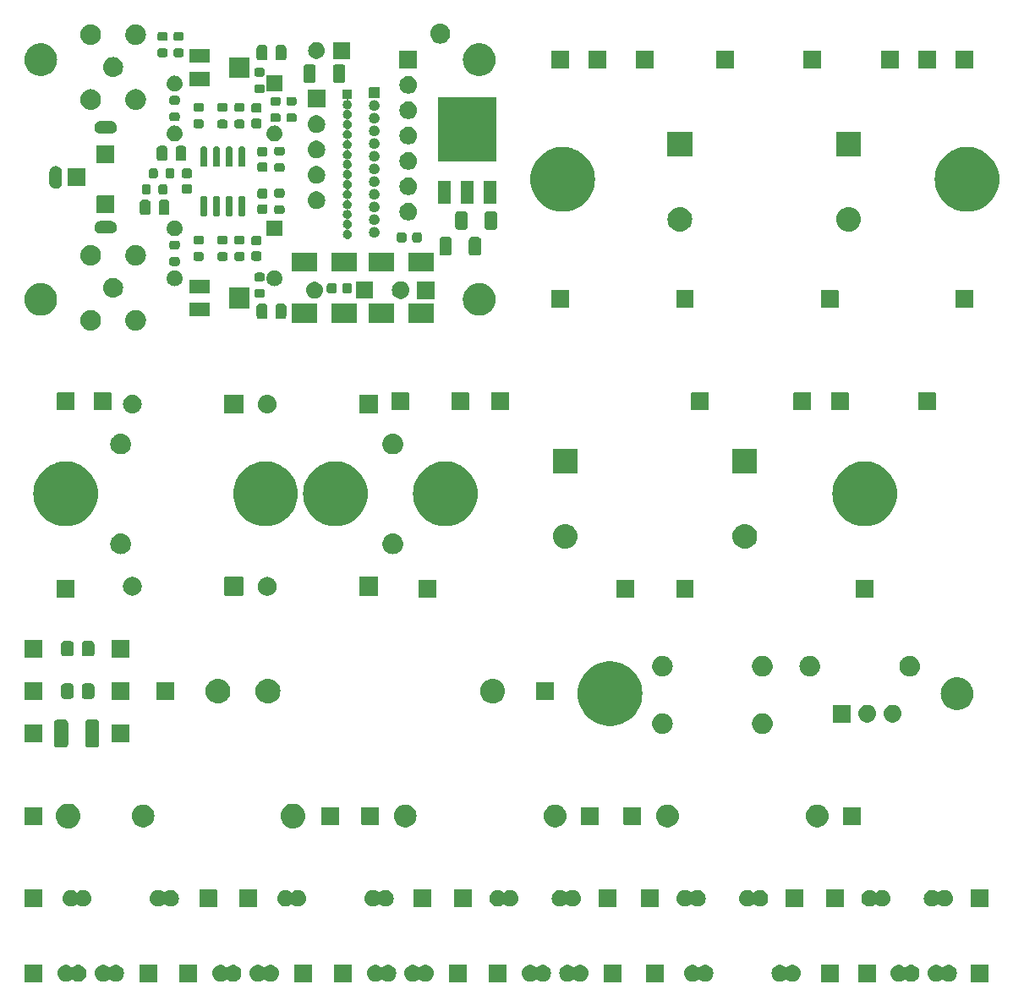
<source format=gbr>
%TF.GenerationSoftware,KiCad,Pcbnew,7.0.10-7.0.10~ubuntu22.04.1*%
%TF.CreationDate,2024-01-08T13:23:45+01:00*%
%TF.ProjectId,reparaturhelfer,72657061-7261-4747-9572-68656c666572,rev?*%
%TF.SameCoordinates,Original*%
%TF.FileFunction,Soldermask,Bot*%
%TF.FilePolarity,Negative*%
%FSLAX46Y46*%
G04 Gerber Fmt 4.6, Leading zero omitted, Abs format (unit mm)*
G04 Created by KiCad (PCBNEW 7.0.10-7.0.10~ubuntu22.04.1) date 2024-01-08 13:23:45*
%MOMM*%
%LPD*%
G01*
G04 APERTURE LIST*
G04 APERTURE END LIST*
G36*
X83114542Y-144614893D02*
G01*
X83126870Y-144623130D01*
X83135107Y-144635458D01*
X83138000Y-144650000D01*
X83138000Y-146350000D01*
X83135107Y-146364542D01*
X83126870Y-146376870D01*
X83114542Y-146385107D01*
X83100000Y-146388000D01*
X81400000Y-146388000D01*
X81385458Y-146385107D01*
X81373130Y-146376870D01*
X81364893Y-146364542D01*
X81362000Y-146350000D01*
X81362000Y-144650000D01*
X81364893Y-144635458D01*
X81373130Y-144623130D01*
X81385458Y-144614893D01*
X81400000Y-144612000D01*
X83100000Y-144612000D01*
X83114542Y-144614893D01*
G37*
G36*
X94614542Y-144614893D02*
G01*
X94626870Y-144623130D01*
X94635107Y-144635458D01*
X94638000Y-144650000D01*
X94638000Y-146350000D01*
X94635107Y-146364542D01*
X94626870Y-146376870D01*
X94614542Y-146385107D01*
X94600000Y-146388000D01*
X92900000Y-146388000D01*
X92885458Y-146385107D01*
X92873130Y-146376870D01*
X92864893Y-146364542D01*
X92862000Y-146350000D01*
X92862000Y-144650000D01*
X92864893Y-144635458D01*
X92873130Y-144623130D01*
X92885458Y-144614893D01*
X92900000Y-144612000D01*
X94600000Y-144612000D01*
X94614542Y-144614893D01*
G37*
G36*
X98614542Y-144614893D02*
G01*
X98626870Y-144623130D01*
X98635107Y-144635458D01*
X98638000Y-144650000D01*
X98638000Y-146350000D01*
X98635107Y-146364542D01*
X98626870Y-146376870D01*
X98614542Y-146385107D01*
X98600000Y-146388000D01*
X96900000Y-146388000D01*
X96885458Y-146385107D01*
X96873130Y-146376870D01*
X96864893Y-146364542D01*
X96862000Y-146350000D01*
X96862000Y-144650000D01*
X96864893Y-144635458D01*
X96873130Y-144623130D01*
X96885458Y-144614893D01*
X96900000Y-144612000D01*
X98600000Y-144612000D01*
X98614542Y-144614893D01*
G37*
G36*
X110114542Y-144614893D02*
G01*
X110126870Y-144623130D01*
X110135107Y-144635458D01*
X110138000Y-144650000D01*
X110138000Y-146350000D01*
X110135107Y-146364542D01*
X110126870Y-146376870D01*
X110114542Y-146385107D01*
X110100000Y-146388000D01*
X108400000Y-146388000D01*
X108385458Y-146385107D01*
X108373130Y-146376870D01*
X108364893Y-146364542D01*
X108362000Y-146350000D01*
X108362000Y-144650000D01*
X108364893Y-144635458D01*
X108373130Y-144623130D01*
X108385458Y-144614893D01*
X108400000Y-144612000D01*
X110100000Y-144612000D01*
X110114542Y-144614893D01*
G37*
G36*
X114114542Y-144614893D02*
G01*
X114126870Y-144623130D01*
X114135107Y-144635458D01*
X114138000Y-144650000D01*
X114138000Y-146350000D01*
X114135107Y-146364542D01*
X114126870Y-146376870D01*
X114114542Y-146385107D01*
X114100000Y-146388000D01*
X112400000Y-146388000D01*
X112385458Y-146385107D01*
X112373130Y-146376870D01*
X112364893Y-146364542D01*
X112362000Y-146350000D01*
X112362000Y-144650000D01*
X112364893Y-144635458D01*
X112373130Y-144623130D01*
X112385458Y-144614893D01*
X112400000Y-144612000D01*
X114100000Y-144612000D01*
X114114542Y-144614893D01*
G37*
G36*
X125614542Y-144614893D02*
G01*
X125626870Y-144623130D01*
X125635107Y-144635458D01*
X125638000Y-144650000D01*
X125638000Y-146350000D01*
X125635107Y-146364542D01*
X125626870Y-146376870D01*
X125614542Y-146385107D01*
X125600000Y-146388000D01*
X123900000Y-146388000D01*
X123885458Y-146385107D01*
X123873130Y-146376870D01*
X123864893Y-146364542D01*
X123862000Y-146350000D01*
X123862000Y-144650000D01*
X123864893Y-144635458D01*
X123873130Y-144623130D01*
X123885458Y-144614893D01*
X123900000Y-144612000D01*
X125600000Y-144612000D01*
X125614542Y-144614893D01*
G37*
G36*
X129614542Y-144614893D02*
G01*
X129626870Y-144623130D01*
X129635107Y-144635458D01*
X129638000Y-144650000D01*
X129638000Y-146350000D01*
X129635107Y-146364542D01*
X129626870Y-146376870D01*
X129614542Y-146385107D01*
X129600000Y-146388000D01*
X127900000Y-146388000D01*
X127885458Y-146385107D01*
X127873130Y-146376870D01*
X127864893Y-146364542D01*
X127862000Y-146350000D01*
X127862000Y-144650000D01*
X127864893Y-144635458D01*
X127873130Y-144623130D01*
X127885458Y-144614893D01*
X127900000Y-144612000D01*
X129600000Y-144612000D01*
X129614542Y-144614893D01*
G37*
G36*
X141114542Y-144614893D02*
G01*
X141126870Y-144623130D01*
X141135107Y-144635458D01*
X141138000Y-144650000D01*
X141138000Y-146350000D01*
X141135107Y-146364542D01*
X141126870Y-146376870D01*
X141114542Y-146385107D01*
X141100000Y-146388000D01*
X139400000Y-146388000D01*
X139385458Y-146385107D01*
X139373130Y-146376870D01*
X139364893Y-146364542D01*
X139362000Y-146350000D01*
X139362000Y-144650000D01*
X139364893Y-144635458D01*
X139373130Y-144623130D01*
X139385458Y-144614893D01*
X139400000Y-144612000D01*
X141100000Y-144612000D01*
X141114542Y-144614893D01*
G37*
G36*
X145364542Y-144614893D02*
G01*
X145376870Y-144623130D01*
X145385107Y-144635458D01*
X145388000Y-144650000D01*
X145388000Y-146350000D01*
X145385107Y-146364542D01*
X145376870Y-146376870D01*
X145364542Y-146385107D01*
X145350000Y-146388000D01*
X143650000Y-146388000D01*
X143635458Y-146385107D01*
X143623130Y-146376870D01*
X143614893Y-146364542D01*
X143612000Y-146350000D01*
X143612000Y-144650000D01*
X143614893Y-144635458D01*
X143623130Y-144623130D01*
X143635458Y-144614893D01*
X143650000Y-144612000D01*
X145350000Y-144612000D01*
X145364542Y-144614893D01*
G37*
G36*
X162864542Y-144614893D02*
G01*
X162876870Y-144623130D01*
X162885107Y-144635458D01*
X162888000Y-144650000D01*
X162888000Y-146350000D01*
X162885107Y-146364542D01*
X162876870Y-146376870D01*
X162864542Y-146385107D01*
X162850000Y-146388000D01*
X161150000Y-146388000D01*
X161135458Y-146385107D01*
X161123130Y-146376870D01*
X161114893Y-146364542D01*
X161112000Y-146350000D01*
X161112000Y-144650000D01*
X161114893Y-144635458D01*
X161123130Y-144623130D01*
X161135458Y-144614893D01*
X161150000Y-144612000D01*
X162850000Y-144612000D01*
X162864542Y-144614893D01*
G37*
G36*
X166614542Y-144614893D02*
G01*
X166626870Y-144623130D01*
X166635107Y-144635458D01*
X166638000Y-144650000D01*
X166638000Y-146350000D01*
X166635107Y-146364542D01*
X166626870Y-146376870D01*
X166614542Y-146385107D01*
X166600000Y-146388000D01*
X164900000Y-146388000D01*
X164885458Y-146385107D01*
X164873130Y-146376870D01*
X164864893Y-146364542D01*
X164862000Y-146350000D01*
X164862000Y-144650000D01*
X164864893Y-144635458D01*
X164873130Y-144623130D01*
X164885458Y-144614893D01*
X164900000Y-144612000D01*
X166600000Y-144612000D01*
X166614542Y-144614893D01*
G37*
G36*
X177864542Y-144614893D02*
G01*
X177876870Y-144623130D01*
X177885107Y-144635458D01*
X177888000Y-144650000D01*
X177888000Y-146350000D01*
X177885107Y-146364542D01*
X177876870Y-146376870D01*
X177864542Y-146385107D01*
X177850000Y-146388000D01*
X176150000Y-146388000D01*
X176135458Y-146385107D01*
X176123130Y-146376870D01*
X176114893Y-146364542D01*
X176112000Y-146350000D01*
X176112000Y-144650000D01*
X176114893Y-144635458D01*
X176123130Y-144623130D01*
X176135458Y-144614893D01*
X176150000Y-144612000D01*
X177850000Y-144612000D01*
X177864542Y-144614893D01*
G37*
G36*
X85758956Y-144703015D02*
G01*
X85919000Y-144774271D01*
X86060731Y-144877245D01*
X86103107Y-144924308D01*
X86146893Y-144924308D01*
X86189269Y-144877245D01*
X86331000Y-144774271D01*
X86491044Y-144703015D01*
X86662405Y-144666591D01*
X86837595Y-144666591D01*
X87008956Y-144703015D01*
X87169000Y-144774271D01*
X87310731Y-144877245D01*
X87427956Y-145007436D01*
X87515551Y-145159155D01*
X87569688Y-145325770D01*
X87588000Y-145500000D01*
X87569688Y-145674230D01*
X87515551Y-145840845D01*
X87427956Y-145992564D01*
X87310731Y-146122755D01*
X87169000Y-146225729D01*
X87008956Y-146296985D01*
X86837595Y-146333409D01*
X86662405Y-146333409D01*
X86491044Y-146296985D01*
X86331000Y-146225729D01*
X86189269Y-146122755D01*
X86146892Y-146075691D01*
X86103108Y-146075691D01*
X86060731Y-146122755D01*
X85919000Y-146225729D01*
X85758956Y-146296985D01*
X85587595Y-146333409D01*
X85412405Y-146333409D01*
X85241044Y-146296985D01*
X85081000Y-146225729D01*
X84939269Y-146122755D01*
X84822044Y-145992564D01*
X84734449Y-145840845D01*
X84680312Y-145674230D01*
X84662000Y-145500000D01*
X84680312Y-145325770D01*
X84734449Y-145159155D01*
X84822044Y-145007436D01*
X84939269Y-144877245D01*
X85081000Y-144774271D01*
X85241044Y-144703015D01*
X85412405Y-144666591D01*
X85587595Y-144666591D01*
X85758956Y-144703015D01*
G37*
G36*
X89508956Y-144703015D02*
G01*
X89669000Y-144774271D01*
X89810731Y-144877245D01*
X89853107Y-144924308D01*
X89896893Y-144924308D01*
X89939269Y-144877245D01*
X90081000Y-144774271D01*
X90241044Y-144703015D01*
X90412405Y-144666591D01*
X90587595Y-144666591D01*
X90758956Y-144703015D01*
X90919000Y-144774271D01*
X91060731Y-144877245D01*
X91177956Y-145007436D01*
X91265551Y-145159155D01*
X91319688Y-145325770D01*
X91338000Y-145500000D01*
X91319688Y-145674230D01*
X91265551Y-145840845D01*
X91177956Y-145992564D01*
X91060731Y-146122755D01*
X90919000Y-146225729D01*
X90758956Y-146296985D01*
X90587595Y-146333409D01*
X90412405Y-146333409D01*
X90241044Y-146296985D01*
X90081000Y-146225729D01*
X89939269Y-146122755D01*
X89896892Y-146075691D01*
X89853108Y-146075691D01*
X89810731Y-146122755D01*
X89669000Y-146225729D01*
X89508956Y-146296985D01*
X89337595Y-146333409D01*
X89162405Y-146333409D01*
X88991044Y-146296985D01*
X88831000Y-146225729D01*
X88689269Y-146122755D01*
X88572044Y-145992564D01*
X88484449Y-145840845D01*
X88430312Y-145674230D01*
X88412000Y-145500000D01*
X88430312Y-145325770D01*
X88484449Y-145159155D01*
X88572044Y-145007436D01*
X88689269Y-144877245D01*
X88831000Y-144774271D01*
X88991044Y-144703015D01*
X89162405Y-144666591D01*
X89337595Y-144666591D01*
X89508956Y-144703015D01*
G37*
G36*
X101258956Y-144703015D02*
G01*
X101419000Y-144774271D01*
X101560731Y-144877245D01*
X101603107Y-144924308D01*
X101646893Y-144924308D01*
X101689269Y-144877245D01*
X101831000Y-144774271D01*
X101991044Y-144703015D01*
X102162405Y-144666591D01*
X102337595Y-144666591D01*
X102508956Y-144703015D01*
X102669000Y-144774271D01*
X102810731Y-144877245D01*
X102927956Y-145007436D01*
X103015551Y-145159155D01*
X103069688Y-145325770D01*
X103088000Y-145500000D01*
X103069688Y-145674230D01*
X103015551Y-145840845D01*
X102927956Y-145992564D01*
X102810731Y-146122755D01*
X102669000Y-146225729D01*
X102508956Y-146296985D01*
X102337595Y-146333409D01*
X102162405Y-146333409D01*
X101991044Y-146296985D01*
X101831000Y-146225729D01*
X101689269Y-146122755D01*
X101646892Y-146075691D01*
X101603108Y-146075691D01*
X101560731Y-146122755D01*
X101419000Y-146225729D01*
X101258956Y-146296985D01*
X101087595Y-146333409D01*
X100912405Y-146333409D01*
X100741044Y-146296985D01*
X100581000Y-146225729D01*
X100439269Y-146122755D01*
X100322044Y-145992564D01*
X100234449Y-145840845D01*
X100180312Y-145674230D01*
X100162000Y-145500000D01*
X100180312Y-145325770D01*
X100234449Y-145159155D01*
X100322044Y-145007436D01*
X100439269Y-144877245D01*
X100581000Y-144774271D01*
X100741044Y-144703015D01*
X100912405Y-144666591D01*
X101087595Y-144666591D01*
X101258956Y-144703015D01*
G37*
G36*
X105008956Y-144703015D02*
G01*
X105169000Y-144774271D01*
X105310731Y-144877245D01*
X105353107Y-144924308D01*
X105396893Y-144924308D01*
X105439269Y-144877245D01*
X105581000Y-144774271D01*
X105741044Y-144703015D01*
X105912405Y-144666591D01*
X106087595Y-144666591D01*
X106258956Y-144703015D01*
X106419000Y-144774271D01*
X106560731Y-144877245D01*
X106677956Y-145007436D01*
X106765551Y-145159155D01*
X106819688Y-145325770D01*
X106838000Y-145500000D01*
X106819688Y-145674230D01*
X106765551Y-145840845D01*
X106677956Y-145992564D01*
X106560731Y-146122755D01*
X106419000Y-146225729D01*
X106258956Y-146296985D01*
X106087595Y-146333409D01*
X105912405Y-146333409D01*
X105741044Y-146296985D01*
X105581000Y-146225729D01*
X105439269Y-146122755D01*
X105396892Y-146075691D01*
X105353108Y-146075691D01*
X105310731Y-146122755D01*
X105169000Y-146225729D01*
X105008956Y-146296985D01*
X104837595Y-146333409D01*
X104662405Y-146333409D01*
X104491044Y-146296985D01*
X104331000Y-146225729D01*
X104189269Y-146122755D01*
X104072044Y-145992564D01*
X103984449Y-145840845D01*
X103930312Y-145674230D01*
X103912000Y-145500000D01*
X103930312Y-145325770D01*
X103984449Y-145159155D01*
X104072044Y-145007436D01*
X104189269Y-144877245D01*
X104331000Y-144774271D01*
X104491044Y-144703015D01*
X104662405Y-144666591D01*
X104837595Y-144666591D01*
X105008956Y-144703015D01*
G37*
G36*
X116758956Y-144703015D02*
G01*
X116919000Y-144774271D01*
X117060731Y-144877245D01*
X117103107Y-144924308D01*
X117146893Y-144924308D01*
X117189269Y-144877245D01*
X117331000Y-144774271D01*
X117491044Y-144703015D01*
X117662405Y-144666591D01*
X117837595Y-144666591D01*
X118008956Y-144703015D01*
X118169000Y-144774271D01*
X118310731Y-144877245D01*
X118427956Y-145007436D01*
X118515551Y-145159155D01*
X118569688Y-145325770D01*
X118588000Y-145500000D01*
X118569688Y-145674230D01*
X118515551Y-145840845D01*
X118427956Y-145992564D01*
X118310731Y-146122755D01*
X118169000Y-146225729D01*
X118008956Y-146296985D01*
X117837595Y-146333409D01*
X117662405Y-146333409D01*
X117491044Y-146296985D01*
X117331000Y-146225729D01*
X117189269Y-146122755D01*
X117146892Y-146075691D01*
X117103108Y-146075691D01*
X117060731Y-146122755D01*
X116919000Y-146225729D01*
X116758956Y-146296985D01*
X116587595Y-146333409D01*
X116412405Y-146333409D01*
X116241044Y-146296985D01*
X116081000Y-146225729D01*
X115939269Y-146122755D01*
X115822044Y-145992564D01*
X115734449Y-145840845D01*
X115680312Y-145674230D01*
X115662000Y-145500000D01*
X115680312Y-145325770D01*
X115734449Y-145159155D01*
X115822044Y-145007436D01*
X115939269Y-144877245D01*
X116081000Y-144774271D01*
X116241044Y-144703015D01*
X116412405Y-144666591D01*
X116587595Y-144666591D01*
X116758956Y-144703015D01*
G37*
G36*
X120508956Y-144703015D02*
G01*
X120669000Y-144774271D01*
X120810731Y-144877245D01*
X120853107Y-144924308D01*
X120896893Y-144924308D01*
X120939269Y-144877245D01*
X121081000Y-144774271D01*
X121241044Y-144703015D01*
X121412405Y-144666591D01*
X121587595Y-144666591D01*
X121758956Y-144703015D01*
X121919000Y-144774271D01*
X122060731Y-144877245D01*
X122177956Y-145007436D01*
X122265551Y-145159155D01*
X122319688Y-145325770D01*
X122338000Y-145500000D01*
X122319688Y-145674230D01*
X122265551Y-145840845D01*
X122177956Y-145992564D01*
X122060731Y-146122755D01*
X121919000Y-146225729D01*
X121758956Y-146296985D01*
X121587595Y-146333409D01*
X121412405Y-146333409D01*
X121241044Y-146296985D01*
X121081000Y-146225729D01*
X120939269Y-146122755D01*
X120896892Y-146075691D01*
X120853108Y-146075691D01*
X120810731Y-146122755D01*
X120669000Y-146225729D01*
X120508956Y-146296985D01*
X120337595Y-146333409D01*
X120162405Y-146333409D01*
X119991044Y-146296985D01*
X119831000Y-146225729D01*
X119689269Y-146122755D01*
X119572044Y-145992564D01*
X119484449Y-145840845D01*
X119430312Y-145674230D01*
X119412000Y-145500000D01*
X119430312Y-145325770D01*
X119484449Y-145159155D01*
X119572044Y-145007436D01*
X119689269Y-144877245D01*
X119831000Y-144774271D01*
X119991044Y-144703015D01*
X120162405Y-144666591D01*
X120337595Y-144666591D01*
X120508956Y-144703015D01*
G37*
G36*
X132258956Y-144703015D02*
G01*
X132419000Y-144774271D01*
X132560731Y-144877245D01*
X132603107Y-144924308D01*
X132646893Y-144924308D01*
X132689269Y-144877245D01*
X132831000Y-144774271D01*
X132991044Y-144703015D01*
X133162405Y-144666591D01*
X133337595Y-144666591D01*
X133508956Y-144703015D01*
X133669000Y-144774271D01*
X133810731Y-144877245D01*
X133927956Y-145007436D01*
X134015551Y-145159155D01*
X134069688Y-145325770D01*
X134088000Y-145500000D01*
X134069688Y-145674230D01*
X134015551Y-145840845D01*
X133927956Y-145992564D01*
X133810731Y-146122755D01*
X133669000Y-146225729D01*
X133508956Y-146296985D01*
X133337595Y-146333409D01*
X133162405Y-146333409D01*
X132991044Y-146296985D01*
X132831000Y-146225729D01*
X132689269Y-146122755D01*
X132646892Y-146075691D01*
X132603108Y-146075691D01*
X132560731Y-146122755D01*
X132419000Y-146225729D01*
X132258956Y-146296985D01*
X132087595Y-146333409D01*
X131912405Y-146333409D01*
X131741044Y-146296985D01*
X131581000Y-146225729D01*
X131439269Y-146122755D01*
X131322044Y-145992564D01*
X131234449Y-145840845D01*
X131180312Y-145674230D01*
X131162000Y-145500000D01*
X131180312Y-145325770D01*
X131234449Y-145159155D01*
X131322044Y-145007436D01*
X131439269Y-144877245D01*
X131581000Y-144774271D01*
X131741044Y-144703015D01*
X131912405Y-144666591D01*
X132087595Y-144666591D01*
X132258956Y-144703015D01*
G37*
G36*
X136008956Y-144703015D02*
G01*
X136169000Y-144774271D01*
X136310731Y-144877245D01*
X136353107Y-144924308D01*
X136396893Y-144924308D01*
X136439269Y-144877245D01*
X136581000Y-144774271D01*
X136741044Y-144703015D01*
X136912405Y-144666591D01*
X137087595Y-144666591D01*
X137258956Y-144703015D01*
X137419000Y-144774271D01*
X137560731Y-144877245D01*
X137677956Y-145007436D01*
X137765551Y-145159155D01*
X137819688Y-145325770D01*
X137838000Y-145500000D01*
X137819688Y-145674230D01*
X137765551Y-145840845D01*
X137677956Y-145992564D01*
X137560731Y-146122755D01*
X137419000Y-146225729D01*
X137258956Y-146296985D01*
X137087595Y-146333409D01*
X136912405Y-146333409D01*
X136741044Y-146296985D01*
X136581000Y-146225729D01*
X136439269Y-146122755D01*
X136396892Y-146075691D01*
X136353108Y-146075691D01*
X136310731Y-146122755D01*
X136169000Y-146225729D01*
X136008956Y-146296985D01*
X135837595Y-146333409D01*
X135662405Y-146333409D01*
X135491044Y-146296985D01*
X135331000Y-146225729D01*
X135189269Y-146122755D01*
X135072044Y-145992564D01*
X134984449Y-145840845D01*
X134930312Y-145674230D01*
X134912000Y-145500000D01*
X134930312Y-145325770D01*
X134984449Y-145159155D01*
X135072044Y-145007436D01*
X135189269Y-144877245D01*
X135331000Y-144774271D01*
X135491044Y-144703015D01*
X135662405Y-144666591D01*
X135837595Y-144666591D01*
X136008956Y-144703015D01*
G37*
G36*
X148508956Y-144703015D02*
G01*
X148669000Y-144774271D01*
X148810731Y-144877245D01*
X148853107Y-144924308D01*
X148896893Y-144924308D01*
X148939269Y-144877245D01*
X149081000Y-144774271D01*
X149241044Y-144703015D01*
X149412405Y-144666591D01*
X149587595Y-144666591D01*
X149758956Y-144703015D01*
X149919000Y-144774271D01*
X150060731Y-144877245D01*
X150177956Y-145007436D01*
X150265551Y-145159155D01*
X150319688Y-145325770D01*
X150338000Y-145500000D01*
X150319688Y-145674230D01*
X150265551Y-145840845D01*
X150177956Y-145992564D01*
X150060731Y-146122755D01*
X149919000Y-146225729D01*
X149758956Y-146296985D01*
X149587595Y-146333409D01*
X149412405Y-146333409D01*
X149241044Y-146296985D01*
X149081000Y-146225729D01*
X148939269Y-146122755D01*
X148896892Y-146075691D01*
X148853108Y-146075691D01*
X148810731Y-146122755D01*
X148669000Y-146225729D01*
X148508956Y-146296985D01*
X148337595Y-146333409D01*
X148162405Y-146333409D01*
X147991044Y-146296985D01*
X147831000Y-146225729D01*
X147689269Y-146122755D01*
X147572044Y-145992564D01*
X147484449Y-145840845D01*
X147430312Y-145674230D01*
X147412000Y-145500000D01*
X147430312Y-145325770D01*
X147484449Y-145159155D01*
X147572044Y-145007436D01*
X147689269Y-144877245D01*
X147831000Y-144774271D01*
X147991044Y-144703015D01*
X148162405Y-144666591D01*
X148337595Y-144666591D01*
X148508956Y-144703015D01*
G37*
G36*
X157258956Y-144703015D02*
G01*
X157419000Y-144774271D01*
X157560731Y-144877245D01*
X157603107Y-144924308D01*
X157646893Y-144924308D01*
X157689269Y-144877245D01*
X157831000Y-144774271D01*
X157991044Y-144703015D01*
X158162405Y-144666591D01*
X158337595Y-144666591D01*
X158508956Y-144703015D01*
X158669000Y-144774271D01*
X158810731Y-144877245D01*
X158927956Y-145007436D01*
X159015551Y-145159155D01*
X159069688Y-145325770D01*
X159088000Y-145500000D01*
X159069688Y-145674230D01*
X159015551Y-145840845D01*
X158927956Y-145992564D01*
X158810731Y-146122755D01*
X158669000Y-146225729D01*
X158508956Y-146296985D01*
X158337595Y-146333409D01*
X158162405Y-146333409D01*
X157991044Y-146296985D01*
X157831000Y-146225729D01*
X157689269Y-146122755D01*
X157646892Y-146075691D01*
X157603108Y-146075691D01*
X157560731Y-146122755D01*
X157419000Y-146225729D01*
X157258956Y-146296985D01*
X157087595Y-146333409D01*
X156912405Y-146333409D01*
X156741044Y-146296985D01*
X156581000Y-146225729D01*
X156439269Y-146122755D01*
X156322044Y-145992564D01*
X156234449Y-145840845D01*
X156180312Y-145674230D01*
X156162000Y-145500000D01*
X156180312Y-145325770D01*
X156234449Y-145159155D01*
X156322044Y-145007436D01*
X156439269Y-144877245D01*
X156581000Y-144774271D01*
X156741044Y-144703015D01*
X156912405Y-144666591D01*
X157087595Y-144666591D01*
X157258956Y-144703015D01*
G37*
G36*
X169158956Y-144703015D02*
G01*
X169319000Y-144774271D01*
X169460731Y-144877245D01*
X169503107Y-144924308D01*
X169546893Y-144924308D01*
X169589269Y-144877245D01*
X169731000Y-144774271D01*
X169891044Y-144703015D01*
X170062405Y-144666591D01*
X170237595Y-144666591D01*
X170408956Y-144703015D01*
X170569000Y-144774271D01*
X170710731Y-144877245D01*
X170827956Y-145007436D01*
X170915551Y-145159155D01*
X170969688Y-145325770D01*
X170988000Y-145500000D01*
X170969688Y-145674230D01*
X170915551Y-145840845D01*
X170827956Y-145992564D01*
X170710731Y-146122755D01*
X170569000Y-146225729D01*
X170408956Y-146296985D01*
X170237595Y-146333409D01*
X170062405Y-146333409D01*
X169891044Y-146296985D01*
X169731000Y-146225729D01*
X169589269Y-146122755D01*
X169546892Y-146075691D01*
X169503108Y-146075691D01*
X169460731Y-146122755D01*
X169319000Y-146225729D01*
X169158956Y-146296985D01*
X168987595Y-146333409D01*
X168812405Y-146333409D01*
X168641044Y-146296985D01*
X168481000Y-146225729D01*
X168339269Y-146122755D01*
X168222044Y-145992564D01*
X168134449Y-145840845D01*
X168080312Y-145674230D01*
X168062000Y-145500000D01*
X168080312Y-145325770D01*
X168134449Y-145159155D01*
X168222044Y-145007436D01*
X168339269Y-144877245D01*
X168481000Y-144774271D01*
X168641044Y-144703015D01*
X168812405Y-144666591D01*
X168987595Y-144666591D01*
X169158956Y-144703015D01*
G37*
G36*
X172908956Y-144703015D02*
G01*
X173069000Y-144774271D01*
X173210731Y-144877245D01*
X173253107Y-144924308D01*
X173296893Y-144924308D01*
X173339269Y-144877245D01*
X173481000Y-144774271D01*
X173641044Y-144703015D01*
X173812405Y-144666591D01*
X173987595Y-144666591D01*
X174158956Y-144703015D01*
X174319000Y-144774271D01*
X174460731Y-144877245D01*
X174577956Y-145007436D01*
X174665551Y-145159155D01*
X174719688Y-145325770D01*
X174738000Y-145500000D01*
X174719688Y-145674230D01*
X174665551Y-145840845D01*
X174577956Y-145992564D01*
X174460731Y-146122755D01*
X174319000Y-146225729D01*
X174158956Y-146296985D01*
X173987595Y-146333409D01*
X173812405Y-146333409D01*
X173641044Y-146296985D01*
X173481000Y-146225729D01*
X173339269Y-146122755D01*
X173296892Y-146075691D01*
X173253108Y-146075691D01*
X173210731Y-146122755D01*
X173069000Y-146225729D01*
X172908956Y-146296985D01*
X172737595Y-146333409D01*
X172562405Y-146333409D01*
X172391044Y-146296985D01*
X172231000Y-146225729D01*
X172089269Y-146122755D01*
X171972044Y-145992564D01*
X171884449Y-145840845D01*
X171830312Y-145674230D01*
X171812000Y-145500000D01*
X171830312Y-145325770D01*
X171884449Y-145159155D01*
X171972044Y-145007436D01*
X172089269Y-144877245D01*
X172231000Y-144774271D01*
X172391044Y-144703015D01*
X172562405Y-144666591D01*
X172737595Y-144666591D01*
X172908956Y-144703015D01*
G37*
G36*
X83114542Y-137114893D02*
G01*
X83126870Y-137123130D01*
X83135107Y-137135458D01*
X83138000Y-137150000D01*
X83138000Y-138850000D01*
X83135107Y-138864542D01*
X83126870Y-138876870D01*
X83114542Y-138885107D01*
X83100000Y-138888000D01*
X81400000Y-138888000D01*
X81385458Y-138885107D01*
X81373130Y-138876870D01*
X81364893Y-138864542D01*
X81362000Y-138850000D01*
X81362000Y-137150000D01*
X81364893Y-137135458D01*
X81373130Y-137123130D01*
X81385458Y-137114893D01*
X81400000Y-137112000D01*
X83100000Y-137112000D01*
X83114542Y-137114893D01*
G37*
G36*
X100614542Y-137114893D02*
G01*
X100626870Y-137123130D01*
X100635107Y-137135458D01*
X100638000Y-137150000D01*
X100638000Y-138850000D01*
X100635107Y-138864542D01*
X100626870Y-138876870D01*
X100614542Y-138885107D01*
X100600000Y-138888000D01*
X98900000Y-138888000D01*
X98885458Y-138885107D01*
X98873130Y-138876870D01*
X98864893Y-138864542D01*
X98862000Y-138850000D01*
X98862000Y-137150000D01*
X98864893Y-137135458D01*
X98873130Y-137123130D01*
X98885458Y-137114893D01*
X98900000Y-137112000D01*
X100600000Y-137112000D01*
X100614542Y-137114893D01*
G37*
G36*
X104614542Y-137114893D02*
G01*
X104626870Y-137123130D01*
X104635107Y-137135458D01*
X104638000Y-137150000D01*
X104638000Y-138850000D01*
X104635107Y-138864542D01*
X104626870Y-138876870D01*
X104614542Y-138885107D01*
X104600000Y-138888000D01*
X102900000Y-138888000D01*
X102885458Y-138885107D01*
X102873130Y-138876870D01*
X102864893Y-138864542D01*
X102862000Y-138850000D01*
X102862000Y-137150000D01*
X102864893Y-137135458D01*
X102873130Y-137123130D01*
X102885458Y-137114893D01*
X102900000Y-137112000D01*
X104600000Y-137112000D01*
X104614542Y-137114893D01*
G37*
G36*
X122114542Y-137114893D02*
G01*
X122126870Y-137123130D01*
X122135107Y-137135458D01*
X122138000Y-137150000D01*
X122138000Y-138850000D01*
X122135107Y-138864542D01*
X122126870Y-138876870D01*
X122114542Y-138885107D01*
X122100000Y-138888000D01*
X120400000Y-138888000D01*
X120385458Y-138885107D01*
X120373130Y-138876870D01*
X120364893Y-138864542D01*
X120362000Y-138850000D01*
X120362000Y-137150000D01*
X120364893Y-137135458D01*
X120373130Y-137123130D01*
X120385458Y-137114893D01*
X120400000Y-137112000D01*
X122100000Y-137112000D01*
X122114542Y-137114893D01*
G37*
G36*
X126114542Y-137114893D02*
G01*
X126126870Y-137123130D01*
X126135107Y-137135458D01*
X126138000Y-137150000D01*
X126138000Y-138850000D01*
X126135107Y-138864542D01*
X126126870Y-138876870D01*
X126114542Y-138885107D01*
X126100000Y-138888000D01*
X124400000Y-138888000D01*
X124385458Y-138885107D01*
X124373130Y-138876870D01*
X124364893Y-138864542D01*
X124362000Y-138850000D01*
X124362000Y-137150000D01*
X124364893Y-137135458D01*
X124373130Y-137123130D01*
X124385458Y-137114893D01*
X124400000Y-137112000D01*
X126100000Y-137112000D01*
X126114542Y-137114893D01*
G37*
G36*
X140614542Y-137114893D02*
G01*
X140626870Y-137123130D01*
X140635107Y-137135458D01*
X140638000Y-137150000D01*
X140638000Y-138850000D01*
X140635107Y-138864542D01*
X140626870Y-138876870D01*
X140614542Y-138885107D01*
X140600000Y-138888000D01*
X138900000Y-138888000D01*
X138885458Y-138885107D01*
X138873130Y-138876870D01*
X138864893Y-138864542D01*
X138862000Y-138850000D01*
X138862000Y-137150000D01*
X138864893Y-137135458D01*
X138873130Y-137123130D01*
X138885458Y-137114893D01*
X138900000Y-137112000D01*
X140600000Y-137112000D01*
X140614542Y-137114893D01*
G37*
G36*
X144864542Y-137114893D02*
G01*
X144876870Y-137123130D01*
X144885107Y-137135458D01*
X144888000Y-137150000D01*
X144888000Y-138850000D01*
X144885107Y-138864542D01*
X144876870Y-138876870D01*
X144864542Y-138885107D01*
X144850000Y-138888000D01*
X143150000Y-138888000D01*
X143135458Y-138885107D01*
X143123130Y-138876870D01*
X143114893Y-138864542D01*
X143112000Y-138850000D01*
X143112000Y-137150000D01*
X143114893Y-137135458D01*
X143123130Y-137123130D01*
X143135458Y-137114893D01*
X143150000Y-137112000D01*
X144850000Y-137112000D01*
X144864542Y-137114893D01*
G37*
G36*
X159364542Y-137114893D02*
G01*
X159376870Y-137123130D01*
X159385107Y-137135458D01*
X159388000Y-137150000D01*
X159388000Y-138850000D01*
X159385107Y-138864542D01*
X159376870Y-138876870D01*
X159364542Y-138885107D01*
X159350000Y-138888000D01*
X157650000Y-138888000D01*
X157635458Y-138885107D01*
X157623130Y-138876870D01*
X157614893Y-138864542D01*
X157612000Y-138850000D01*
X157612000Y-137150000D01*
X157614893Y-137135458D01*
X157623130Y-137123130D01*
X157635458Y-137114893D01*
X157650000Y-137112000D01*
X159350000Y-137112000D01*
X159364542Y-137114893D01*
G37*
G36*
X163364542Y-137114893D02*
G01*
X163376870Y-137123130D01*
X163385107Y-137135458D01*
X163388000Y-137150000D01*
X163388000Y-138850000D01*
X163385107Y-138864542D01*
X163376870Y-138876870D01*
X163364542Y-138885107D01*
X163350000Y-138888000D01*
X161650000Y-138888000D01*
X161635458Y-138885107D01*
X161623130Y-138876870D01*
X161614893Y-138864542D01*
X161612000Y-138850000D01*
X161612000Y-137150000D01*
X161614893Y-137135458D01*
X161623130Y-137123130D01*
X161635458Y-137114893D01*
X161650000Y-137112000D01*
X163350000Y-137112000D01*
X163364542Y-137114893D01*
G37*
G36*
X177864542Y-137114893D02*
G01*
X177876870Y-137123130D01*
X177885107Y-137135458D01*
X177888000Y-137150000D01*
X177888000Y-138850000D01*
X177885107Y-138864542D01*
X177876870Y-138876870D01*
X177864542Y-138885107D01*
X177850000Y-138888000D01*
X176150000Y-138888000D01*
X176135458Y-138885107D01*
X176123130Y-138876870D01*
X176114893Y-138864542D01*
X176112000Y-138850000D01*
X176112000Y-137150000D01*
X176114893Y-137135458D01*
X176123130Y-137123130D01*
X176135458Y-137114893D01*
X176150000Y-137112000D01*
X177850000Y-137112000D01*
X177864542Y-137114893D01*
G37*
G36*
X86258956Y-137203015D02*
G01*
X86419000Y-137274271D01*
X86560731Y-137377245D01*
X86603107Y-137424308D01*
X86646893Y-137424308D01*
X86689269Y-137377245D01*
X86831000Y-137274271D01*
X86991044Y-137203015D01*
X87162405Y-137166591D01*
X87337595Y-137166591D01*
X87508956Y-137203015D01*
X87669000Y-137274271D01*
X87810731Y-137377245D01*
X87927956Y-137507436D01*
X88015551Y-137659155D01*
X88069688Y-137825770D01*
X88088000Y-138000000D01*
X88069688Y-138174230D01*
X88015551Y-138340845D01*
X87927956Y-138492564D01*
X87810731Y-138622755D01*
X87669000Y-138725729D01*
X87508956Y-138796985D01*
X87337595Y-138833409D01*
X87162405Y-138833409D01*
X86991044Y-138796985D01*
X86831000Y-138725729D01*
X86689269Y-138622755D01*
X86646892Y-138575691D01*
X86603108Y-138575691D01*
X86560731Y-138622755D01*
X86419000Y-138725729D01*
X86258956Y-138796985D01*
X86087595Y-138833409D01*
X85912405Y-138833409D01*
X85741044Y-138796985D01*
X85581000Y-138725729D01*
X85439269Y-138622755D01*
X85322044Y-138492564D01*
X85234449Y-138340845D01*
X85180312Y-138174230D01*
X85162000Y-138000000D01*
X85180312Y-137825770D01*
X85234449Y-137659155D01*
X85322044Y-137507436D01*
X85439269Y-137377245D01*
X85581000Y-137274271D01*
X85741044Y-137203015D01*
X85912405Y-137166591D01*
X86087595Y-137166591D01*
X86258956Y-137203015D01*
G37*
G36*
X95008956Y-137203015D02*
G01*
X95169000Y-137274271D01*
X95310731Y-137377245D01*
X95353107Y-137424308D01*
X95396893Y-137424308D01*
X95439269Y-137377245D01*
X95581000Y-137274271D01*
X95741044Y-137203015D01*
X95912405Y-137166591D01*
X96087595Y-137166591D01*
X96258956Y-137203015D01*
X96419000Y-137274271D01*
X96560731Y-137377245D01*
X96677956Y-137507436D01*
X96765551Y-137659155D01*
X96819688Y-137825770D01*
X96838000Y-138000000D01*
X96819688Y-138174230D01*
X96765551Y-138340845D01*
X96677956Y-138492564D01*
X96560731Y-138622755D01*
X96419000Y-138725729D01*
X96258956Y-138796985D01*
X96087595Y-138833409D01*
X95912405Y-138833409D01*
X95741044Y-138796985D01*
X95581000Y-138725729D01*
X95439269Y-138622755D01*
X95396892Y-138575691D01*
X95353108Y-138575691D01*
X95310731Y-138622755D01*
X95169000Y-138725729D01*
X95008956Y-138796985D01*
X94837595Y-138833409D01*
X94662405Y-138833409D01*
X94491044Y-138796985D01*
X94331000Y-138725729D01*
X94189269Y-138622755D01*
X94072044Y-138492564D01*
X93984449Y-138340845D01*
X93930312Y-138174230D01*
X93912000Y-138000000D01*
X93930312Y-137825770D01*
X93984449Y-137659155D01*
X94072044Y-137507436D01*
X94189269Y-137377245D01*
X94331000Y-137274271D01*
X94491044Y-137203015D01*
X94662405Y-137166591D01*
X94837595Y-137166591D01*
X95008956Y-137203015D01*
G37*
G36*
X107758956Y-137203015D02*
G01*
X107919000Y-137274271D01*
X108060731Y-137377245D01*
X108103107Y-137424308D01*
X108146893Y-137424308D01*
X108189269Y-137377245D01*
X108331000Y-137274271D01*
X108491044Y-137203015D01*
X108662405Y-137166591D01*
X108837595Y-137166591D01*
X109008956Y-137203015D01*
X109169000Y-137274271D01*
X109310731Y-137377245D01*
X109427956Y-137507436D01*
X109515551Y-137659155D01*
X109569688Y-137825770D01*
X109588000Y-138000000D01*
X109569688Y-138174230D01*
X109515551Y-138340845D01*
X109427956Y-138492564D01*
X109310731Y-138622755D01*
X109169000Y-138725729D01*
X109008956Y-138796985D01*
X108837595Y-138833409D01*
X108662405Y-138833409D01*
X108491044Y-138796985D01*
X108331000Y-138725729D01*
X108189269Y-138622755D01*
X108146892Y-138575691D01*
X108103108Y-138575691D01*
X108060731Y-138622755D01*
X107919000Y-138725729D01*
X107758956Y-138796985D01*
X107587595Y-138833409D01*
X107412405Y-138833409D01*
X107241044Y-138796985D01*
X107081000Y-138725729D01*
X106939269Y-138622755D01*
X106822044Y-138492564D01*
X106734449Y-138340845D01*
X106680312Y-138174230D01*
X106662000Y-138000000D01*
X106680312Y-137825770D01*
X106734449Y-137659155D01*
X106822044Y-137507436D01*
X106939269Y-137377245D01*
X107081000Y-137274271D01*
X107241044Y-137203015D01*
X107412405Y-137166591D01*
X107587595Y-137166591D01*
X107758956Y-137203015D01*
G37*
G36*
X116508956Y-137203015D02*
G01*
X116669000Y-137274271D01*
X116810731Y-137377245D01*
X116853107Y-137424308D01*
X116896893Y-137424308D01*
X116939269Y-137377245D01*
X117081000Y-137274271D01*
X117241044Y-137203015D01*
X117412405Y-137166591D01*
X117587595Y-137166591D01*
X117758956Y-137203015D01*
X117919000Y-137274271D01*
X118060731Y-137377245D01*
X118177956Y-137507436D01*
X118265551Y-137659155D01*
X118319688Y-137825770D01*
X118338000Y-138000000D01*
X118319688Y-138174230D01*
X118265551Y-138340845D01*
X118177956Y-138492564D01*
X118060731Y-138622755D01*
X117919000Y-138725729D01*
X117758956Y-138796985D01*
X117587595Y-138833409D01*
X117412405Y-138833409D01*
X117241044Y-138796985D01*
X117081000Y-138725729D01*
X116939269Y-138622755D01*
X116896892Y-138575691D01*
X116853108Y-138575691D01*
X116810731Y-138622755D01*
X116669000Y-138725729D01*
X116508956Y-138796985D01*
X116337595Y-138833409D01*
X116162405Y-138833409D01*
X115991044Y-138796985D01*
X115831000Y-138725729D01*
X115689269Y-138622755D01*
X115572044Y-138492564D01*
X115484449Y-138340845D01*
X115430312Y-138174230D01*
X115412000Y-138000000D01*
X115430312Y-137825770D01*
X115484449Y-137659155D01*
X115572044Y-137507436D01*
X115689269Y-137377245D01*
X115831000Y-137274271D01*
X115991044Y-137203015D01*
X116162405Y-137166591D01*
X116337595Y-137166591D01*
X116508956Y-137203015D01*
G37*
G36*
X129008956Y-137203015D02*
G01*
X129169000Y-137274271D01*
X129310731Y-137377245D01*
X129353107Y-137424308D01*
X129396893Y-137424308D01*
X129439269Y-137377245D01*
X129581000Y-137274271D01*
X129741044Y-137203015D01*
X129912405Y-137166591D01*
X130087595Y-137166591D01*
X130258956Y-137203015D01*
X130419000Y-137274271D01*
X130560731Y-137377245D01*
X130677956Y-137507436D01*
X130765551Y-137659155D01*
X130819688Y-137825770D01*
X130838000Y-138000000D01*
X130819688Y-138174230D01*
X130765551Y-138340845D01*
X130677956Y-138492564D01*
X130560731Y-138622755D01*
X130419000Y-138725729D01*
X130258956Y-138796985D01*
X130087595Y-138833409D01*
X129912405Y-138833409D01*
X129741044Y-138796985D01*
X129581000Y-138725729D01*
X129439269Y-138622755D01*
X129396892Y-138575691D01*
X129353108Y-138575691D01*
X129310731Y-138622755D01*
X129169000Y-138725729D01*
X129008956Y-138796985D01*
X128837595Y-138833409D01*
X128662405Y-138833409D01*
X128491044Y-138796985D01*
X128331000Y-138725729D01*
X128189269Y-138622755D01*
X128072044Y-138492564D01*
X127984449Y-138340845D01*
X127930312Y-138174230D01*
X127912000Y-138000000D01*
X127930312Y-137825770D01*
X127984449Y-137659155D01*
X128072044Y-137507436D01*
X128189269Y-137377245D01*
X128331000Y-137274271D01*
X128491044Y-137203015D01*
X128662405Y-137166591D01*
X128837595Y-137166591D01*
X129008956Y-137203015D01*
G37*
G36*
X135258956Y-137203015D02*
G01*
X135419000Y-137274271D01*
X135560731Y-137377245D01*
X135603107Y-137424308D01*
X135646893Y-137424308D01*
X135689269Y-137377245D01*
X135831000Y-137274271D01*
X135991044Y-137203015D01*
X136162405Y-137166591D01*
X136337595Y-137166591D01*
X136508956Y-137203015D01*
X136669000Y-137274271D01*
X136810731Y-137377245D01*
X136927956Y-137507436D01*
X137015551Y-137659155D01*
X137069688Y-137825770D01*
X137088000Y-138000000D01*
X137069688Y-138174230D01*
X137015551Y-138340845D01*
X136927956Y-138492564D01*
X136810731Y-138622755D01*
X136669000Y-138725729D01*
X136508956Y-138796985D01*
X136337595Y-138833409D01*
X136162405Y-138833409D01*
X135991044Y-138796985D01*
X135831000Y-138725729D01*
X135689269Y-138622755D01*
X135646892Y-138575691D01*
X135603108Y-138575691D01*
X135560731Y-138622755D01*
X135419000Y-138725729D01*
X135258956Y-138796985D01*
X135087595Y-138833409D01*
X134912405Y-138833409D01*
X134741044Y-138796985D01*
X134581000Y-138725729D01*
X134439269Y-138622755D01*
X134322044Y-138492564D01*
X134234449Y-138340845D01*
X134180312Y-138174230D01*
X134162000Y-138000000D01*
X134180312Y-137825770D01*
X134234449Y-137659155D01*
X134322044Y-137507436D01*
X134439269Y-137377245D01*
X134581000Y-137274271D01*
X134741044Y-137203015D01*
X134912405Y-137166591D01*
X135087595Y-137166591D01*
X135258956Y-137203015D01*
G37*
G36*
X147758956Y-137203015D02*
G01*
X147919000Y-137274271D01*
X148060731Y-137377245D01*
X148103107Y-137424308D01*
X148146893Y-137424308D01*
X148189269Y-137377245D01*
X148331000Y-137274271D01*
X148491044Y-137203015D01*
X148662405Y-137166591D01*
X148837595Y-137166591D01*
X149008956Y-137203015D01*
X149169000Y-137274271D01*
X149310731Y-137377245D01*
X149427956Y-137507436D01*
X149515551Y-137659155D01*
X149569688Y-137825770D01*
X149588000Y-138000000D01*
X149569688Y-138174230D01*
X149515551Y-138340845D01*
X149427956Y-138492564D01*
X149310731Y-138622755D01*
X149169000Y-138725729D01*
X149008956Y-138796985D01*
X148837595Y-138833409D01*
X148662405Y-138833409D01*
X148491044Y-138796985D01*
X148331000Y-138725729D01*
X148189269Y-138622755D01*
X148146892Y-138575691D01*
X148103108Y-138575691D01*
X148060731Y-138622755D01*
X147919000Y-138725729D01*
X147758956Y-138796985D01*
X147587595Y-138833409D01*
X147412405Y-138833409D01*
X147241044Y-138796985D01*
X147081000Y-138725729D01*
X146939269Y-138622755D01*
X146822044Y-138492564D01*
X146734449Y-138340845D01*
X146680312Y-138174230D01*
X146662000Y-138000000D01*
X146680312Y-137825770D01*
X146734449Y-137659155D01*
X146822044Y-137507436D01*
X146939269Y-137377245D01*
X147081000Y-137274271D01*
X147241044Y-137203015D01*
X147412405Y-137166591D01*
X147587595Y-137166591D01*
X147758956Y-137203015D01*
G37*
G36*
X154008956Y-137203015D02*
G01*
X154169000Y-137274271D01*
X154310731Y-137377245D01*
X154353107Y-137424308D01*
X154396893Y-137424308D01*
X154439269Y-137377245D01*
X154581000Y-137274271D01*
X154741044Y-137203015D01*
X154912405Y-137166591D01*
X155087595Y-137166591D01*
X155258956Y-137203015D01*
X155419000Y-137274271D01*
X155560731Y-137377245D01*
X155677956Y-137507436D01*
X155765551Y-137659155D01*
X155819688Y-137825770D01*
X155838000Y-138000000D01*
X155819688Y-138174230D01*
X155765551Y-138340845D01*
X155677956Y-138492564D01*
X155560731Y-138622755D01*
X155419000Y-138725729D01*
X155258956Y-138796985D01*
X155087595Y-138833409D01*
X154912405Y-138833409D01*
X154741044Y-138796985D01*
X154581000Y-138725729D01*
X154439269Y-138622755D01*
X154396892Y-138575691D01*
X154353108Y-138575691D01*
X154310731Y-138622755D01*
X154169000Y-138725729D01*
X154008956Y-138796985D01*
X153837595Y-138833409D01*
X153662405Y-138833409D01*
X153491044Y-138796985D01*
X153331000Y-138725729D01*
X153189269Y-138622755D01*
X153072044Y-138492564D01*
X152984449Y-138340845D01*
X152930312Y-138174230D01*
X152912000Y-138000000D01*
X152930312Y-137825770D01*
X152984449Y-137659155D01*
X153072044Y-137507436D01*
X153189269Y-137377245D01*
X153331000Y-137274271D01*
X153491044Y-137203015D01*
X153662405Y-137166591D01*
X153837595Y-137166591D01*
X154008956Y-137203015D01*
G37*
G36*
X166258956Y-137203015D02*
G01*
X166419000Y-137274271D01*
X166560731Y-137377245D01*
X166603107Y-137424308D01*
X166646893Y-137424308D01*
X166689269Y-137377245D01*
X166831000Y-137274271D01*
X166991044Y-137203015D01*
X167162405Y-137166591D01*
X167337595Y-137166591D01*
X167508956Y-137203015D01*
X167669000Y-137274271D01*
X167810731Y-137377245D01*
X167927956Y-137507436D01*
X168015551Y-137659155D01*
X168069688Y-137825770D01*
X168088000Y-138000000D01*
X168069688Y-138174230D01*
X168015551Y-138340845D01*
X167927956Y-138492564D01*
X167810731Y-138622755D01*
X167669000Y-138725729D01*
X167508956Y-138796985D01*
X167337595Y-138833409D01*
X167162405Y-138833409D01*
X166991044Y-138796985D01*
X166831000Y-138725729D01*
X166689269Y-138622755D01*
X166646892Y-138575691D01*
X166603108Y-138575691D01*
X166560731Y-138622755D01*
X166419000Y-138725729D01*
X166258956Y-138796985D01*
X166087595Y-138833409D01*
X165912405Y-138833409D01*
X165741044Y-138796985D01*
X165581000Y-138725729D01*
X165439269Y-138622755D01*
X165322044Y-138492564D01*
X165234449Y-138340845D01*
X165180312Y-138174230D01*
X165162000Y-138000000D01*
X165180312Y-137825770D01*
X165234449Y-137659155D01*
X165322044Y-137507436D01*
X165439269Y-137377245D01*
X165581000Y-137274271D01*
X165741044Y-137203015D01*
X165912405Y-137166591D01*
X166087595Y-137166591D01*
X166258956Y-137203015D01*
G37*
G36*
X172508956Y-137203015D02*
G01*
X172669000Y-137274271D01*
X172810731Y-137377245D01*
X172853107Y-137424308D01*
X172896893Y-137424308D01*
X172939269Y-137377245D01*
X173081000Y-137274271D01*
X173241044Y-137203015D01*
X173412405Y-137166591D01*
X173587595Y-137166591D01*
X173758956Y-137203015D01*
X173919000Y-137274271D01*
X174060731Y-137377245D01*
X174177956Y-137507436D01*
X174265551Y-137659155D01*
X174319688Y-137825770D01*
X174338000Y-138000000D01*
X174319688Y-138174230D01*
X174265551Y-138340845D01*
X174177956Y-138492564D01*
X174060731Y-138622755D01*
X173919000Y-138725729D01*
X173758956Y-138796985D01*
X173587595Y-138833409D01*
X173412405Y-138833409D01*
X173241044Y-138796985D01*
X173081000Y-138725729D01*
X172939269Y-138622755D01*
X172896892Y-138575691D01*
X172853108Y-138575691D01*
X172810731Y-138622755D01*
X172669000Y-138725729D01*
X172508956Y-138796985D01*
X172337595Y-138833409D01*
X172162405Y-138833409D01*
X171991044Y-138796985D01*
X171831000Y-138725729D01*
X171689269Y-138622755D01*
X171572044Y-138492564D01*
X171484449Y-138340845D01*
X171430312Y-138174230D01*
X171412000Y-138000000D01*
X171430312Y-137825770D01*
X171484449Y-137659155D01*
X171572044Y-137507436D01*
X171689269Y-137377245D01*
X171831000Y-137274271D01*
X171991044Y-137203015D01*
X172162405Y-137166591D01*
X172337595Y-137166591D01*
X172508956Y-137203015D01*
G37*
G36*
X85964976Y-128530808D02*
G01*
X86173421Y-128586661D01*
X86369000Y-128677861D01*
X86545771Y-128801637D01*
X86698363Y-128954229D01*
X86822139Y-129131000D01*
X86913339Y-129326579D01*
X86969192Y-129535024D01*
X86988000Y-129750000D01*
X86969192Y-129964976D01*
X86913339Y-130173421D01*
X86822139Y-130369000D01*
X86698363Y-130545771D01*
X86545771Y-130698363D01*
X86369000Y-130822139D01*
X86173421Y-130913339D01*
X85964976Y-130969192D01*
X85750000Y-130988000D01*
X85535024Y-130969192D01*
X85326579Y-130913339D01*
X85131000Y-130822139D01*
X84954229Y-130698363D01*
X84801637Y-130545771D01*
X84677861Y-130369000D01*
X84586661Y-130173421D01*
X84530808Y-129964976D01*
X84512000Y-129750000D01*
X84530808Y-129535024D01*
X84586661Y-129326579D01*
X84677861Y-129131000D01*
X84801637Y-128954229D01*
X84954229Y-128801637D01*
X85131000Y-128677861D01*
X85326579Y-128586661D01*
X85535024Y-128530808D01*
X85750000Y-128512000D01*
X85964976Y-128530808D01*
G37*
G36*
X108464976Y-128530808D02*
G01*
X108673421Y-128586661D01*
X108869000Y-128677861D01*
X109045771Y-128801637D01*
X109198363Y-128954229D01*
X109322139Y-129131000D01*
X109413339Y-129326579D01*
X109469192Y-129535024D01*
X109488000Y-129750000D01*
X109469192Y-129964976D01*
X109413339Y-130173421D01*
X109322139Y-130369000D01*
X109198363Y-130545771D01*
X109045771Y-130698363D01*
X108869000Y-130822139D01*
X108673421Y-130913339D01*
X108464976Y-130969192D01*
X108250000Y-130988000D01*
X108035024Y-130969192D01*
X107826579Y-130913339D01*
X107631000Y-130822139D01*
X107454229Y-130698363D01*
X107301637Y-130545771D01*
X107177861Y-130369000D01*
X107086661Y-130173421D01*
X107030808Y-129964976D01*
X107012000Y-129750000D01*
X107030808Y-129535024D01*
X107086661Y-129326579D01*
X107177861Y-129131000D01*
X107301637Y-128954229D01*
X107454229Y-128801637D01*
X107631000Y-128677861D01*
X107826579Y-128586661D01*
X108035024Y-128530808D01*
X108250000Y-128512000D01*
X108464976Y-128530808D01*
G37*
G36*
X93561428Y-128655442D02*
G01*
X93757250Y-128731304D01*
X93935798Y-128841856D01*
X94090992Y-128983334D01*
X94217547Y-129150920D01*
X94311153Y-129338907D01*
X94368623Y-129540893D01*
X94388000Y-129750000D01*
X94368623Y-129959107D01*
X94311153Y-130161093D01*
X94217547Y-130349080D01*
X94090992Y-130516666D01*
X93935798Y-130658144D01*
X93757250Y-130768696D01*
X93561428Y-130844558D01*
X93355001Y-130883145D01*
X93144999Y-130883145D01*
X92938572Y-130844558D01*
X92742750Y-130768696D01*
X92564202Y-130658144D01*
X92409008Y-130516666D01*
X92282453Y-130349080D01*
X92188847Y-130161093D01*
X92131377Y-129959107D01*
X92112000Y-129750000D01*
X92131377Y-129540893D01*
X92188847Y-129338907D01*
X92282453Y-129150920D01*
X92409008Y-128983334D01*
X92564202Y-128841856D01*
X92742750Y-128731304D01*
X92938572Y-128655442D01*
X93144999Y-128616855D01*
X93355001Y-128616855D01*
X93561428Y-128655442D01*
G37*
G36*
X119811428Y-128655442D02*
G01*
X120007250Y-128731304D01*
X120185798Y-128841856D01*
X120340992Y-128983334D01*
X120467547Y-129150920D01*
X120561153Y-129338907D01*
X120618623Y-129540893D01*
X120638000Y-129750000D01*
X120618623Y-129959107D01*
X120561153Y-130161093D01*
X120467547Y-130349080D01*
X120340992Y-130516666D01*
X120185798Y-130658144D01*
X120007250Y-130768696D01*
X119811428Y-130844558D01*
X119605001Y-130883145D01*
X119394999Y-130883145D01*
X119188572Y-130844558D01*
X118992750Y-130768696D01*
X118814202Y-130658144D01*
X118659008Y-130516666D01*
X118532453Y-130349080D01*
X118438847Y-130161093D01*
X118381377Y-129959107D01*
X118362000Y-129750000D01*
X118381377Y-129540893D01*
X118438847Y-129338907D01*
X118532453Y-129150920D01*
X118659008Y-128983334D01*
X118814202Y-128841856D01*
X118992750Y-128731304D01*
X119188572Y-128655442D01*
X119394999Y-128616855D01*
X119605001Y-128616855D01*
X119811428Y-128655442D01*
G37*
G36*
X134811428Y-128655442D02*
G01*
X135007250Y-128731304D01*
X135185798Y-128841856D01*
X135340992Y-128983334D01*
X135467547Y-129150920D01*
X135561153Y-129338907D01*
X135618623Y-129540893D01*
X135638000Y-129750000D01*
X135618623Y-129959107D01*
X135561153Y-130161093D01*
X135467547Y-130349080D01*
X135340992Y-130516666D01*
X135185798Y-130658144D01*
X135007250Y-130768696D01*
X134811428Y-130844558D01*
X134605001Y-130883145D01*
X134394999Y-130883145D01*
X134188572Y-130844558D01*
X133992750Y-130768696D01*
X133814202Y-130658144D01*
X133659008Y-130516666D01*
X133532453Y-130349080D01*
X133438847Y-130161093D01*
X133381377Y-129959107D01*
X133362000Y-129750000D01*
X133381377Y-129540893D01*
X133438847Y-129338907D01*
X133532453Y-129150920D01*
X133659008Y-128983334D01*
X133814202Y-128841856D01*
X133992750Y-128731304D01*
X134188572Y-128655442D01*
X134394999Y-128616855D01*
X134605001Y-128616855D01*
X134811428Y-128655442D01*
G37*
G36*
X146061428Y-128655442D02*
G01*
X146257250Y-128731304D01*
X146435798Y-128841856D01*
X146590992Y-128983334D01*
X146717547Y-129150920D01*
X146811153Y-129338907D01*
X146868623Y-129540893D01*
X146888000Y-129750000D01*
X146868623Y-129959107D01*
X146811153Y-130161093D01*
X146717547Y-130349080D01*
X146590992Y-130516666D01*
X146435798Y-130658144D01*
X146257250Y-130768696D01*
X146061428Y-130844558D01*
X145855001Y-130883145D01*
X145644999Y-130883145D01*
X145438572Y-130844558D01*
X145242750Y-130768696D01*
X145064202Y-130658144D01*
X144909008Y-130516666D01*
X144782453Y-130349080D01*
X144688847Y-130161093D01*
X144631377Y-129959107D01*
X144612000Y-129750000D01*
X144631377Y-129540893D01*
X144688847Y-129338907D01*
X144782453Y-129150920D01*
X144909008Y-128983334D01*
X145064202Y-128841856D01*
X145242750Y-128731304D01*
X145438572Y-128655442D01*
X145644999Y-128616855D01*
X145855001Y-128616855D01*
X146061428Y-128655442D01*
G37*
G36*
X161061428Y-128655442D02*
G01*
X161257250Y-128731304D01*
X161435798Y-128841856D01*
X161590992Y-128983334D01*
X161717547Y-129150920D01*
X161811153Y-129338907D01*
X161868623Y-129540893D01*
X161888000Y-129750000D01*
X161868623Y-129959107D01*
X161811153Y-130161093D01*
X161717547Y-130349080D01*
X161590992Y-130516666D01*
X161435798Y-130658144D01*
X161257250Y-130768696D01*
X161061428Y-130844558D01*
X160855001Y-130883145D01*
X160644999Y-130883145D01*
X160438572Y-130844558D01*
X160242750Y-130768696D01*
X160064202Y-130658144D01*
X159909008Y-130516666D01*
X159782453Y-130349080D01*
X159688847Y-130161093D01*
X159631377Y-129959107D01*
X159612000Y-129750000D01*
X159631377Y-129540893D01*
X159688847Y-129338907D01*
X159782453Y-129150920D01*
X159909008Y-128983334D01*
X160064202Y-128841856D01*
X160242750Y-128731304D01*
X160438572Y-128655442D01*
X160644999Y-128616855D01*
X160855001Y-128616855D01*
X161061428Y-128655442D01*
G37*
G36*
X83114542Y-128864893D02*
G01*
X83126870Y-128873130D01*
X83135107Y-128885458D01*
X83138000Y-128900000D01*
X83138000Y-130600000D01*
X83135107Y-130614542D01*
X83126870Y-130626870D01*
X83114542Y-130635107D01*
X83100000Y-130638000D01*
X81400000Y-130638000D01*
X81385458Y-130635107D01*
X81373130Y-130626870D01*
X81364893Y-130614542D01*
X81362000Y-130600000D01*
X81362000Y-128900000D01*
X81364893Y-128885458D01*
X81373130Y-128873130D01*
X81385458Y-128864893D01*
X81400000Y-128862000D01*
X83100000Y-128862000D01*
X83114542Y-128864893D01*
G37*
G36*
X112864542Y-128864893D02*
G01*
X112876870Y-128873130D01*
X112885107Y-128885458D01*
X112888000Y-128900000D01*
X112888000Y-130600000D01*
X112885107Y-130614542D01*
X112876870Y-130626870D01*
X112864542Y-130635107D01*
X112850000Y-130638000D01*
X111150000Y-130638000D01*
X111135458Y-130635107D01*
X111123130Y-130626870D01*
X111114893Y-130614542D01*
X111112000Y-130600000D01*
X111112000Y-128900000D01*
X111114893Y-128885458D01*
X111123130Y-128873130D01*
X111135458Y-128864893D01*
X111150000Y-128862000D01*
X112850000Y-128862000D01*
X112864542Y-128864893D01*
G37*
G36*
X116864542Y-128864893D02*
G01*
X116876870Y-128873130D01*
X116885107Y-128885458D01*
X116888000Y-128900000D01*
X116888000Y-130600000D01*
X116885107Y-130614542D01*
X116876870Y-130626870D01*
X116864542Y-130635107D01*
X116850000Y-130638000D01*
X115150000Y-130638000D01*
X115135458Y-130635107D01*
X115123130Y-130626870D01*
X115114893Y-130614542D01*
X115112000Y-130600000D01*
X115112000Y-128900000D01*
X115114893Y-128885458D01*
X115123130Y-128873130D01*
X115135458Y-128864893D01*
X115150000Y-128862000D01*
X116850000Y-128862000D01*
X116864542Y-128864893D01*
G37*
G36*
X138864542Y-128864893D02*
G01*
X138876870Y-128873130D01*
X138885107Y-128885458D01*
X138888000Y-128900000D01*
X138888000Y-130600000D01*
X138885107Y-130614542D01*
X138876870Y-130626870D01*
X138864542Y-130635107D01*
X138850000Y-130638000D01*
X137150000Y-130638000D01*
X137135458Y-130635107D01*
X137123130Y-130626870D01*
X137114893Y-130614542D01*
X137112000Y-130600000D01*
X137112000Y-128900000D01*
X137114893Y-128885458D01*
X137123130Y-128873130D01*
X137135458Y-128864893D01*
X137150000Y-128862000D01*
X138850000Y-128862000D01*
X138864542Y-128864893D01*
G37*
G36*
X143114542Y-128864893D02*
G01*
X143126870Y-128873130D01*
X143135107Y-128885458D01*
X143138000Y-128900000D01*
X143138000Y-130600000D01*
X143135107Y-130614542D01*
X143126870Y-130626870D01*
X143114542Y-130635107D01*
X143100000Y-130638000D01*
X141400000Y-130638000D01*
X141385458Y-130635107D01*
X141373130Y-130626870D01*
X141364893Y-130614542D01*
X141362000Y-130600000D01*
X141362000Y-128900000D01*
X141364893Y-128885458D01*
X141373130Y-128873130D01*
X141385458Y-128864893D01*
X141400000Y-128862000D01*
X143100000Y-128862000D01*
X143114542Y-128864893D01*
G37*
G36*
X165114542Y-128864893D02*
G01*
X165126870Y-128873130D01*
X165135107Y-128885458D01*
X165138000Y-128900000D01*
X165138000Y-130600000D01*
X165135107Y-130614542D01*
X165126870Y-130626870D01*
X165114542Y-130635107D01*
X165100000Y-130638000D01*
X163400000Y-130638000D01*
X163385458Y-130635107D01*
X163373130Y-130626870D01*
X163364893Y-130614542D01*
X163362000Y-130600000D01*
X163362000Y-128900000D01*
X163364893Y-128885458D01*
X163373130Y-128873130D01*
X163385458Y-128864893D01*
X163400000Y-128862000D01*
X165100000Y-128862000D01*
X165114542Y-128864893D01*
G37*
G36*
X85515938Y-120119650D02*
G01*
X85520653Y-120121732D01*
X85523326Y-120122084D01*
X85556770Y-120137679D01*
X85612759Y-120162401D01*
X85687599Y-120237241D01*
X85712330Y-120293251D01*
X85727915Y-120326673D01*
X85728266Y-120329343D01*
X85730350Y-120334062D01*
X85738000Y-120400000D01*
X85738000Y-122600000D01*
X85730350Y-122665938D01*
X85728266Y-122670656D01*
X85727915Y-122673326D01*
X85712338Y-122706730D01*
X85687599Y-122762759D01*
X85612759Y-122837599D01*
X85556730Y-122862338D01*
X85523326Y-122877915D01*
X85520656Y-122878266D01*
X85515938Y-122880350D01*
X85450000Y-122888000D01*
X84625000Y-122888000D01*
X84559062Y-122880350D01*
X84554343Y-122878266D01*
X84551673Y-122877915D01*
X84518251Y-122862330D01*
X84462241Y-122837599D01*
X84387401Y-122762759D01*
X84362679Y-122706770D01*
X84347084Y-122673326D01*
X84346732Y-122670653D01*
X84344650Y-122665938D01*
X84337000Y-122600000D01*
X84337000Y-120400000D01*
X84344650Y-120334062D01*
X84346732Y-120329346D01*
X84347084Y-120326673D01*
X84362687Y-120293210D01*
X84387401Y-120237241D01*
X84462241Y-120162401D01*
X84518210Y-120137687D01*
X84551673Y-120122084D01*
X84554346Y-120121732D01*
X84559062Y-120119650D01*
X84625000Y-120112000D01*
X85450000Y-120112000D01*
X85515938Y-120119650D01*
G37*
G36*
X88640938Y-120119650D02*
G01*
X88645653Y-120121732D01*
X88648326Y-120122084D01*
X88681770Y-120137679D01*
X88737759Y-120162401D01*
X88812599Y-120237241D01*
X88837330Y-120293251D01*
X88852915Y-120326673D01*
X88853266Y-120329343D01*
X88855350Y-120334062D01*
X88863000Y-120400000D01*
X88863000Y-122600000D01*
X88855350Y-122665938D01*
X88853266Y-122670656D01*
X88852915Y-122673326D01*
X88837338Y-122706730D01*
X88812599Y-122762759D01*
X88737759Y-122837599D01*
X88681730Y-122862338D01*
X88648326Y-122877915D01*
X88645656Y-122878266D01*
X88640938Y-122880350D01*
X88575000Y-122888000D01*
X87750000Y-122888000D01*
X87684062Y-122880350D01*
X87679343Y-122878266D01*
X87676673Y-122877915D01*
X87643251Y-122862330D01*
X87587241Y-122837599D01*
X87512401Y-122762759D01*
X87487679Y-122706770D01*
X87472084Y-122673326D01*
X87471732Y-122670653D01*
X87469650Y-122665938D01*
X87462000Y-122600000D01*
X87462000Y-120400000D01*
X87469650Y-120334062D01*
X87471732Y-120329346D01*
X87472084Y-120326673D01*
X87487687Y-120293210D01*
X87512401Y-120237241D01*
X87587241Y-120162401D01*
X87643210Y-120137687D01*
X87676673Y-120122084D01*
X87679346Y-120121732D01*
X87684062Y-120119650D01*
X87750000Y-120112000D01*
X88575000Y-120112000D01*
X88640938Y-120119650D01*
G37*
G36*
X83114542Y-120614893D02*
G01*
X83126870Y-120623130D01*
X83135107Y-120635458D01*
X83138000Y-120650000D01*
X83138000Y-122350000D01*
X83135107Y-122364542D01*
X83126870Y-122376870D01*
X83114542Y-122385107D01*
X83100000Y-122388000D01*
X81400000Y-122388000D01*
X81385458Y-122385107D01*
X81373130Y-122376870D01*
X81364893Y-122364542D01*
X81362000Y-122350000D01*
X81362000Y-120650000D01*
X81364893Y-120635458D01*
X81373130Y-120623130D01*
X81385458Y-120614893D01*
X81400000Y-120612000D01*
X83100000Y-120612000D01*
X83114542Y-120614893D01*
G37*
G36*
X91864542Y-120614893D02*
G01*
X91876870Y-120623130D01*
X91885107Y-120635458D01*
X91888000Y-120650000D01*
X91888000Y-122350000D01*
X91885107Y-122364542D01*
X91876870Y-122376870D01*
X91864542Y-122385107D01*
X91850000Y-122388000D01*
X90150000Y-122388000D01*
X90135458Y-122385107D01*
X90123130Y-122376870D01*
X90114893Y-122364542D01*
X90112000Y-122350000D01*
X90112000Y-120650000D01*
X90114893Y-120635458D01*
X90123130Y-120623130D01*
X90135458Y-120614893D01*
X90150000Y-120612000D01*
X91850000Y-120612000D01*
X91864542Y-120614893D01*
G37*
G36*
X145297121Y-119466641D02*
G01*
X145345753Y-119466641D01*
X145399911Y-119476765D01*
X145452504Y-119481945D01*
X145492459Y-119494065D01*
X145534002Y-119501831D01*
X145591540Y-119524121D01*
X145647225Y-119541013D01*
X145679039Y-119558018D01*
X145712583Y-119571013D01*
X145770867Y-119607101D01*
X145826682Y-119636935D01*
X145850133Y-119656181D01*
X145875404Y-119671828D01*
X145931391Y-119722867D01*
X145983977Y-119766023D01*
X145999561Y-119785012D01*
X146016933Y-119800849D01*
X146067369Y-119867637D01*
X146113065Y-119923318D01*
X146121900Y-119939848D01*
X146132342Y-119953675D01*
X146173887Y-120037108D01*
X146208987Y-120102775D01*
X146212729Y-120115113D01*
X146217707Y-120125109D01*
X146247109Y-120228446D01*
X146268055Y-120297496D01*
X146268743Y-120304482D01*
X146270115Y-120309304D01*
X146284368Y-120463130D01*
X146288000Y-120500000D01*
X146284368Y-120536872D01*
X146270115Y-120690695D01*
X146268743Y-120695516D01*
X146268055Y-120702504D01*
X146247104Y-120771568D01*
X146217707Y-120874890D01*
X146212730Y-120884883D01*
X146208987Y-120897225D01*
X146173880Y-120962905D01*
X146132342Y-121046324D01*
X146121902Y-121060147D01*
X146113065Y-121076682D01*
X146067359Y-121132374D01*
X146016933Y-121199150D01*
X145999564Y-121214983D01*
X145983977Y-121233977D01*
X145931380Y-121277141D01*
X145875404Y-121328171D01*
X145850138Y-121343814D01*
X145826682Y-121363065D01*
X145770856Y-121392904D01*
X145712583Y-121428986D01*
X145679046Y-121441977D01*
X145647225Y-121458987D01*
X145591528Y-121475882D01*
X145534002Y-121498168D01*
X145492465Y-121505932D01*
X145452504Y-121518055D01*
X145399908Y-121523235D01*
X145345753Y-121533359D01*
X145297121Y-121533359D01*
X145250000Y-121538000D01*
X145202879Y-121533359D01*
X145154247Y-121533359D01*
X145100090Y-121523235D01*
X145047496Y-121518055D01*
X145007535Y-121505933D01*
X144965997Y-121498168D01*
X144908467Y-121475881D01*
X144852775Y-121458987D01*
X144820955Y-121441979D01*
X144787416Y-121428986D01*
X144729136Y-121392900D01*
X144673318Y-121363065D01*
X144649864Y-121343817D01*
X144624595Y-121328171D01*
X144568609Y-121277133D01*
X144516023Y-121233977D01*
X144500438Y-121214987D01*
X144483066Y-121199150D01*
X144432627Y-121132359D01*
X144386935Y-121076682D01*
X144378099Y-121060152D01*
X144367657Y-121046324D01*
X144326105Y-120962877D01*
X144291013Y-120897225D01*
X144287270Y-120884888D01*
X144282292Y-120874890D01*
X144252879Y-120771515D01*
X144231945Y-120702504D01*
X144231257Y-120695521D01*
X144229884Y-120690695D01*
X144215614Y-120536701D01*
X144212000Y-120500000D01*
X144215614Y-120463301D01*
X144229884Y-120309304D01*
X144231257Y-120304476D01*
X144231945Y-120297496D01*
X144252874Y-120228499D01*
X144282292Y-120125109D01*
X144287271Y-120115108D01*
X144291013Y-120102775D01*
X144326097Y-120037135D01*
X144367657Y-119953675D01*
X144378101Y-119939844D01*
X144386935Y-119923318D01*
X144432618Y-119867652D01*
X144483066Y-119800849D01*
X144500441Y-119785008D01*
X144516023Y-119766023D01*
X144568598Y-119722875D01*
X144624595Y-119671828D01*
X144649869Y-119656178D01*
X144673318Y-119636935D01*
X144729124Y-119607105D01*
X144787416Y-119571013D01*
X144820962Y-119558017D01*
X144852775Y-119541013D01*
X144908455Y-119524122D01*
X144965997Y-119501831D01*
X145007542Y-119494064D01*
X145047496Y-119481945D01*
X145100087Y-119476765D01*
X145154247Y-119466641D01*
X145202879Y-119466641D01*
X145250000Y-119462000D01*
X145297121Y-119466641D01*
G37*
G36*
X155297121Y-119466641D02*
G01*
X155345753Y-119466641D01*
X155399911Y-119476765D01*
X155452504Y-119481945D01*
X155492459Y-119494065D01*
X155534002Y-119501831D01*
X155591540Y-119524121D01*
X155647225Y-119541013D01*
X155679039Y-119558018D01*
X155712583Y-119571013D01*
X155770867Y-119607101D01*
X155826682Y-119636935D01*
X155850133Y-119656181D01*
X155875404Y-119671828D01*
X155931391Y-119722867D01*
X155983977Y-119766023D01*
X155999561Y-119785012D01*
X156016933Y-119800849D01*
X156067369Y-119867637D01*
X156113065Y-119923318D01*
X156121900Y-119939848D01*
X156132342Y-119953675D01*
X156173887Y-120037108D01*
X156208987Y-120102775D01*
X156212729Y-120115113D01*
X156217707Y-120125109D01*
X156247109Y-120228446D01*
X156268055Y-120297496D01*
X156268743Y-120304482D01*
X156270115Y-120309304D01*
X156284368Y-120463130D01*
X156288000Y-120500000D01*
X156284368Y-120536872D01*
X156270115Y-120690695D01*
X156268743Y-120695516D01*
X156268055Y-120702504D01*
X156247104Y-120771568D01*
X156217707Y-120874890D01*
X156212730Y-120884883D01*
X156208987Y-120897225D01*
X156173880Y-120962905D01*
X156132342Y-121046324D01*
X156121902Y-121060147D01*
X156113065Y-121076682D01*
X156067359Y-121132374D01*
X156016933Y-121199150D01*
X155999564Y-121214983D01*
X155983977Y-121233977D01*
X155931380Y-121277141D01*
X155875404Y-121328171D01*
X155850138Y-121343814D01*
X155826682Y-121363065D01*
X155770856Y-121392904D01*
X155712583Y-121428986D01*
X155679046Y-121441977D01*
X155647225Y-121458987D01*
X155591528Y-121475882D01*
X155534002Y-121498168D01*
X155492465Y-121505932D01*
X155452504Y-121518055D01*
X155399908Y-121523235D01*
X155345753Y-121533359D01*
X155297121Y-121533359D01*
X155250000Y-121538000D01*
X155202879Y-121533359D01*
X155154247Y-121533359D01*
X155100090Y-121523235D01*
X155047496Y-121518055D01*
X155007535Y-121505933D01*
X154965997Y-121498168D01*
X154908467Y-121475881D01*
X154852775Y-121458987D01*
X154820955Y-121441979D01*
X154787416Y-121428986D01*
X154729136Y-121392900D01*
X154673318Y-121363065D01*
X154649864Y-121343817D01*
X154624595Y-121328171D01*
X154568609Y-121277133D01*
X154516023Y-121233977D01*
X154500438Y-121214987D01*
X154483066Y-121199150D01*
X154432627Y-121132359D01*
X154386935Y-121076682D01*
X154378099Y-121060152D01*
X154367657Y-121046324D01*
X154326105Y-120962877D01*
X154291013Y-120897225D01*
X154287270Y-120884888D01*
X154282292Y-120874890D01*
X154252879Y-120771515D01*
X154231945Y-120702504D01*
X154231257Y-120695521D01*
X154229884Y-120690695D01*
X154215614Y-120536701D01*
X154212000Y-120500000D01*
X154215614Y-120463301D01*
X154229884Y-120309304D01*
X154231257Y-120304476D01*
X154231945Y-120297496D01*
X154252874Y-120228499D01*
X154282292Y-120125109D01*
X154287271Y-120115108D01*
X154291013Y-120102775D01*
X154326097Y-120037135D01*
X154367657Y-119953675D01*
X154378101Y-119939844D01*
X154386935Y-119923318D01*
X154432618Y-119867652D01*
X154483066Y-119800849D01*
X154500441Y-119785008D01*
X154516023Y-119766023D01*
X154568598Y-119722875D01*
X154624595Y-119671828D01*
X154649869Y-119656178D01*
X154673318Y-119636935D01*
X154729124Y-119607105D01*
X154787416Y-119571013D01*
X154820962Y-119558017D01*
X154852775Y-119541013D01*
X154908455Y-119524122D01*
X154965997Y-119501831D01*
X155007542Y-119494064D01*
X155047496Y-119481945D01*
X155100087Y-119476765D01*
X155154247Y-119466641D01*
X155202879Y-119466641D01*
X155250000Y-119462000D01*
X155297121Y-119466641D01*
G37*
G36*
X140523850Y-114304656D02*
G01*
X140866257Y-114380025D01*
X141198507Y-114491973D01*
X141516707Y-114639188D01*
X141817124Y-114819943D01*
X142096237Y-115032119D01*
X142350773Y-115273229D01*
X142577749Y-115540446D01*
X142774504Y-115830637D01*
X142938729Y-116140399D01*
X143068501Y-116466102D01*
X143162297Y-116803926D01*
X143219019Y-117149911D01*
X143238000Y-117500000D01*
X143219019Y-117850089D01*
X143162297Y-118196074D01*
X143068501Y-118533898D01*
X142938729Y-118859601D01*
X142774504Y-119169363D01*
X142577749Y-119459554D01*
X142350773Y-119726771D01*
X142096237Y-119967881D01*
X141817124Y-120180057D01*
X141516707Y-120360812D01*
X141198507Y-120508027D01*
X140866257Y-120619975D01*
X140523850Y-120695344D01*
X140175302Y-120733251D01*
X139824698Y-120733251D01*
X139476150Y-120695344D01*
X139133743Y-120619975D01*
X138801493Y-120508027D01*
X138483293Y-120360812D01*
X138182876Y-120180057D01*
X137903763Y-119967881D01*
X137649227Y-119726771D01*
X137422251Y-119459554D01*
X137225496Y-119169363D01*
X137061271Y-118859601D01*
X136931499Y-118533898D01*
X136837703Y-118196074D01*
X136780981Y-117850089D01*
X136762000Y-117500000D01*
X136780981Y-117149911D01*
X136837703Y-116803926D01*
X136931499Y-116466102D01*
X137061271Y-116140399D01*
X137225496Y-115830637D01*
X137422251Y-115540446D01*
X137649227Y-115273229D01*
X137903763Y-115032119D01*
X138182876Y-114819943D01*
X138483293Y-114639188D01*
X138801493Y-114491973D01*
X139133743Y-114380025D01*
X139476150Y-114304656D01*
X139824698Y-114266749D01*
X140175302Y-114266749D01*
X140523850Y-114304656D01*
G37*
G36*
X164089542Y-118614893D02*
G01*
X164101870Y-118623130D01*
X164110107Y-118635458D01*
X164113000Y-118650000D01*
X164113000Y-120350000D01*
X164110107Y-120364542D01*
X164101870Y-120376870D01*
X164089542Y-120385107D01*
X164075000Y-120388000D01*
X162375000Y-120388000D01*
X162360458Y-120385107D01*
X162348130Y-120376870D01*
X162339893Y-120364542D01*
X162337000Y-120350000D01*
X162337000Y-118650000D01*
X162339893Y-118635458D01*
X162348130Y-118623130D01*
X162360458Y-118614893D01*
X162375000Y-118612000D01*
X164075000Y-118612000D01*
X164089542Y-118614893D01*
G37*
G36*
X166039407Y-118655462D02*
G01*
X166209000Y-118730969D01*
X166359188Y-118840087D01*
X166483407Y-118978047D01*
X166576228Y-119138818D01*
X166633595Y-119315374D01*
X166653000Y-119500000D01*
X166633595Y-119684626D01*
X166576228Y-119861182D01*
X166483407Y-120021953D01*
X166359188Y-120159913D01*
X166209000Y-120269031D01*
X166039407Y-120344538D01*
X165857821Y-120383135D01*
X165672179Y-120383135D01*
X165490593Y-120344538D01*
X165321000Y-120269031D01*
X165170812Y-120159913D01*
X165046593Y-120021953D01*
X164953772Y-119861182D01*
X164896405Y-119684626D01*
X164877000Y-119500000D01*
X164896405Y-119315374D01*
X164953772Y-119138818D01*
X165046593Y-118978047D01*
X165170812Y-118840087D01*
X165321000Y-118730969D01*
X165490593Y-118655462D01*
X165672179Y-118616865D01*
X165857821Y-118616865D01*
X166039407Y-118655462D01*
G37*
G36*
X168579407Y-118655462D02*
G01*
X168749000Y-118730969D01*
X168899188Y-118840087D01*
X169023407Y-118978047D01*
X169116228Y-119138818D01*
X169173595Y-119315374D01*
X169193000Y-119500000D01*
X169173595Y-119684626D01*
X169116228Y-119861182D01*
X169023407Y-120021953D01*
X168899188Y-120159913D01*
X168749000Y-120269031D01*
X168579407Y-120344538D01*
X168397821Y-120383135D01*
X168212179Y-120383135D01*
X168030593Y-120344538D01*
X167861000Y-120269031D01*
X167710812Y-120159913D01*
X167586593Y-120021953D01*
X167493772Y-119861182D01*
X167436405Y-119684626D01*
X167417000Y-119500000D01*
X167436405Y-119315374D01*
X167493772Y-119138818D01*
X167586593Y-118978047D01*
X167710812Y-118840087D01*
X167861000Y-118730969D01*
X168030593Y-118655462D01*
X168212179Y-118616865D01*
X168397821Y-118616865D01*
X168579407Y-118655462D01*
G37*
G36*
X174809975Y-115866720D02*
G01*
X174872394Y-115866720D01*
X174940598Y-115877000D01*
X175006240Y-115882166D01*
X175059150Y-115894868D01*
X175114459Y-115903205D01*
X175186734Y-115925499D01*
X175256170Y-115942169D01*
X175301064Y-115960765D01*
X175348374Y-115975358D01*
X175422654Y-116011129D01*
X175493636Y-116040531D01*
X175530069Y-116062857D01*
X175568935Y-116081574D01*
X175642862Y-116131977D01*
X175712792Y-116174830D01*
X175740794Y-116198746D01*
X175771186Y-116219467D01*
X175842152Y-116285314D01*
X175908241Y-116341759D01*
X175928308Y-116365255D01*
X175950635Y-116385971D01*
X176015909Y-116467823D01*
X176075170Y-116537208D01*
X176088203Y-116558476D01*
X176103264Y-116577362D01*
X176160064Y-116675743D01*
X176209469Y-116756364D01*
X176216725Y-116773882D01*
X176225659Y-116789356D01*
X176271213Y-116905427D01*
X176307831Y-116993830D01*
X176310859Y-117006445D01*
X176315095Y-117017237D01*
X176346800Y-117156151D01*
X176367834Y-117243760D01*
X176368379Y-117250695D01*
X176369565Y-117255888D01*
X176385047Y-117462486D01*
X176388000Y-117500000D01*
X176385047Y-117537516D01*
X176369565Y-117744111D01*
X176368379Y-117749303D01*
X176367834Y-117756240D01*
X176346796Y-117843867D01*
X176315095Y-117982762D01*
X176310860Y-117993551D01*
X176307831Y-118006170D01*
X176271205Y-118094590D01*
X176225659Y-118210643D01*
X176216727Y-118226113D01*
X176209469Y-118243636D01*
X176160054Y-118324272D01*
X176103264Y-118422637D01*
X176088206Y-118441519D01*
X176075170Y-118462792D01*
X176015897Y-118532190D01*
X175950635Y-118614028D01*
X175928312Y-118634740D01*
X175908241Y-118658241D01*
X175842139Y-118714697D01*
X175771186Y-118780532D01*
X175740800Y-118801248D01*
X175712792Y-118825170D01*
X175642848Y-118868031D01*
X175568935Y-118918425D01*
X175530076Y-118937137D01*
X175493636Y-118959469D01*
X175422639Y-118988876D01*
X175348374Y-119024641D01*
X175301074Y-119039231D01*
X175256170Y-119057831D01*
X175186719Y-119074504D01*
X175114459Y-119096794D01*
X175059158Y-119105129D01*
X175006240Y-119117834D01*
X174940594Y-119123000D01*
X174872394Y-119133280D01*
X174809975Y-119133280D01*
X174750000Y-119138000D01*
X174690025Y-119133280D01*
X174627606Y-119133280D01*
X174559405Y-119123000D01*
X174493760Y-119117834D01*
X174440842Y-119105129D01*
X174385540Y-119096794D01*
X174313275Y-119074503D01*
X174243830Y-119057831D01*
X174198928Y-119039232D01*
X174151625Y-119024641D01*
X174077355Y-118988874D01*
X174006364Y-118959469D01*
X173969923Y-118937138D01*
X173931065Y-118918425D01*
X173857148Y-118868029D01*
X173787208Y-118825170D01*
X173759203Y-118801251D01*
X173728813Y-118780532D01*
X173657848Y-118714686D01*
X173591759Y-118658241D01*
X173571691Y-118634744D01*
X173549364Y-118614028D01*
X173484087Y-118532173D01*
X173424830Y-118462792D01*
X173411797Y-118441524D01*
X173396735Y-118422637D01*
X173339928Y-118324244D01*
X173290531Y-118243636D01*
X173283275Y-118226119D01*
X173274340Y-118210643D01*
X173228775Y-118094544D01*
X173192169Y-118006170D01*
X173189141Y-117993558D01*
X173184904Y-117982762D01*
X173153183Y-117843783D01*
X173132166Y-117756240D01*
X173131620Y-117749309D01*
X173130434Y-117744111D01*
X173114931Y-117537250D01*
X173112000Y-117500000D01*
X173114931Y-117462752D01*
X173130434Y-117255888D01*
X173131620Y-117250688D01*
X173132166Y-117243760D01*
X173153178Y-117156235D01*
X173184904Y-117017237D01*
X173189141Y-117006439D01*
X173192169Y-116993830D01*
X173228767Y-116905473D01*
X173274340Y-116789356D01*
X173283276Y-116773876D01*
X173290531Y-116756364D01*
X173339918Y-116675771D01*
X173396735Y-116577362D01*
X173411799Y-116558471D01*
X173424830Y-116537208D01*
X173484075Y-116467840D01*
X173549364Y-116385971D01*
X173571695Y-116365250D01*
X173591759Y-116341759D01*
X173657834Y-116285324D01*
X173728813Y-116219467D01*
X173759209Y-116198743D01*
X173787208Y-116174830D01*
X173857133Y-116131979D01*
X173931065Y-116081574D01*
X173969931Y-116062856D01*
X174006364Y-116040531D01*
X174077341Y-116011131D01*
X174151625Y-115975358D01*
X174198938Y-115960763D01*
X174243830Y-115942169D01*
X174313260Y-115925500D01*
X174385540Y-115903205D01*
X174440851Y-115894868D01*
X174493760Y-115882166D01*
X174559401Y-115877000D01*
X174627606Y-115866720D01*
X174690025Y-115866720D01*
X174750000Y-115862000D01*
X174809975Y-115866720D01*
G37*
G36*
X100964976Y-116030808D02*
G01*
X101173421Y-116086661D01*
X101369000Y-116177861D01*
X101545771Y-116301637D01*
X101698363Y-116454229D01*
X101822139Y-116631000D01*
X101913339Y-116826579D01*
X101969192Y-117035024D01*
X101988000Y-117250000D01*
X101969192Y-117464976D01*
X101913339Y-117673421D01*
X101822139Y-117869000D01*
X101698363Y-118045771D01*
X101545771Y-118198363D01*
X101369000Y-118322139D01*
X101173421Y-118413339D01*
X100964976Y-118469192D01*
X100750000Y-118488000D01*
X100535024Y-118469192D01*
X100326579Y-118413339D01*
X100131000Y-118322139D01*
X99954229Y-118198363D01*
X99801637Y-118045771D01*
X99677861Y-117869000D01*
X99586661Y-117673421D01*
X99530808Y-117464976D01*
X99512000Y-117250000D01*
X99530808Y-117035024D01*
X99586661Y-116826579D01*
X99677861Y-116631000D01*
X99801637Y-116454229D01*
X99954229Y-116301637D01*
X100131000Y-116177861D01*
X100326579Y-116086661D01*
X100535024Y-116030808D01*
X100750000Y-116012000D01*
X100964976Y-116030808D01*
G37*
G36*
X105964976Y-116030808D02*
G01*
X106173421Y-116086661D01*
X106369000Y-116177861D01*
X106545771Y-116301637D01*
X106698363Y-116454229D01*
X106822139Y-116631000D01*
X106913339Y-116826579D01*
X106969192Y-117035024D01*
X106988000Y-117250000D01*
X106969192Y-117464976D01*
X106913339Y-117673421D01*
X106822139Y-117869000D01*
X106698363Y-118045771D01*
X106545771Y-118198363D01*
X106369000Y-118322139D01*
X106173421Y-118413339D01*
X105964976Y-118469192D01*
X105750000Y-118488000D01*
X105535024Y-118469192D01*
X105326579Y-118413339D01*
X105131000Y-118322139D01*
X104954229Y-118198363D01*
X104801637Y-118045771D01*
X104677861Y-117869000D01*
X104586661Y-117673421D01*
X104530808Y-117464976D01*
X104512000Y-117250000D01*
X104530808Y-117035024D01*
X104586661Y-116826579D01*
X104677861Y-116631000D01*
X104801637Y-116454229D01*
X104954229Y-116301637D01*
X105131000Y-116177861D01*
X105326579Y-116086661D01*
X105535024Y-116030808D01*
X105750000Y-116012000D01*
X105964976Y-116030808D01*
G37*
G36*
X128464976Y-116030808D02*
G01*
X128673421Y-116086661D01*
X128869000Y-116177861D01*
X129045771Y-116301637D01*
X129198363Y-116454229D01*
X129322139Y-116631000D01*
X129413339Y-116826579D01*
X129469192Y-117035024D01*
X129488000Y-117250000D01*
X129469192Y-117464976D01*
X129413339Y-117673421D01*
X129322139Y-117869000D01*
X129198363Y-118045771D01*
X129045771Y-118198363D01*
X128869000Y-118322139D01*
X128673421Y-118413339D01*
X128464976Y-118469192D01*
X128250000Y-118488000D01*
X128035024Y-118469192D01*
X127826579Y-118413339D01*
X127631000Y-118322139D01*
X127454229Y-118198363D01*
X127301637Y-118045771D01*
X127177861Y-117869000D01*
X127086661Y-117673421D01*
X127030808Y-117464976D01*
X127012000Y-117250000D01*
X127030808Y-117035024D01*
X127086661Y-116826579D01*
X127177861Y-116631000D01*
X127301637Y-116454229D01*
X127454229Y-116301637D01*
X127631000Y-116177861D01*
X127826579Y-116086661D01*
X128035024Y-116030808D01*
X128250000Y-116012000D01*
X128464976Y-116030808D01*
G37*
G36*
X83114542Y-116364893D02*
G01*
X83126870Y-116373130D01*
X83135107Y-116385458D01*
X83138000Y-116400000D01*
X83138000Y-118100000D01*
X83135107Y-118114542D01*
X83126870Y-118126870D01*
X83114542Y-118135107D01*
X83100000Y-118138000D01*
X81400000Y-118138000D01*
X81385458Y-118135107D01*
X81373130Y-118126870D01*
X81364893Y-118114542D01*
X81362000Y-118100000D01*
X81362000Y-116400000D01*
X81364893Y-116385458D01*
X81373130Y-116373130D01*
X81385458Y-116364893D01*
X81400000Y-116362000D01*
X83100000Y-116362000D01*
X83114542Y-116364893D01*
G37*
G36*
X91864542Y-116364893D02*
G01*
X91876870Y-116373130D01*
X91885107Y-116385458D01*
X91888000Y-116400000D01*
X91888000Y-118100000D01*
X91885107Y-118114542D01*
X91876870Y-118126870D01*
X91864542Y-118135107D01*
X91850000Y-118138000D01*
X90150000Y-118138000D01*
X90135458Y-118135107D01*
X90123130Y-118126870D01*
X90114893Y-118114542D01*
X90112000Y-118100000D01*
X90112000Y-116400000D01*
X90114893Y-116385458D01*
X90123130Y-116373130D01*
X90135458Y-116364893D01*
X90150000Y-116362000D01*
X91850000Y-116362000D01*
X91864542Y-116364893D01*
G37*
G36*
X96364542Y-116364893D02*
G01*
X96376870Y-116373130D01*
X96385107Y-116385458D01*
X96388000Y-116400000D01*
X96388000Y-118100000D01*
X96385107Y-118114542D01*
X96376870Y-118126870D01*
X96364542Y-118135107D01*
X96350000Y-118138000D01*
X94650000Y-118138000D01*
X94635458Y-118135107D01*
X94623130Y-118126870D01*
X94614893Y-118114542D01*
X94612000Y-118100000D01*
X94612000Y-116400000D01*
X94614893Y-116385458D01*
X94623130Y-116373130D01*
X94635458Y-116364893D01*
X94650000Y-116362000D01*
X96350000Y-116362000D01*
X96364542Y-116364893D01*
G37*
G36*
X134364542Y-116364893D02*
G01*
X134376870Y-116373130D01*
X134385107Y-116385458D01*
X134388000Y-116400000D01*
X134388000Y-118100000D01*
X134385107Y-118114542D01*
X134376870Y-118126870D01*
X134364542Y-118135107D01*
X134350000Y-118138000D01*
X132650000Y-118138000D01*
X132635458Y-118135107D01*
X132623130Y-118126870D01*
X132614893Y-118114542D01*
X132612000Y-118100000D01*
X132612000Y-116400000D01*
X132614893Y-116385458D01*
X132623130Y-116373130D01*
X132635458Y-116364893D01*
X132650000Y-116362000D01*
X134350000Y-116362000D01*
X134364542Y-116364893D01*
G37*
G36*
X86065938Y-116494650D02*
G01*
X86070653Y-116496732D01*
X86073326Y-116497084D01*
X86106770Y-116512679D01*
X86162759Y-116537401D01*
X86237599Y-116612241D01*
X86262330Y-116668251D01*
X86277915Y-116701673D01*
X86278266Y-116704343D01*
X86280350Y-116709062D01*
X86288000Y-116775000D01*
X86288000Y-117725000D01*
X86280350Y-117790938D01*
X86278266Y-117795656D01*
X86277915Y-117798326D01*
X86262338Y-117831730D01*
X86237599Y-117887759D01*
X86162759Y-117962599D01*
X86106730Y-117987338D01*
X86073326Y-118002915D01*
X86070656Y-118003266D01*
X86065938Y-118005350D01*
X86000000Y-118013000D01*
X85325000Y-118013000D01*
X85259062Y-118005350D01*
X85254343Y-118003266D01*
X85251673Y-118002915D01*
X85218251Y-117987330D01*
X85162241Y-117962599D01*
X85087401Y-117887759D01*
X85062679Y-117831770D01*
X85047084Y-117798326D01*
X85046732Y-117795653D01*
X85044650Y-117790938D01*
X85037000Y-117725000D01*
X85037000Y-116775000D01*
X85044650Y-116709062D01*
X85046732Y-116704346D01*
X85047084Y-116701673D01*
X85062687Y-116668210D01*
X85087401Y-116612241D01*
X85162241Y-116537401D01*
X85218210Y-116512687D01*
X85251673Y-116497084D01*
X85254346Y-116496732D01*
X85259062Y-116494650D01*
X85325000Y-116487000D01*
X86000000Y-116487000D01*
X86065938Y-116494650D01*
G37*
G36*
X88140938Y-116494650D02*
G01*
X88145653Y-116496732D01*
X88148326Y-116497084D01*
X88181770Y-116512679D01*
X88237759Y-116537401D01*
X88312599Y-116612241D01*
X88337330Y-116668251D01*
X88352915Y-116701673D01*
X88353266Y-116704343D01*
X88355350Y-116709062D01*
X88363000Y-116775000D01*
X88363000Y-117725000D01*
X88355350Y-117790938D01*
X88353266Y-117795656D01*
X88352915Y-117798326D01*
X88337338Y-117831730D01*
X88312599Y-117887759D01*
X88237759Y-117962599D01*
X88181730Y-117987338D01*
X88148326Y-118002915D01*
X88145656Y-118003266D01*
X88140938Y-118005350D01*
X88075000Y-118013000D01*
X87400000Y-118013000D01*
X87334062Y-118005350D01*
X87329343Y-118003266D01*
X87326673Y-118002915D01*
X87293251Y-117987330D01*
X87237241Y-117962599D01*
X87162401Y-117887759D01*
X87137679Y-117831770D01*
X87122084Y-117798326D01*
X87121732Y-117795653D01*
X87119650Y-117790938D01*
X87112000Y-117725000D01*
X87112000Y-116775000D01*
X87119650Y-116709062D01*
X87121732Y-116704346D01*
X87122084Y-116701673D01*
X87137687Y-116668210D01*
X87162401Y-116612241D01*
X87237241Y-116537401D01*
X87293210Y-116512687D01*
X87326673Y-116497084D01*
X87329346Y-116496732D01*
X87334062Y-116494650D01*
X87400000Y-116487000D01*
X88075000Y-116487000D01*
X88140938Y-116494650D01*
G37*
G36*
X145297121Y-113716641D02*
G01*
X145345753Y-113716641D01*
X145399911Y-113726765D01*
X145452504Y-113731945D01*
X145492459Y-113744065D01*
X145534002Y-113751831D01*
X145591540Y-113774121D01*
X145647225Y-113791013D01*
X145679039Y-113808018D01*
X145712583Y-113821013D01*
X145770867Y-113857101D01*
X145826682Y-113886935D01*
X145850133Y-113906181D01*
X145875404Y-113921828D01*
X145931391Y-113972867D01*
X145983977Y-114016023D01*
X145999561Y-114035012D01*
X146016933Y-114050849D01*
X146067369Y-114117637D01*
X146113065Y-114173318D01*
X146121900Y-114189848D01*
X146132342Y-114203675D01*
X146173887Y-114287108D01*
X146208987Y-114352775D01*
X146212729Y-114365113D01*
X146217707Y-114375109D01*
X146247109Y-114478446D01*
X146268055Y-114547496D01*
X146268743Y-114554482D01*
X146270115Y-114559304D01*
X146284368Y-114713130D01*
X146288000Y-114750000D01*
X146284368Y-114786872D01*
X146270115Y-114940695D01*
X146268743Y-114945516D01*
X146268055Y-114952504D01*
X146247104Y-115021568D01*
X146217707Y-115124890D01*
X146212730Y-115134883D01*
X146208987Y-115147225D01*
X146173880Y-115212905D01*
X146132342Y-115296324D01*
X146121902Y-115310147D01*
X146113065Y-115326682D01*
X146067359Y-115382374D01*
X146016933Y-115449150D01*
X145999564Y-115464983D01*
X145983977Y-115483977D01*
X145931380Y-115527141D01*
X145875404Y-115578171D01*
X145850138Y-115593814D01*
X145826682Y-115613065D01*
X145770856Y-115642904D01*
X145712583Y-115678986D01*
X145679046Y-115691977D01*
X145647225Y-115708987D01*
X145591528Y-115725882D01*
X145534002Y-115748168D01*
X145492465Y-115755932D01*
X145452504Y-115768055D01*
X145399908Y-115773235D01*
X145345753Y-115783359D01*
X145297121Y-115783359D01*
X145250000Y-115788000D01*
X145202879Y-115783359D01*
X145154247Y-115783359D01*
X145100090Y-115773235D01*
X145047496Y-115768055D01*
X145007535Y-115755933D01*
X144965997Y-115748168D01*
X144908467Y-115725881D01*
X144852775Y-115708987D01*
X144820955Y-115691979D01*
X144787416Y-115678986D01*
X144729136Y-115642900D01*
X144673318Y-115613065D01*
X144649864Y-115593817D01*
X144624595Y-115578171D01*
X144568609Y-115527133D01*
X144516023Y-115483977D01*
X144500438Y-115464987D01*
X144483066Y-115449150D01*
X144432627Y-115382359D01*
X144386935Y-115326682D01*
X144378099Y-115310152D01*
X144367657Y-115296324D01*
X144326105Y-115212877D01*
X144291013Y-115147225D01*
X144287270Y-115134888D01*
X144282292Y-115124890D01*
X144252879Y-115021515D01*
X144231945Y-114952504D01*
X144231257Y-114945521D01*
X144229884Y-114940695D01*
X144215614Y-114786701D01*
X144212000Y-114750000D01*
X144215614Y-114713301D01*
X144229884Y-114559304D01*
X144231257Y-114554476D01*
X144231945Y-114547496D01*
X144252874Y-114478499D01*
X144282292Y-114375109D01*
X144287271Y-114365108D01*
X144291013Y-114352775D01*
X144326097Y-114287135D01*
X144367657Y-114203675D01*
X144378101Y-114189844D01*
X144386935Y-114173318D01*
X144432618Y-114117652D01*
X144483066Y-114050849D01*
X144500441Y-114035008D01*
X144516023Y-114016023D01*
X144568598Y-113972875D01*
X144624595Y-113921828D01*
X144649869Y-113906178D01*
X144673318Y-113886935D01*
X144729124Y-113857105D01*
X144787416Y-113821013D01*
X144820962Y-113808017D01*
X144852775Y-113791013D01*
X144908455Y-113774122D01*
X144965997Y-113751831D01*
X145007542Y-113744064D01*
X145047496Y-113731945D01*
X145100087Y-113726765D01*
X145154247Y-113716641D01*
X145202879Y-113716641D01*
X145250000Y-113712000D01*
X145297121Y-113716641D01*
G37*
G36*
X155297121Y-113716641D02*
G01*
X155345753Y-113716641D01*
X155399911Y-113726765D01*
X155452504Y-113731945D01*
X155492459Y-113744065D01*
X155534002Y-113751831D01*
X155591540Y-113774121D01*
X155647225Y-113791013D01*
X155679039Y-113808018D01*
X155712583Y-113821013D01*
X155770867Y-113857101D01*
X155826682Y-113886935D01*
X155850133Y-113906181D01*
X155875404Y-113921828D01*
X155931391Y-113972867D01*
X155983977Y-114016023D01*
X155999561Y-114035012D01*
X156016933Y-114050849D01*
X156067369Y-114117637D01*
X156113065Y-114173318D01*
X156121900Y-114189848D01*
X156132342Y-114203675D01*
X156173887Y-114287108D01*
X156208987Y-114352775D01*
X156212729Y-114365113D01*
X156217707Y-114375109D01*
X156247109Y-114478446D01*
X156268055Y-114547496D01*
X156268743Y-114554482D01*
X156270115Y-114559304D01*
X156284368Y-114713130D01*
X156288000Y-114750000D01*
X156284368Y-114786872D01*
X156270115Y-114940695D01*
X156268743Y-114945516D01*
X156268055Y-114952504D01*
X156247104Y-115021568D01*
X156217707Y-115124890D01*
X156212730Y-115134883D01*
X156208987Y-115147225D01*
X156173880Y-115212905D01*
X156132342Y-115296324D01*
X156121902Y-115310147D01*
X156113065Y-115326682D01*
X156067359Y-115382374D01*
X156016933Y-115449150D01*
X155999564Y-115464983D01*
X155983977Y-115483977D01*
X155931380Y-115527141D01*
X155875404Y-115578171D01*
X155850138Y-115593814D01*
X155826682Y-115613065D01*
X155770856Y-115642904D01*
X155712583Y-115678986D01*
X155679046Y-115691977D01*
X155647225Y-115708987D01*
X155591528Y-115725882D01*
X155534002Y-115748168D01*
X155492465Y-115755932D01*
X155452504Y-115768055D01*
X155399908Y-115773235D01*
X155345753Y-115783359D01*
X155297121Y-115783359D01*
X155250000Y-115788000D01*
X155202879Y-115783359D01*
X155154247Y-115783359D01*
X155100090Y-115773235D01*
X155047496Y-115768055D01*
X155007535Y-115755933D01*
X154965997Y-115748168D01*
X154908467Y-115725881D01*
X154852775Y-115708987D01*
X154820955Y-115691979D01*
X154787416Y-115678986D01*
X154729136Y-115642900D01*
X154673318Y-115613065D01*
X154649864Y-115593817D01*
X154624595Y-115578171D01*
X154568609Y-115527133D01*
X154516023Y-115483977D01*
X154500438Y-115464987D01*
X154483066Y-115449150D01*
X154432627Y-115382359D01*
X154386935Y-115326682D01*
X154378099Y-115310152D01*
X154367657Y-115296324D01*
X154326105Y-115212877D01*
X154291013Y-115147225D01*
X154287270Y-115134888D01*
X154282292Y-115124890D01*
X154252879Y-115021515D01*
X154231945Y-114952504D01*
X154231257Y-114945521D01*
X154229884Y-114940695D01*
X154215614Y-114786701D01*
X154212000Y-114750000D01*
X154215614Y-114713301D01*
X154229884Y-114559304D01*
X154231257Y-114554476D01*
X154231945Y-114547496D01*
X154252874Y-114478499D01*
X154282292Y-114375109D01*
X154287271Y-114365108D01*
X154291013Y-114352775D01*
X154326097Y-114287135D01*
X154367657Y-114203675D01*
X154378101Y-114189844D01*
X154386935Y-114173318D01*
X154432618Y-114117652D01*
X154483066Y-114050849D01*
X154500441Y-114035008D01*
X154516023Y-114016023D01*
X154568598Y-113972875D01*
X154624595Y-113921828D01*
X154649869Y-113906178D01*
X154673318Y-113886935D01*
X154729124Y-113857105D01*
X154787416Y-113821013D01*
X154820962Y-113808017D01*
X154852775Y-113791013D01*
X154908455Y-113774122D01*
X154965997Y-113751831D01*
X155007542Y-113744064D01*
X155047496Y-113731945D01*
X155100087Y-113726765D01*
X155154247Y-113716641D01*
X155202879Y-113716641D01*
X155250000Y-113712000D01*
X155297121Y-113716641D01*
G37*
G36*
X160047121Y-113716641D02*
G01*
X160095753Y-113716641D01*
X160149911Y-113726765D01*
X160202504Y-113731945D01*
X160242459Y-113744065D01*
X160284002Y-113751831D01*
X160341540Y-113774121D01*
X160397225Y-113791013D01*
X160429039Y-113808018D01*
X160462583Y-113821013D01*
X160520867Y-113857101D01*
X160576682Y-113886935D01*
X160600133Y-113906181D01*
X160625404Y-113921828D01*
X160681391Y-113972867D01*
X160733977Y-114016023D01*
X160749561Y-114035012D01*
X160766933Y-114050849D01*
X160817369Y-114117637D01*
X160863065Y-114173318D01*
X160871900Y-114189848D01*
X160882342Y-114203675D01*
X160923887Y-114287108D01*
X160958987Y-114352775D01*
X160962729Y-114365113D01*
X160967707Y-114375109D01*
X160997109Y-114478446D01*
X161018055Y-114547496D01*
X161018743Y-114554482D01*
X161020115Y-114559304D01*
X161034368Y-114713130D01*
X161038000Y-114750000D01*
X161034368Y-114786872D01*
X161020115Y-114940695D01*
X161018743Y-114945516D01*
X161018055Y-114952504D01*
X160997104Y-115021568D01*
X160967707Y-115124890D01*
X160962730Y-115134883D01*
X160958987Y-115147225D01*
X160923880Y-115212905D01*
X160882342Y-115296324D01*
X160871902Y-115310147D01*
X160863065Y-115326682D01*
X160817359Y-115382374D01*
X160766933Y-115449150D01*
X160749564Y-115464983D01*
X160733977Y-115483977D01*
X160681380Y-115527141D01*
X160625404Y-115578171D01*
X160600138Y-115593814D01*
X160576682Y-115613065D01*
X160520856Y-115642904D01*
X160462583Y-115678986D01*
X160429046Y-115691977D01*
X160397225Y-115708987D01*
X160341528Y-115725882D01*
X160284002Y-115748168D01*
X160242465Y-115755932D01*
X160202504Y-115768055D01*
X160149908Y-115773235D01*
X160095753Y-115783359D01*
X160047121Y-115783359D01*
X160000000Y-115788000D01*
X159952879Y-115783359D01*
X159904247Y-115783359D01*
X159850090Y-115773235D01*
X159797496Y-115768055D01*
X159757535Y-115755933D01*
X159715997Y-115748168D01*
X159658467Y-115725881D01*
X159602775Y-115708987D01*
X159570955Y-115691979D01*
X159537416Y-115678986D01*
X159479136Y-115642900D01*
X159423318Y-115613065D01*
X159399864Y-115593817D01*
X159374595Y-115578171D01*
X159318609Y-115527133D01*
X159266023Y-115483977D01*
X159250438Y-115464987D01*
X159233066Y-115449150D01*
X159182627Y-115382359D01*
X159136935Y-115326682D01*
X159128099Y-115310152D01*
X159117657Y-115296324D01*
X159076105Y-115212877D01*
X159041013Y-115147225D01*
X159037270Y-115134888D01*
X159032292Y-115124890D01*
X159002879Y-115021515D01*
X158981945Y-114952504D01*
X158981257Y-114945521D01*
X158979884Y-114940695D01*
X158965614Y-114786701D01*
X158962000Y-114750000D01*
X158965614Y-114713301D01*
X158979884Y-114559304D01*
X158981257Y-114554476D01*
X158981945Y-114547496D01*
X159002874Y-114478499D01*
X159032292Y-114375109D01*
X159037271Y-114365108D01*
X159041013Y-114352775D01*
X159076097Y-114287135D01*
X159117657Y-114203675D01*
X159128101Y-114189844D01*
X159136935Y-114173318D01*
X159182618Y-114117652D01*
X159233066Y-114050849D01*
X159250441Y-114035008D01*
X159266023Y-114016023D01*
X159318598Y-113972875D01*
X159374595Y-113921828D01*
X159399869Y-113906178D01*
X159423318Y-113886935D01*
X159479124Y-113857105D01*
X159537416Y-113821013D01*
X159570962Y-113808017D01*
X159602775Y-113791013D01*
X159658455Y-113774122D01*
X159715997Y-113751831D01*
X159757542Y-113744064D01*
X159797496Y-113731945D01*
X159850087Y-113726765D01*
X159904247Y-113716641D01*
X159952879Y-113716641D01*
X160000000Y-113712000D01*
X160047121Y-113716641D01*
G37*
G36*
X170047121Y-113716641D02*
G01*
X170095753Y-113716641D01*
X170149911Y-113726765D01*
X170202504Y-113731945D01*
X170242459Y-113744065D01*
X170284002Y-113751831D01*
X170341540Y-113774121D01*
X170397225Y-113791013D01*
X170429039Y-113808018D01*
X170462583Y-113821013D01*
X170520867Y-113857101D01*
X170576682Y-113886935D01*
X170600133Y-113906181D01*
X170625404Y-113921828D01*
X170681391Y-113972867D01*
X170733977Y-114016023D01*
X170749561Y-114035012D01*
X170766933Y-114050849D01*
X170817369Y-114117637D01*
X170863065Y-114173318D01*
X170871900Y-114189848D01*
X170882342Y-114203675D01*
X170923887Y-114287108D01*
X170958987Y-114352775D01*
X170962729Y-114365113D01*
X170967707Y-114375109D01*
X170997109Y-114478446D01*
X171018055Y-114547496D01*
X171018743Y-114554482D01*
X171020115Y-114559304D01*
X171034368Y-114713130D01*
X171038000Y-114750000D01*
X171034368Y-114786872D01*
X171020115Y-114940695D01*
X171018743Y-114945516D01*
X171018055Y-114952504D01*
X170997104Y-115021568D01*
X170967707Y-115124890D01*
X170962730Y-115134883D01*
X170958987Y-115147225D01*
X170923880Y-115212905D01*
X170882342Y-115296324D01*
X170871902Y-115310147D01*
X170863065Y-115326682D01*
X170817359Y-115382374D01*
X170766933Y-115449150D01*
X170749564Y-115464983D01*
X170733977Y-115483977D01*
X170681380Y-115527141D01*
X170625404Y-115578171D01*
X170600138Y-115593814D01*
X170576682Y-115613065D01*
X170520856Y-115642904D01*
X170462583Y-115678986D01*
X170429046Y-115691977D01*
X170397225Y-115708987D01*
X170341528Y-115725882D01*
X170284002Y-115748168D01*
X170242465Y-115755932D01*
X170202504Y-115768055D01*
X170149908Y-115773235D01*
X170095753Y-115783359D01*
X170047121Y-115783359D01*
X170000000Y-115788000D01*
X169952879Y-115783359D01*
X169904247Y-115783359D01*
X169850090Y-115773235D01*
X169797496Y-115768055D01*
X169757535Y-115755933D01*
X169715997Y-115748168D01*
X169658467Y-115725881D01*
X169602775Y-115708987D01*
X169570955Y-115691979D01*
X169537416Y-115678986D01*
X169479136Y-115642900D01*
X169423318Y-115613065D01*
X169399864Y-115593817D01*
X169374595Y-115578171D01*
X169318609Y-115527133D01*
X169266023Y-115483977D01*
X169250438Y-115464987D01*
X169233066Y-115449150D01*
X169182627Y-115382359D01*
X169136935Y-115326682D01*
X169128099Y-115310152D01*
X169117657Y-115296324D01*
X169076105Y-115212877D01*
X169041013Y-115147225D01*
X169037270Y-115134888D01*
X169032292Y-115124890D01*
X169002879Y-115021515D01*
X168981945Y-114952504D01*
X168981257Y-114945521D01*
X168979884Y-114940695D01*
X168965614Y-114786701D01*
X168962000Y-114750000D01*
X168965614Y-114713301D01*
X168979884Y-114559304D01*
X168981257Y-114554476D01*
X168981945Y-114547496D01*
X169002874Y-114478499D01*
X169032292Y-114375109D01*
X169037271Y-114365108D01*
X169041013Y-114352775D01*
X169076097Y-114287135D01*
X169117657Y-114203675D01*
X169128101Y-114189844D01*
X169136935Y-114173318D01*
X169182618Y-114117652D01*
X169233066Y-114050849D01*
X169250441Y-114035008D01*
X169266023Y-114016023D01*
X169318598Y-113972875D01*
X169374595Y-113921828D01*
X169399869Y-113906178D01*
X169423318Y-113886935D01*
X169479124Y-113857105D01*
X169537416Y-113821013D01*
X169570962Y-113808017D01*
X169602775Y-113791013D01*
X169658455Y-113774122D01*
X169715997Y-113751831D01*
X169757542Y-113744064D01*
X169797496Y-113731945D01*
X169850087Y-113726765D01*
X169904247Y-113716641D01*
X169952879Y-113716641D01*
X170000000Y-113712000D01*
X170047121Y-113716641D01*
G37*
G36*
X83114542Y-112114893D02*
G01*
X83126870Y-112123130D01*
X83135107Y-112135458D01*
X83138000Y-112150000D01*
X83138000Y-113850000D01*
X83135107Y-113864542D01*
X83126870Y-113876870D01*
X83114542Y-113885107D01*
X83100000Y-113888000D01*
X81400000Y-113888000D01*
X81385458Y-113885107D01*
X81373130Y-113876870D01*
X81364893Y-113864542D01*
X81362000Y-113850000D01*
X81362000Y-112150000D01*
X81364893Y-112135458D01*
X81373130Y-112123130D01*
X81385458Y-112114893D01*
X81400000Y-112112000D01*
X83100000Y-112112000D01*
X83114542Y-112114893D01*
G37*
G36*
X91864542Y-112114893D02*
G01*
X91876870Y-112123130D01*
X91885107Y-112135458D01*
X91888000Y-112150000D01*
X91888000Y-113850000D01*
X91885107Y-113864542D01*
X91876870Y-113876870D01*
X91864542Y-113885107D01*
X91850000Y-113888000D01*
X90150000Y-113888000D01*
X90135458Y-113885107D01*
X90123130Y-113876870D01*
X90114893Y-113864542D01*
X90112000Y-113850000D01*
X90112000Y-112150000D01*
X90114893Y-112135458D01*
X90123130Y-112123130D01*
X90135458Y-112114893D01*
X90150000Y-112112000D01*
X91850000Y-112112000D01*
X91864542Y-112114893D01*
G37*
G36*
X86065938Y-112244650D02*
G01*
X86070653Y-112246732D01*
X86073326Y-112247084D01*
X86106770Y-112262679D01*
X86162759Y-112287401D01*
X86237599Y-112362241D01*
X86262330Y-112418251D01*
X86277915Y-112451673D01*
X86278266Y-112454343D01*
X86280350Y-112459062D01*
X86288000Y-112525000D01*
X86288000Y-113475000D01*
X86280350Y-113540938D01*
X86278266Y-113545656D01*
X86277915Y-113548326D01*
X86262338Y-113581730D01*
X86237599Y-113637759D01*
X86162759Y-113712599D01*
X86106730Y-113737338D01*
X86073326Y-113752915D01*
X86070656Y-113753266D01*
X86065938Y-113755350D01*
X86000000Y-113763000D01*
X85325000Y-113763000D01*
X85259062Y-113755350D01*
X85254343Y-113753266D01*
X85251673Y-113752915D01*
X85218251Y-113737330D01*
X85162241Y-113712599D01*
X85087401Y-113637759D01*
X85062679Y-113581770D01*
X85047084Y-113548326D01*
X85046732Y-113545653D01*
X85044650Y-113540938D01*
X85037000Y-113475000D01*
X85037000Y-112525000D01*
X85044650Y-112459062D01*
X85046732Y-112454346D01*
X85047084Y-112451673D01*
X85062687Y-112418210D01*
X85087401Y-112362241D01*
X85162241Y-112287401D01*
X85218210Y-112262687D01*
X85251673Y-112247084D01*
X85254346Y-112246732D01*
X85259062Y-112244650D01*
X85325000Y-112237000D01*
X86000000Y-112237000D01*
X86065938Y-112244650D01*
G37*
G36*
X88140938Y-112244650D02*
G01*
X88145653Y-112246732D01*
X88148326Y-112247084D01*
X88181770Y-112262679D01*
X88237759Y-112287401D01*
X88312599Y-112362241D01*
X88337330Y-112418251D01*
X88352915Y-112451673D01*
X88353266Y-112454343D01*
X88355350Y-112459062D01*
X88363000Y-112525000D01*
X88363000Y-113475000D01*
X88355350Y-113540938D01*
X88353266Y-113545656D01*
X88352915Y-113548326D01*
X88337338Y-113581730D01*
X88312599Y-113637759D01*
X88237759Y-113712599D01*
X88181730Y-113737338D01*
X88148326Y-113752915D01*
X88145656Y-113753266D01*
X88140938Y-113755350D01*
X88075000Y-113763000D01*
X87400000Y-113763000D01*
X87334062Y-113755350D01*
X87329343Y-113753266D01*
X87326673Y-113752915D01*
X87293251Y-113737330D01*
X87237241Y-113712599D01*
X87162401Y-113637759D01*
X87137679Y-113581770D01*
X87122084Y-113548326D01*
X87121732Y-113545653D01*
X87119650Y-113540938D01*
X87112000Y-113475000D01*
X87112000Y-112525000D01*
X87119650Y-112459062D01*
X87121732Y-112454346D01*
X87122084Y-112451673D01*
X87137687Y-112418210D01*
X87162401Y-112362241D01*
X87237241Y-112287401D01*
X87293210Y-112262687D01*
X87326673Y-112247084D01*
X87329346Y-112246732D01*
X87334062Y-112244650D01*
X87400000Y-112237000D01*
X88075000Y-112237000D01*
X88140938Y-112244650D01*
G37*
G36*
X86364542Y-106114893D02*
G01*
X86376870Y-106123130D01*
X86385107Y-106135458D01*
X86388000Y-106150000D01*
X86388000Y-107850000D01*
X86385107Y-107864542D01*
X86376870Y-107876870D01*
X86364542Y-107885107D01*
X86350000Y-107888000D01*
X84650000Y-107888000D01*
X84635458Y-107885107D01*
X84623130Y-107876870D01*
X84614893Y-107864542D01*
X84612000Y-107850000D01*
X84612000Y-106150000D01*
X84614893Y-106135458D01*
X84623130Y-106123130D01*
X84635458Y-106114893D01*
X84650000Y-106112000D01*
X86350000Y-106112000D01*
X86364542Y-106114893D01*
G37*
G36*
X122614542Y-106114893D02*
G01*
X122626870Y-106123130D01*
X122635107Y-106135458D01*
X122638000Y-106150000D01*
X122638000Y-107850000D01*
X122635107Y-107864542D01*
X122626870Y-107876870D01*
X122614542Y-107885107D01*
X122600000Y-107888000D01*
X120900000Y-107888000D01*
X120885458Y-107885107D01*
X120873130Y-107876870D01*
X120864893Y-107864542D01*
X120862000Y-107850000D01*
X120862000Y-106150000D01*
X120864893Y-106135458D01*
X120873130Y-106123130D01*
X120885458Y-106114893D01*
X120900000Y-106112000D01*
X122600000Y-106112000D01*
X122614542Y-106114893D01*
G37*
G36*
X142364542Y-106114893D02*
G01*
X142376870Y-106123130D01*
X142385107Y-106135458D01*
X142388000Y-106150000D01*
X142388000Y-107850000D01*
X142385107Y-107864542D01*
X142376870Y-107876870D01*
X142364542Y-107885107D01*
X142350000Y-107888000D01*
X140650000Y-107888000D01*
X140635458Y-107885107D01*
X140623130Y-107876870D01*
X140614893Y-107864542D01*
X140612000Y-107850000D01*
X140612000Y-106150000D01*
X140614893Y-106135458D01*
X140623130Y-106123130D01*
X140635458Y-106114893D01*
X140650000Y-106112000D01*
X142350000Y-106112000D01*
X142364542Y-106114893D01*
G37*
G36*
X148364542Y-106114893D02*
G01*
X148376870Y-106123130D01*
X148385107Y-106135458D01*
X148388000Y-106150000D01*
X148388000Y-107850000D01*
X148385107Y-107864542D01*
X148376870Y-107876870D01*
X148364542Y-107885107D01*
X148350000Y-107888000D01*
X146650000Y-107888000D01*
X146635458Y-107885107D01*
X146623130Y-107876870D01*
X146614893Y-107864542D01*
X146612000Y-107850000D01*
X146612000Y-106150000D01*
X146614893Y-106135458D01*
X146623130Y-106123130D01*
X146635458Y-106114893D01*
X146650000Y-106112000D01*
X148350000Y-106112000D01*
X148364542Y-106114893D01*
G37*
G36*
X166364542Y-106114893D02*
G01*
X166376870Y-106123130D01*
X166385107Y-106135458D01*
X166388000Y-106150000D01*
X166388000Y-107850000D01*
X166385107Y-107864542D01*
X166376870Y-107876870D01*
X166364542Y-107885107D01*
X166350000Y-107888000D01*
X164650000Y-107888000D01*
X164635458Y-107885107D01*
X164623130Y-107876870D01*
X164614893Y-107864542D01*
X164612000Y-107850000D01*
X164612000Y-106150000D01*
X164614893Y-106135458D01*
X164623130Y-106123130D01*
X164635458Y-106114893D01*
X164650000Y-106112000D01*
X166350000Y-106112000D01*
X166364542Y-106114893D01*
G37*
G36*
X103244542Y-105814893D02*
G01*
X103256870Y-105823130D01*
X103265107Y-105835458D01*
X103268000Y-105850000D01*
X103268000Y-107650000D01*
X103265107Y-107664542D01*
X103256870Y-107676870D01*
X103244542Y-107685107D01*
X103230000Y-107688000D01*
X101430000Y-107688000D01*
X101415458Y-107685107D01*
X101403130Y-107676870D01*
X101394893Y-107664542D01*
X101392000Y-107650000D01*
X101392000Y-105850000D01*
X101394893Y-105835458D01*
X101403130Y-105823130D01*
X101415458Y-105814893D01*
X101430000Y-105812000D01*
X103230000Y-105812000D01*
X103244542Y-105814893D01*
G37*
G36*
X116744542Y-105814893D02*
G01*
X116756870Y-105823130D01*
X116765107Y-105835458D01*
X116768000Y-105850000D01*
X116768000Y-107650000D01*
X116765107Y-107664542D01*
X116756870Y-107676870D01*
X116744542Y-107685107D01*
X116730000Y-107688000D01*
X114930000Y-107688000D01*
X114915458Y-107685107D01*
X114903130Y-107676870D01*
X114894893Y-107664542D01*
X114892000Y-107650000D01*
X114892000Y-105850000D01*
X114894893Y-105835458D01*
X114903130Y-105823130D01*
X114915458Y-105814893D01*
X114930000Y-105812000D01*
X116730000Y-105812000D01*
X116744542Y-105814893D01*
G37*
G36*
X92219719Y-105817138D02*
G01*
X92268048Y-105817138D01*
X92309779Y-105826008D01*
X92352946Y-105830260D01*
X92407183Y-105846712D01*
X92459858Y-105857909D01*
X92493560Y-105872914D01*
X92528866Y-105883624D01*
X92584967Y-105913611D01*
X92639000Y-105937668D01*
X92664124Y-105955922D01*
X92690988Y-105970281D01*
X92745788Y-106015254D01*
X92797645Y-106052930D01*
X92814480Y-106071627D01*
X92833095Y-106086904D01*
X92883115Y-106147854D01*
X92928858Y-106198657D01*
X92938469Y-106215304D01*
X92949718Y-106229011D01*
X92991336Y-106306872D01*
X93026906Y-106368481D01*
X93030996Y-106381070D01*
X93036375Y-106391133D01*
X93066031Y-106488897D01*
X93087502Y-106554979D01*
X93088257Y-106562170D01*
X93089739Y-106567053D01*
X93104154Y-106713408D01*
X93108000Y-106750000D01*
X93104153Y-106786594D01*
X93089739Y-106932946D01*
X93088258Y-106937828D01*
X93087502Y-106945021D01*
X93066026Y-107011116D01*
X93036375Y-107108866D01*
X93030997Y-107118926D01*
X93026906Y-107131519D01*
X92991329Y-107193139D01*
X92949718Y-107270988D01*
X92938471Y-107284692D01*
X92928858Y-107301343D01*
X92883105Y-107352156D01*
X92833095Y-107413095D01*
X92814483Y-107428368D01*
X92797645Y-107447070D01*
X92745778Y-107484753D01*
X92690988Y-107529718D01*
X92664129Y-107544074D01*
X92639000Y-107562332D01*
X92584956Y-107586393D01*
X92528866Y-107616375D01*
X92493567Y-107627082D01*
X92459858Y-107642091D01*
X92407172Y-107653289D01*
X92352946Y-107669739D01*
X92309787Y-107673989D01*
X92268048Y-107682862D01*
X92219709Y-107682862D01*
X92170000Y-107687758D01*
X92120291Y-107682862D01*
X92071952Y-107682862D01*
X92030212Y-107673989D01*
X91987053Y-107669739D01*
X91932824Y-107653289D01*
X91880142Y-107642091D01*
X91846434Y-107627083D01*
X91811133Y-107616375D01*
X91755037Y-107586391D01*
X91701000Y-107562332D01*
X91675872Y-107544076D01*
X91649011Y-107529718D01*
X91594213Y-107484747D01*
X91542355Y-107447070D01*
X91525519Y-107428371D01*
X91506904Y-107413095D01*
X91456882Y-107352143D01*
X91411142Y-107301343D01*
X91401531Y-107284696D01*
X91390281Y-107270988D01*
X91348657Y-107193116D01*
X91313094Y-107131519D01*
X91309004Y-107118931D01*
X91303624Y-107108866D01*
X91273958Y-107011070D01*
X91252498Y-106945021D01*
X91251742Y-106937833D01*
X91250260Y-106932946D01*
X91235830Y-106786442D01*
X91232000Y-106750000D01*
X91235830Y-106713560D01*
X91250260Y-106567053D01*
X91251742Y-106562165D01*
X91252498Y-106554979D01*
X91273953Y-106488943D01*
X91303624Y-106391133D01*
X91309004Y-106381066D01*
X91313094Y-106368481D01*
X91348649Y-106306896D01*
X91390281Y-106229011D01*
X91401533Y-106215300D01*
X91411142Y-106198657D01*
X91456873Y-106147866D01*
X91506904Y-106086904D01*
X91525522Y-106071624D01*
X91542355Y-106052930D01*
X91594202Y-106015260D01*
X91649011Y-105970281D01*
X91675878Y-105955920D01*
X91701000Y-105937668D01*
X91755026Y-105913613D01*
X91811133Y-105883624D01*
X91846441Y-105872913D01*
X91880142Y-105857909D01*
X91932813Y-105846713D01*
X91987053Y-105830260D01*
X92030221Y-105826008D01*
X92071952Y-105817138D01*
X92120281Y-105817138D01*
X92170000Y-105812241D01*
X92219719Y-105817138D01*
G37*
G36*
X105719719Y-105817138D02*
G01*
X105768048Y-105817138D01*
X105809779Y-105826008D01*
X105852946Y-105830260D01*
X105907183Y-105846712D01*
X105959858Y-105857909D01*
X105993560Y-105872914D01*
X106028866Y-105883624D01*
X106084967Y-105913611D01*
X106139000Y-105937668D01*
X106164124Y-105955922D01*
X106190988Y-105970281D01*
X106245788Y-106015254D01*
X106297645Y-106052930D01*
X106314480Y-106071627D01*
X106333095Y-106086904D01*
X106383115Y-106147854D01*
X106428858Y-106198657D01*
X106438469Y-106215304D01*
X106449718Y-106229011D01*
X106491336Y-106306872D01*
X106526906Y-106368481D01*
X106530996Y-106381070D01*
X106536375Y-106391133D01*
X106566031Y-106488897D01*
X106587502Y-106554979D01*
X106588257Y-106562170D01*
X106589739Y-106567053D01*
X106604154Y-106713408D01*
X106608000Y-106750000D01*
X106604153Y-106786594D01*
X106589739Y-106932946D01*
X106588258Y-106937828D01*
X106587502Y-106945021D01*
X106566026Y-107011116D01*
X106536375Y-107108866D01*
X106530997Y-107118926D01*
X106526906Y-107131519D01*
X106491329Y-107193139D01*
X106449718Y-107270988D01*
X106438471Y-107284692D01*
X106428858Y-107301343D01*
X106383105Y-107352156D01*
X106333095Y-107413095D01*
X106314483Y-107428368D01*
X106297645Y-107447070D01*
X106245778Y-107484753D01*
X106190988Y-107529718D01*
X106164129Y-107544074D01*
X106139000Y-107562332D01*
X106084956Y-107586393D01*
X106028866Y-107616375D01*
X105993567Y-107627082D01*
X105959858Y-107642091D01*
X105907172Y-107653289D01*
X105852946Y-107669739D01*
X105809787Y-107673989D01*
X105768048Y-107682862D01*
X105719709Y-107682862D01*
X105670000Y-107687758D01*
X105620291Y-107682862D01*
X105571952Y-107682862D01*
X105530212Y-107673989D01*
X105487053Y-107669739D01*
X105432824Y-107653289D01*
X105380142Y-107642091D01*
X105346434Y-107627083D01*
X105311133Y-107616375D01*
X105255037Y-107586391D01*
X105201000Y-107562332D01*
X105175872Y-107544076D01*
X105149011Y-107529718D01*
X105094213Y-107484747D01*
X105042355Y-107447070D01*
X105025519Y-107428371D01*
X105006904Y-107413095D01*
X104956882Y-107352143D01*
X104911142Y-107301343D01*
X104901531Y-107284696D01*
X104890281Y-107270988D01*
X104848657Y-107193116D01*
X104813094Y-107131519D01*
X104809004Y-107118931D01*
X104803624Y-107108866D01*
X104773958Y-107011070D01*
X104752498Y-106945021D01*
X104751742Y-106937833D01*
X104750260Y-106932946D01*
X104735830Y-106786442D01*
X104732000Y-106750000D01*
X104735830Y-106713560D01*
X104750260Y-106567053D01*
X104751742Y-106562165D01*
X104752498Y-106554979D01*
X104773953Y-106488943D01*
X104803624Y-106391133D01*
X104809004Y-106381066D01*
X104813094Y-106368481D01*
X104848649Y-106306896D01*
X104890281Y-106229011D01*
X104901533Y-106215300D01*
X104911142Y-106198657D01*
X104956873Y-106147866D01*
X105006904Y-106086904D01*
X105025522Y-106071624D01*
X105042355Y-106052930D01*
X105094202Y-106015260D01*
X105149011Y-105970281D01*
X105175878Y-105955920D01*
X105201000Y-105937668D01*
X105255026Y-105913613D01*
X105311133Y-105883624D01*
X105346441Y-105872913D01*
X105380142Y-105857909D01*
X105432813Y-105846713D01*
X105487053Y-105830260D01*
X105530221Y-105826008D01*
X105571952Y-105817138D01*
X105620281Y-105817138D01*
X105670000Y-105812241D01*
X105719719Y-105817138D01*
G37*
G36*
X91047121Y-101466641D02*
G01*
X91095753Y-101466641D01*
X91149911Y-101476765D01*
X91202504Y-101481945D01*
X91242459Y-101494065D01*
X91284002Y-101501831D01*
X91341540Y-101524121D01*
X91397225Y-101541013D01*
X91429039Y-101558018D01*
X91462583Y-101571013D01*
X91520867Y-101607101D01*
X91576682Y-101636935D01*
X91600133Y-101656181D01*
X91625404Y-101671828D01*
X91681391Y-101722867D01*
X91733977Y-101766023D01*
X91749561Y-101785012D01*
X91766933Y-101800849D01*
X91817369Y-101867637D01*
X91863065Y-101923318D01*
X91871900Y-101939848D01*
X91882342Y-101953675D01*
X91923887Y-102037108D01*
X91958987Y-102102775D01*
X91962729Y-102115113D01*
X91967707Y-102125109D01*
X91997109Y-102228446D01*
X92018055Y-102297496D01*
X92018743Y-102304482D01*
X92020115Y-102309304D01*
X92034368Y-102463130D01*
X92038000Y-102500000D01*
X92034368Y-102536872D01*
X92020115Y-102690695D01*
X92018743Y-102695516D01*
X92018055Y-102702504D01*
X91997104Y-102771568D01*
X91967707Y-102874890D01*
X91962730Y-102884883D01*
X91958987Y-102897225D01*
X91923880Y-102962905D01*
X91882342Y-103046324D01*
X91871902Y-103060147D01*
X91863065Y-103076682D01*
X91817359Y-103132374D01*
X91766933Y-103199150D01*
X91749564Y-103214983D01*
X91733977Y-103233977D01*
X91681380Y-103277141D01*
X91625404Y-103328171D01*
X91600138Y-103343814D01*
X91576682Y-103363065D01*
X91520856Y-103392904D01*
X91462583Y-103428986D01*
X91429046Y-103441977D01*
X91397225Y-103458987D01*
X91341528Y-103475882D01*
X91284002Y-103498168D01*
X91242465Y-103505932D01*
X91202504Y-103518055D01*
X91149908Y-103523235D01*
X91095753Y-103533359D01*
X91047121Y-103533359D01*
X91000000Y-103538000D01*
X90952879Y-103533359D01*
X90904247Y-103533359D01*
X90850090Y-103523235D01*
X90797496Y-103518055D01*
X90757535Y-103505933D01*
X90715997Y-103498168D01*
X90658467Y-103475881D01*
X90602775Y-103458987D01*
X90570955Y-103441979D01*
X90537416Y-103428986D01*
X90479136Y-103392900D01*
X90423318Y-103363065D01*
X90399864Y-103343817D01*
X90374595Y-103328171D01*
X90318609Y-103277133D01*
X90266023Y-103233977D01*
X90250438Y-103214987D01*
X90233066Y-103199150D01*
X90182627Y-103132359D01*
X90136935Y-103076682D01*
X90128099Y-103060152D01*
X90117657Y-103046324D01*
X90076105Y-102962877D01*
X90041013Y-102897225D01*
X90037270Y-102884888D01*
X90032292Y-102874890D01*
X90002879Y-102771515D01*
X89981945Y-102702504D01*
X89981257Y-102695521D01*
X89979884Y-102690695D01*
X89965614Y-102536701D01*
X89962000Y-102500000D01*
X89965614Y-102463301D01*
X89979884Y-102309304D01*
X89981257Y-102304476D01*
X89981945Y-102297496D01*
X90002874Y-102228499D01*
X90032292Y-102125109D01*
X90037271Y-102115108D01*
X90041013Y-102102775D01*
X90076097Y-102037135D01*
X90117657Y-101953675D01*
X90128101Y-101939844D01*
X90136935Y-101923318D01*
X90182618Y-101867652D01*
X90233066Y-101800849D01*
X90250441Y-101785008D01*
X90266023Y-101766023D01*
X90318598Y-101722875D01*
X90374595Y-101671828D01*
X90399869Y-101656178D01*
X90423318Y-101636935D01*
X90479124Y-101607105D01*
X90537416Y-101571013D01*
X90570962Y-101558017D01*
X90602775Y-101541013D01*
X90658455Y-101524122D01*
X90715997Y-101501831D01*
X90757542Y-101494064D01*
X90797496Y-101481945D01*
X90850087Y-101476765D01*
X90904247Y-101466641D01*
X90952879Y-101466641D01*
X91000000Y-101462000D01*
X91047121Y-101466641D01*
G37*
G36*
X118297121Y-101466641D02*
G01*
X118345753Y-101466641D01*
X118399911Y-101476765D01*
X118452504Y-101481945D01*
X118492459Y-101494065D01*
X118534002Y-101501831D01*
X118591540Y-101524121D01*
X118647225Y-101541013D01*
X118679039Y-101558018D01*
X118712583Y-101571013D01*
X118770867Y-101607101D01*
X118826682Y-101636935D01*
X118850133Y-101656181D01*
X118875404Y-101671828D01*
X118931391Y-101722867D01*
X118983977Y-101766023D01*
X118999561Y-101785012D01*
X119016933Y-101800849D01*
X119067369Y-101867637D01*
X119113065Y-101923318D01*
X119121900Y-101939848D01*
X119132342Y-101953675D01*
X119173887Y-102037108D01*
X119208987Y-102102775D01*
X119212729Y-102115113D01*
X119217707Y-102125109D01*
X119247109Y-102228446D01*
X119268055Y-102297496D01*
X119268743Y-102304482D01*
X119270115Y-102309304D01*
X119284368Y-102463130D01*
X119288000Y-102500000D01*
X119284368Y-102536872D01*
X119270115Y-102690695D01*
X119268743Y-102695516D01*
X119268055Y-102702504D01*
X119247104Y-102771568D01*
X119217707Y-102874890D01*
X119212730Y-102884883D01*
X119208987Y-102897225D01*
X119173880Y-102962905D01*
X119132342Y-103046324D01*
X119121902Y-103060147D01*
X119113065Y-103076682D01*
X119067359Y-103132374D01*
X119016933Y-103199150D01*
X118999564Y-103214983D01*
X118983977Y-103233977D01*
X118931380Y-103277141D01*
X118875404Y-103328171D01*
X118850138Y-103343814D01*
X118826682Y-103363065D01*
X118770856Y-103392904D01*
X118712583Y-103428986D01*
X118679046Y-103441977D01*
X118647225Y-103458987D01*
X118591528Y-103475882D01*
X118534002Y-103498168D01*
X118492465Y-103505932D01*
X118452504Y-103518055D01*
X118399908Y-103523235D01*
X118345753Y-103533359D01*
X118297121Y-103533359D01*
X118250000Y-103538000D01*
X118202879Y-103533359D01*
X118154247Y-103533359D01*
X118100090Y-103523235D01*
X118047496Y-103518055D01*
X118007535Y-103505933D01*
X117965997Y-103498168D01*
X117908467Y-103475881D01*
X117852775Y-103458987D01*
X117820955Y-103441979D01*
X117787416Y-103428986D01*
X117729136Y-103392900D01*
X117673318Y-103363065D01*
X117649864Y-103343817D01*
X117624595Y-103328171D01*
X117568609Y-103277133D01*
X117516023Y-103233977D01*
X117500438Y-103214987D01*
X117483066Y-103199150D01*
X117432627Y-103132359D01*
X117386935Y-103076682D01*
X117378099Y-103060152D01*
X117367657Y-103046324D01*
X117326105Y-102962877D01*
X117291013Y-102897225D01*
X117287270Y-102884888D01*
X117282292Y-102874890D01*
X117252879Y-102771515D01*
X117231945Y-102702504D01*
X117231257Y-102695521D01*
X117229884Y-102690695D01*
X117215614Y-102536701D01*
X117212000Y-102500000D01*
X117215614Y-102463301D01*
X117229884Y-102309304D01*
X117231257Y-102304476D01*
X117231945Y-102297496D01*
X117252874Y-102228499D01*
X117282292Y-102125109D01*
X117287271Y-102115108D01*
X117291013Y-102102775D01*
X117326097Y-102037135D01*
X117367657Y-101953675D01*
X117378101Y-101939844D01*
X117386935Y-101923318D01*
X117432618Y-101867652D01*
X117483066Y-101800849D01*
X117500441Y-101785008D01*
X117516023Y-101766023D01*
X117568598Y-101722875D01*
X117624595Y-101671828D01*
X117649869Y-101656178D01*
X117673318Y-101636935D01*
X117729124Y-101607105D01*
X117787416Y-101571013D01*
X117820962Y-101558017D01*
X117852775Y-101541013D01*
X117908455Y-101524122D01*
X117965997Y-101501831D01*
X118007542Y-101494064D01*
X118047496Y-101481945D01*
X118100087Y-101476765D01*
X118154247Y-101466641D01*
X118202879Y-101466641D01*
X118250000Y-101462000D01*
X118297121Y-101466641D01*
G37*
G36*
X135714976Y-100518054D02*
G01*
X135923421Y-100573907D01*
X136119000Y-100665107D01*
X136295771Y-100788883D01*
X136448363Y-100941475D01*
X136572139Y-101118246D01*
X136663339Y-101313825D01*
X136719192Y-101522270D01*
X136738000Y-101737246D01*
X136719192Y-101952222D01*
X136663339Y-102160667D01*
X136572139Y-102356246D01*
X136448363Y-102533017D01*
X136295771Y-102685609D01*
X136119000Y-102809385D01*
X135923421Y-102900585D01*
X135714976Y-102956438D01*
X135500000Y-102975246D01*
X135285024Y-102956438D01*
X135076579Y-102900585D01*
X134881000Y-102809385D01*
X134704229Y-102685609D01*
X134551637Y-102533017D01*
X134427861Y-102356246D01*
X134336661Y-102160667D01*
X134280808Y-101952222D01*
X134262000Y-101737246D01*
X134280808Y-101522270D01*
X134336661Y-101313825D01*
X134427861Y-101118246D01*
X134551637Y-100941475D01*
X134704229Y-100788883D01*
X134881000Y-100665107D01*
X135076579Y-100573907D01*
X135285024Y-100518054D01*
X135500000Y-100499246D01*
X135714976Y-100518054D01*
G37*
G36*
X153714976Y-100518054D02*
G01*
X153923421Y-100573907D01*
X154119000Y-100665107D01*
X154295771Y-100788883D01*
X154448363Y-100941475D01*
X154572139Y-101118246D01*
X154663339Y-101313825D01*
X154719192Y-101522270D01*
X154738000Y-101737246D01*
X154719192Y-101952222D01*
X154663339Y-102160667D01*
X154572139Y-102356246D01*
X154448363Y-102533017D01*
X154295771Y-102685609D01*
X154119000Y-102809385D01*
X153923421Y-102900585D01*
X153714976Y-102956438D01*
X153500000Y-102975246D01*
X153285024Y-102956438D01*
X153076579Y-102900585D01*
X152881000Y-102809385D01*
X152704229Y-102685609D01*
X152551637Y-102533017D01*
X152427861Y-102356246D01*
X152336661Y-102160667D01*
X152280808Y-101952222D01*
X152262000Y-101737246D01*
X152280808Y-101522270D01*
X152336661Y-101313825D01*
X152427861Y-101118246D01*
X152551637Y-100941475D01*
X152704229Y-100788883D01*
X152881000Y-100665107D01*
X153076579Y-100573907D01*
X153285024Y-100518054D01*
X153500000Y-100499246D01*
X153714976Y-100518054D01*
G37*
G36*
X86023850Y-94304656D02*
G01*
X86366257Y-94380025D01*
X86698507Y-94491973D01*
X87016707Y-94639188D01*
X87317124Y-94819943D01*
X87596237Y-95032119D01*
X87850773Y-95273229D01*
X88077749Y-95540446D01*
X88274504Y-95830637D01*
X88438729Y-96140399D01*
X88568501Y-96466102D01*
X88662297Y-96803926D01*
X88719019Y-97149911D01*
X88738000Y-97500000D01*
X88719019Y-97850089D01*
X88662297Y-98196074D01*
X88568501Y-98533898D01*
X88438729Y-98859601D01*
X88274504Y-99169363D01*
X88077749Y-99459554D01*
X87850773Y-99726771D01*
X87596237Y-99967881D01*
X87317124Y-100180057D01*
X87016707Y-100360812D01*
X86698507Y-100508027D01*
X86366257Y-100619975D01*
X86023850Y-100695344D01*
X85675302Y-100733251D01*
X85324698Y-100733251D01*
X84976150Y-100695344D01*
X84633743Y-100619975D01*
X84301493Y-100508027D01*
X83983293Y-100360812D01*
X83682876Y-100180057D01*
X83403763Y-99967881D01*
X83149227Y-99726771D01*
X82922251Y-99459554D01*
X82725496Y-99169363D01*
X82561271Y-98859601D01*
X82431499Y-98533898D01*
X82337703Y-98196074D01*
X82280981Y-97850089D01*
X82262000Y-97500000D01*
X82280981Y-97149911D01*
X82337703Y-96803926D01*
X82431499Y-96466102D01*
X82561271Y-96140399D01*
X82725496Y-95830637D01*
X82922251Y-95540446D01*
X83149227Y-95273229D01*
X83403763Y-95032119D01*
X83682876Y-94819943D01*
X83983293Y-94639188D01*
X84301493Y-94491973D01*
X84633743Y-94380025D01*
X84976150Y-94304656D01*
X85324698Y-94266749D01*
X85675302Y-94266749D01*
X86023850Y-94304656D01*
G37*
G36*
X106023850Y-94304656D02*
G01*
X106366257Y-94380025D01*
X106698507Y-94491973D01*
X107016707Y-94639188D01*
X107317124Y-94819943D01*
X107596237Y-95032119D01*
X107850773Y-95273229D01*
X108077749Y-95540446D01*
X108274504Y-95830637D01*
X108438729Y-96140399D01*
X108568501Y-96466102D01*
X108662297Y-96803926D01*
X108719019Y-97149911D01*
X108738000Y-97500000D01*
X108719019Y-97850089D01*
X108662297Y-98196074D01*
X108568501Y-98533898D01*
X108438729Y-98859601D01*
X108274504Y-99169363D01*
X108077749Y-99459554D01*
X107850773Y-99726771D01*
X107596237Y-99967881D01*
X107317124Y-100180057D01*
X107016707Y-100360812D01*
X106698507Y-100508027D01*
X106366257Y-100619975D01*
X106023850Y-100695344D01*
X105675302Y-100733251D01*
X105324698Y-100733251D01*
X104976150Y-100695344D01*
X104633743Y-100619975D01*
X104301493Y-100508027D01*
X103983293Y-100360812D01*
X103682876Y-100180057D01*
X103403763Y-99967881D01*
X103149227Y-99726771D01*
X102922251Y-99459554D01*
X102725496Y-99169363D01*
X102561271Y-98859601D01*
X102431499Y-98533898D01*
X102337703Y-98196074D01*
X102280981Y-97850089D01*
X102262000Y-97500000D01*
X102280981Y-97149911D01*
X102337703Y-96803926D01*
X102431499Y-96466102D01*
X102561271Y-96140399D01*
X102725496Y-95830637D01*
X102922251Y-95540446D01*
X103149227Y-95273229D01*
X103403763Y-95032119D01*
X103682876Y-94819943D01*
X103983293Y-94639188D01*
X104301493Y-94491973D01*
X104633743Y-94380025D01*
X104976150Y-94304656D01*
X105324698Y-94266749D01*
X105675302Y-94266749D01*
X106023850Y-94304656D01*
G37*
G36*
X113023850Y-94304656D02*
G01*
X113366257Y-94380025D01*
X113698507Y-94491973D01*
X114016707Y-94639188D01*
X114317124Y-94819943D01*
X114596237Y-95032119D01*
X114850773Y-95273229D01*
X115077749Y-95540446D01*
X115274504Y-95830637D01*
X115438729Y-96140399D01*
X115568501Y-96466102D01*
X115662297Y-96803926D01*
X115719019Y-97149911D01*
X115738000Y-97500000D01*
X115719019Y-97850089D01*
X115662297Y-98196074D01*
X115568501Y-98533898D01*
X115438729Y-98859601D01*
X115274504Y-99169363D01*
X115077749Y-99459554D01*
X114850773Y-99726771D01*
X114596237Y-99967881D01*
X114317124Y-100180057D01*
X114016707Y-100360812D01*
X113698507Y-100508027D01*
X113366257Y-100619975D01*
X113023850Y-100695344D01*
X112675302Y-100733251D01*
X112324698Y-100733251D01*
X111976150Y-100695344D01*
X111633743Y-100619975D01*
X111301493Y-100508027D01*
X110983293Y-100360812D01*
X110682876Y-100180057D01*
X110403763Y-99967881D01*
X110149227Y-99726771D01*
X109922251Y-99459554D01*
X109725496Y-99169363D01*
X109561271Y-98859601D01*
X109431499Y-98533898D01*
X109337703Y-98196074D01*
X109280981Y-97850089D01*
X109262000Y-97500000D01*
X109280981Y-97149911D01*
X109337703Y-96803926D01*
X109431499Y-96466102D01*
X109561271Y-96140399D01*
X109725496Y-95830637D01*
X109922251Y-95540446D01*
X110149227Y-95273229D01*
X110403763Y-95032119D01*
X110682876Y-94819943D01*
X110983293Y-94639188D01*
X111301493Y-94491973D01*
X111633743Y-94380025D01*
X111976150Y-94304656D01*
X112324698Y-94266749D01*
X112675302Y-94266749D01*
X113023850Y-94304656D01*
G37*
G36*
X124023850Y-94304656D02*
G01*
X124366257Y-94380025D01*
X124698507Y-94491973D01*
X125016707Y-94639188D01*
X125317124Y-94819943D01*
X125596237Y-95032119D01*
X125850773Y-95273229D01*
X126077749Y-95540446D01*
X126274504Y-95830637D01*
X126438729Y-96140399D01*
X126568501Y-96466102D01*
X126662297Y-96803926D01*
X126719019Y-97149911D01*
X126738000Y-97500000D01*
X126719019Y-97850089D01*
X126662297Y-98196074D01*
X126568501Y-98533898D01*
X126438729Y-98859601D01*
X126274504Y-99169363D01*
X126077749Y-99459554D01*
X125850773Y-99726771D01*
X125596237Y-99967881D01*
X125317124Y-100180057D01*
X125016707Y-100360812D01*
X124698507Y-100508027D01*
X124366257Y-100619975D01*
X124023850Y-100695344D01*
X123675302Y-100733251D01*
X123324698Y-100733251D01*
X122976150Y-100695344D01*
X122633743Y-100619975D01*
X122301493Y-100508027D01*
X121983293Y-100360812D01*
X121682876Y-100180057D01*
X121403763Y-99967881D01*
X121149227Y-99726771D01*
X120922251Y-99459554D01*
X120725496Y-99169363D01*
X120561271Y-98859601D01*
X120431499Y-98533898D01*
X120337703Y-98196074D01*
X120280981Y-97850089D01*
X120262000Y-97500000D01*
X120280981Y-97149911D01*
X120337703Y-96803926D01*
X120431499Y-96466102D01*
X120561271Y-96140399D01*
X120725496Y-95830637D01*
X120922251Y-95540446D01*
X121149227Y-95273229D01*
X121403763Y-95032119D01*
X121682876Y-94819943D01*
X121983293Y-94639188D01*
X122301493Y-94491973D01*
X122633743Y-94380025D01*
X122976150Y-94304656D01*
X123324698Y-94266749D01*
X123675302Y-94266749D01*
X124023850Y-94304656D01*
G37*
G36*
X166023850Y-94304656D02*
G01*
X166366257Y-94380025D01*
X166698507Y-94491973D01*
X167016707Y-94639188D01*
X167317124Y-94819943D01*
X167596237Y-95032119D01*
X167850773Y-95273229D01*
X168077749Y-95540446D01*
X168274504Y-95830637D01*
X168438729Y-96140399D01*
X168568501Y-96466102D01*
X168662297Y-96803926D01*
X168719019Y-97149911D01*
X168738000Y-97500000D01*
X168719019Y-97850089D01*
X168662297Y-98196074D01*
X168568501Y-98533898D01*
X168438729Y-98859601D01*
X168274504Y-99169363D01*
X168077749Y-99459554D01*
X167850773Y-99726771D01*
X167596237Y-99967881D01*
X167317124Y-100180057D01*
X167016707Y-100360812D01*
X166698507Y-100508027D01*
X166366257Y-100619975D01*
X166023850Y-100695344D01*
X165675302Y-100733251D01*
X165324698Y-100733251D01*
X164976150Y-100695344D01*
X164633743Y-100619975D01*
X164301493Y-100508027D01*
X163983293Y-100360812D01*
X163682876Y-100180057D01*
X163403763Y-99967881D01*
X163149227Y-99726771D01*
X162922251Y-99459554D01*
X162725496Y-99169363D01*
X162561271Y-98859601D01*
X162431499Y-98533898D01*
X162337703Y-98196074D01*
X162280981Y-97850089D01*
X162262000Y-97500000D01*
X162280981Y-97149911D01*
X162337703Y-96803926D01*
X162431499Y-96466102D01*
X162561271Y-96140399D01*
X162725496Y-95830637D01*
X162922251Y-95540446D01*
X163149227Y-95273229D01*
X163403763Y-95032119D01*
X163682876Y-94819943D01*
X163983293Y-94639188D01*
X164301493Y-94491973D01*
X164633743Y-94380025D01*
X164976150Y-94304656D01*
X165324698Y-94266749D01*
X165675302Y-94266749D01*
X166023850Y-94304656D01*
G37*
G36*
X136714542Y-93002139D02*
G01*
X136726870Y-93010376D01*
X136735107Y-93022704D01*
X136738000Y-93037246D01*
X136738000Y-95437246D01*
X136735107Y-95451788D01*
X136726870Y-95464116D01*
X136714542Y-95472353D01*
X136700000Y-95475246D01*
X134300000Y-95475246D01*
X134285458Y-95472353D01*
X134273130Y-95464116D01*
X134264893Y-95451788D01*
X134262000Y-95437246D01*
X134262000Y-93037246D01*
X134264893Y-93022704D01*
X134273130Y-93010376D01*
X134285458Y-93002139D01*
X134300000Y-92999246D01*
X136700000Y-92999246D01*
X136714542Y-93002139D01*
G37*
G36*
X154714542Y-93002139D02*
G01*
X154726870Y-93010376D01*
X154735107Y-93022704D01*
X154738000Y-93037246D01*
X154738000Y-95437246D01*
X154735107Y-95451788D01*
X154726870Y-95464116D01*
X154714542Y-95472353D01*
X154700000Y-95475246D01*
X152300000Y-95475246D01*
X152285458Y-95472353D01*
X152273130Y-95464116D01*
X152264893Y-95451788D01*
X152262000Y-95437246D01*
X152262000Y-93037246D01*
X152264893Y-93022704D01*
X152273130Y-93010376D01*
X152285458Y-93002139D01*
X152300000Y-92999246D01*
X154700000Y-92999246D01*
X154714542Y-93002139D01*
G37*
G36*
X91047121Y-91466641D02*
G01*
X91095753Y-91466641D01*
X91149911Y-91476765D01*
X91202504Y-91481945D01*
X91242459Y-91494065D01*
X91284002Y-91501831D01*
X91341540Y-91524121D01*
X91397225Y-91541013D01*
X91429039Y-91558018D01*
X91462583Y-91571013D01*
X91520867Y-91607101D01*
X91576682Y-91636935D01*
X91600133Y-91656181D01*
X91625404Y-91671828D01*
X91681391Y-91722867D01*
X91733977Y-91766023D01*
X91749561Y-91785012D01*
X91766933Y-91800849D01*
X91817369Y-91867637D01*
X91863065Y-91923318D01*
X91871900Y-91939848D01*
X91882342Y-91953675D01*
X91923887Y-92037108D01*
X91958987Y-92102775D01*
X91962729Y-92115113D01*
X91967707Y-92125109D01*
X91997109Y-92228446D01*
X92018055Y-92297496D01*
X92018743Y-92304482D01*
X92020115Y-92309304D01*
X92034368Y-92463130D01*
X92038000Y-92500000D01*
X92034368Y-92536872D01*
X92020115Y-92690695D01*
X92018743Y-92695516D01*
X92018055Y-92702504D01*
X91997104Y-92771568D01*
X91967707Y-92874890D01*
X91962730Y-92884883D01*
X91958987Y-92897225D01*
X91923880Y-92962905D01*
X91882342Y-93046324D01*
X91871902Y-93060147D01*
X91863065Y-93076682D01*
X91817359Y-93132374D01*
X91766933Y-93199150D01*
X91749564Y-93214983D01*
X91733977Y-93233977D01*
X91681380Y-93277141D01*
X91625404Y-93328171D01*
X91600138Y-93343814D01*
X91576682Y-93363065D01*
X91520856Y-93392904D01*
X91462583Y-93428986D01*
X91429046Y-93441977D01*
X91397225Y-93458987D01*
X91341528Y-93475882D01*
X91284002Y-93498168D01*
X91242465Y-93505932D01*
X91202504Y-93518055D01*
X91149908Y-93523235D01*
X91095753Y-93533359D01*
X91047121Y-93533359D01*
X91000000Y-93538000D01*
X90952879Y-93533359D01*
X90904247Y-93533359D01*
X90850090Y-93523235D01*
X90797496Y-93518055D01*
X90757535Y-93505933D01*
X90715997Y-93498168D01*
X90658467Y-93475881D01*
X90602775Y-93458987D01*
X90570955Y-93441979D01*
X90537416Y-93428986D01*
X90479136Y-93392900D01*
X90423318Y-93363065D01*
X90399864Y-93343817D01*
X90374595Y-93328171D01*
X90318609Y-93277133D01*
X90266023Y-93233977D01*
X90250438Y-93214987D01*
X90233066Y-93199150D01*
X90182627Y-93132359D01*
X90136935Y-93076682D01*
X90128099Y-93060152D01*
X90117657Y-93046324D01*
X90076105Y-92962877D01*
X90041013Y-92897225D01*
X90037270Y-92884888D01*
X90032292Y-92874890D01*
X90002879Y-92771515D01*
X89981945Y-92702504D01*
X89981257Y-92695521D01*
X89979884Y-92690695D01*
X89965614Y-92536701D01*
X89962000Y-92500000D01*
X89965614Y-92463301D01*
X89979884Y-92309304D01*
X89981257Y-92304476D01*
X89981945Y-92297496D01*
X90002874Y-92228499D01*
X90032292Y-92125109D01*
X90037271Y-92115108D01*
X90041013Y-92102775D01*
X90076097Y-92037135D01*
X90117657Y-91953675D01*
X90128101Y-91939844D01*
X90136935Y-91923318D01*
X90182618Y-91867652D01*
X90233066Y-91800849D01*
X90250441Y-91785008D01*
X90266023Y-91766023D01*
X90318598Y-91722875D01*
X90374595Y-91671828D01*
X90399869Y-91656178D01*
X90423318Y-91636935D01*
X90479124Y-91607105D01*
X90537416Y-91571013D01*
X90570962Y-91558017D01*
X90602775Y-91541013D01*
X90658455Y-91524122D01*
X90715997Y-91501831D01*
X90757542Y-91494064D01*
X90797496Y-91481945D01*
X90850087Y-91476765D01*
X90904247Y-91466641D01*
X90952879Y-91466641D01*
X91000000Y-91462000D01*
X91047121Y-91466641D01*
G37*
G36*
X118297121Y-91466641D02*
G01*
X118345753Y-91466641D01*
X118399911Y-91476765D01*
X118452504Y-91481945D01*
X118492459Y-91494065D01*
X118534002Y-91501831D01*
X118591540Y-91524121D01*
X118647225Y-91541013D01*
X118679039Y-91558018D01*
X118712583Y-91571013D01*
X118770867Y-91607101D01*
X118826682Y-91636935D01*
X118850133Y-91656181D01*
X118875404Y-91671828D01*
X118931391Y-91722867D01*
X118983977Y-91766023D01*
X118999561Y-91785012D01*
X119016933Y-91800849D01*
X119067369Y-91867637D01*
X119113065Y-91923318D01*
X119121900Y-91939848D01*
X119132342Y-91953675D01*
X119173887Y-92037108D01*
X119208987Y-92102775D01*
X119212729Y-92115113D01*
X119217707Y-92125109D01*
X119247109Y-92228446D01*
X119268055Y-92297496D01*
X119268743Y-92304482D01*
X119270115Y-92309304D01*
X119284368Y-92463130D01*
X119288000Y-92500000D01*
X119284368Y-92536872D01*
X119270115Y-92690695D01*
X119268743Y-92695516D01*
X119268055Y-92702504D01*
X119247104Y-92771568D01*
X119217707Y-92874890D01*
X119212730Y-92884883D01*
X119208987Y-92897225D01*
X119173880Y-92962905D01*
X119132342Y-93046324D01*
X119121902Y-93060147D01*
X119113065Y-93076682D01*
X119067359Y-93132374D01*
X119016933Y-93199150D01*
X118999564Y-93214983D01*
X118983977Y-93233977D01*
X118931380Y-93277141D01*
X118875404Y-93328171D01*
X118850138Y-93343814D01*
X118826682Y-93363065D01*
X118770856Y-93392904D01*
X118712583Y-93428986D01*
X118679046Y-93441977D01*
X118647225Y-93458987D01*
X118591528Y-93475882D01*
X118534002Y-93498168D01*
X118492465Y-93505932D01*
X118452504Y-93518055D01*
X118399908Y-93523235D01*
X118345753Y-93533359D01*
X118297121Y-93533359D01*
X118250000Y-93538000D01*
X118202879Y-93533359D01*
X118154247Y-93533359D01*
X118100090Y-93523235D01*
X118047496Y-93518055D01*
X118007535Y-93505933D01*
X117965997Y-93498168D01*
X117908467Y-93475881D01*
X117852775Y-93458987D01*
X117820955Y-93441979D01*
X117787416Y-93428986D01*
X117729136Y-93392900D01*
X117673318Y-93363065D01*
X117649864Y-93343817D01*
X117624595Y-93328171D01*
X117568609Y-93277133D01*
X117516023Y-93233977D01*
X117500438Y-93214987D01*
X117483066Y-93199150D01*
X117432627Y-93132359D01*
X117386935Y-93076682D01*
X117378099Y-93060152D01*
X117367657Y-93046324D01*
X117326105Y-92962877D01*
X117291013Y-92897225D01*
X117287270Y-92884888D01*
X117282292Y-92874890D01*
X117252879Y-92771515D01*
X117231945Y-92702504D01*
X117231257Y-92695521D01*
X117229884Y-92690695D01*
X117215614Y-92536701D01*
X117212000Y-92500000D01*
X117215614Y-92463301D01*
X117229884Y-92309304D01*
X117231257Y-92304476D01*
X117231945Y-92297496D01*
X117252874Y-92228499D01*
X117282292Y-92125109D01*
X117287271Y-92115108D01*
X117291013Y-92102775D01*
X117326097Y-92037135D01*
X117367657Y-91953675D01*
X117378101Y-91939844D01*
X117386935Y-91923318D01*
X117432618Y-91867652D01*
X117483066Y-91800849D01*
X117500441Y-91785008D01*
X117516023Y-91766023D01*
X117568598Y-91722875D01*
X117624595Y-91671828D01*
X117649869Y-91656178D01*
X117673318Y-91636935D01*
X117729124Y-91607105D01*
X117787416Y-91571013D01*
X117820962Y-91558017D01*
X117852775Y-91541013D01*
X117908455Y-91524122D01*
X117965997Y-91501831D01*
X118007542Y-91494064D01*
X118047496Y-91481945D01*
X118100087Y-91476765D01*
X118154247Y-91466641D01*
X118202879Y-91466641D01*
X118250000Y-91462000D01*
X118297121Y-91466641D01*
G37*
G36*
X103244542Y-87564893D02*
G01*
X103256870Y-87573130D01*
X103265107Y-87585458D01*
X103268000Y-87600000D01*
X103268000Y-89400000D01*
X103265107Y-89414542D01*
X103256870Y-89426870D01*
X103244542Y-89435107D01*
X103230000Y-89438000D01*
X101430000Y-89438000D01*
X101415458Y-89435107D01*
X101403130Y-89426870D01*
X101394893Y-89414542D01*
X101392000Y-89400000D01*
X101392000Y-87600000D01*
X101394893Y-87585458D01*
X101403130Y-87573130D01*
X101415458Y-87564893D01*
X101430000Y-87562000D01*
X103230000Y-87562000D01*
X103244542Y-87564893D01*
G37*
G36*
X116744542Y-87564893D02*
G01*
X116756870Y-87573130D01*
X116765107Y-87585458D01*
X116768000Y-87600000D01*
X116768000Y-89400000D01*
X116765107Y-89414542D01*
X116756870Y-89426870D01*
X116744542Y-89435107D01*
X116730000Y-89438000D01*
X114930000Y-89438000D01*
X114915458Y-89435107D01*
X114903130Y-89426870D01*
X114894893Y-89414542D01*
X114892000Y-89400000D01*
X114892000Y-87600000D01*
X114894893Y-87585458D01*
X114903130Y-87573130D01*
X114915458Y-87564893D01*
X114930000Y-87562000D01*
X116730000Y-87562000D01*
X116744542Y-87564893D01*
G37*
G36*
X92219719Y-87567138D02*
G01*
X92268048Y-87567138D01*
X92309779Y-87576008D01*
X92352946Y-87580260D01*
X92407183Y-87596712D01*
X92459858Y-87607909D01*
X92493560Y-87622914D01*
X92528866Y-87633624D01*
X92584967Y-87663611D01*
X92639000Y-87687668D01*
X92664124Y-87705922D01*
X92690988Y-87720281D01*
X92745788Y-87765254D01*
X92797645Y-87802930D01*
X92814480Y-87821627D01*
X92833095Y-87836904D01*
X92883115Y-87897854D01*
X92928858Y-87948657D01*
X92938469Y-87965304D01*
X92949718Y-87979011D01*
X92991336Y-88056872D01*
X93026906Y-88118481D01*
X93030996Y-88131070D01*
X93036375Y-88141133D01*
X93066031Y-88238897D01*
X93087502Y-88304979D01*
X93088257Y-88312170D01*
X93089739Y-88317053D01*
X93104154Y-88463408D01*
X93108000Y-88500000D01*
X93104153Y-88536594D01*
X93089739Y-88682946D01*
X93088258Y-88687828D01*
X93087502Y-88695021D01*
X93066026Y-88761116D01*
X93036375Y-88858866D01*
X93030997Y-88868926D01*
X93026906Y-88881519D01*
X92991329Y-88943139D01*
X92949718Y-89020988D01*
X92938471Y-89034692D01*
X92928858Y-89051343D01*
X92883105Y-89102156D01*
X92833095Y-89163095D01*
X92814483Y-89178368D01*
X92797645Y-89197070D01*
X92745778Y-89234753D01*
X92690988Y-89279718D01*
X92664129Y-89294074D01*
X92639000Y-89312332D01*
X92584956Y-89336393D01*
X92528866Y-89366375D01*
X92493567Y-89377082D01*
X92459858Y-89392091D01*
X92407172Y-89403289D01*
X92352946Y-89419739D01*
X92309787Y-89423989D01*
X92268048Y-89432862D01*
X92219709Y-89432862D01*
X92170000Y-89437758D01*
X92120291Y-89432862D01*
X92071952Y-89432862D01*
X92030212Y-89423989D01*
X91987053Y-89419739D01*
X91932824Y-89403289D01*
X91880142Y-89392091D01*
X91846434Y-89377083D01*
X91811133Y-89366375D01*
X91755037Y-89336391D01*
X91701000Y-89312332D01*
X91675872Y-89294076D01*
X91649011Y-89279718D01*
X91594213Y-89234747D01*
X91542355Y-89197070D01*
X91525519Y-89178371D01*
X91506904Y-89163095D01*
X91456882Y-89102143D01*
X91411142Y-89051343D01*
X91401531Y-89034696D01*
X91390281Y-89020988D01*
X91348657Y-88943116D01*
X91313094Y-88881519D01*
X91309004Y-88868931D01*
X91303624Y-88858866D01*
X91273958Y-88761070D01*
X91252498Y-88695021D01*
X91251742Y-88687833D01*
X91250260Y-88682946D01*
X91235830Y-88536442D01*
X91232000Y-88500000D01*
X91235830Y-88463560D01*
X91250260Y-88317053D01*
X91251742Y-88312165D01*
X91252498Y-88304979D01*
X91273953Y-88238943D01*
X91303624Y-88141133D01*
X91309004Y-88131066D01*
X91313094Y-88118481D01*
X91348649Y-88056896D01*
X91390281Y-87979011D01*
X91401533Y-87965300D01*
X91411142Y-87948657D01*
X91456873Y-87897866D01*
X91506904Y-87836904D01*
X91525522Y-87821624D01*
X91542355Y-87802930D01*
X91594202Y-87765260D01*
X91649011Y-87720281D01*
X91675878Y-87705920D01*
X91701000Y-87687668D01*
X91755026Y-87663613D01*
X91811133Y-87633624D01*
X91846441Y-87622913D01*
X91880142Y-87607909D01*
X91932813Y-87596713D01*
X91987053Y-87580260D01*
X92030221Y-87576008D01*
X92071952Y-87567138D01*
X92120281Y-87567138D01*
X92170000Y-87562241D01*
X92219719Y-87567138D01*
G37*
G36*
X105719719Y-87567138D02*
G01*
X105768048Y-87567138D01*
X105809779Y-87576008D01*
X105852946Y-87580260D01*
X105907183Y-87596712D01*
X105959858Y-87607909D01*
X105993560Y-87622914D01*
X106028866Y-87633624D01*
X106084967Y-87663611D01*
X106139000Y-87687668D01*
X106164124Y-87705922D01*
X106190988Y-87720281D01*
X106245788Y-87765254D01*
X106297645Y-87802930D01*
X106314480Y-87821627D01*
X106333095Y-87836904D01*
X106383115Y-87897854D01*
X106428858Y-87948657D01*
X106438469Y-87965304D01*
X106449718Y-87979011D01*
X106491336Y-88056872D01*
X106526906Y-88118481D01*
X106530996Y-88131070D01*
X106536375Y-88141133D01*
X106566031Y-88238897D01*
X106587502Y-88304979D01*
X106588257Y-88312170D01*
X106589739Y-88317053D01*
X106604154Y-88463408D01*
X106608000Y-88500000D01*
X106604153Y-88536594D01*
X106589739Y-88682946D01*
X106588258Y-88687828D01*
X106587502Y-88695021D01*
X106566026Y-88761116D01*
X106536375Y-88858866D01*
X106530997Y-88868926D01*
X106526906Y-88881519D01*
X106491329Y-88943139D01*
X106449718Y-89020988D01*
X106438471Y-89034692D01*
X106428858Y-89051343D01*
X106383105Y-89102156D01*
X106333095Y-89163095D01*
X106314483Y-89178368D01*
X106297645Y-89197070D01*
X106245778Y-89234753D01*
X106190988Y-89279718D01*
X106164129Y-89294074D01*
X106139000Y-89312332D01*
X106084956Y-89336393D01*
X106028866Y-89366375D01*
X105993567Y-89377082D01*
X105959858Y-89392091D01*
X105907172Y-89403289D01*
X105852946Y-89419739D01*
X105809787Y-89423989D01*
X105768048Y-89432862D01*
X105719709Y-89432862D01*
X105670000Y-89437758D01*
X105620291Y-89432862D01*
X105571952Y-89432862D01*
X105530212Y-89423989D01*
X105487053Y-89419739D01*
X105432824Y-89403289D01*
X105380142Y-89392091D01*
X105346434Y-89377083D01*
X105311133Y-89366375D01*
X105255037Y-89336391D01*
X105201000Y-89312332D01*
X105175872Y-89294076D01*
X105149011Y-89279718D01*
X105094213Y-89234747D01*
X105042355Y-89197070D01*
X105025519Y-89178371D01*
X105006904Y-89163095D01*
X104956882Y-89102143D01*
X104911142Y-89051343D01*
X104901531Y-89034696D01*
X104890281Y-89020988D01*
X104848657Y-88943116D01*
X104813094Y-88881519D01*
X104809004Y-88868931D01*
X104803624Y-88858866D01*
X104773958Y-88761070D01*
X104752498Y-88695021D01*
X104751742Y-88687833D01*
X104750260Y-88682946D01*
X104735830Y-88536442D01*
X104732000Y-88500000D01*
X104735830Y-88463560D01*
X104750260Y-88317053D01*
X104751742Y-88312165D01*
X104752498Y-88304979D01*
X104773953Y-88238943D01*
X104803624Y-88141133D01*
X104809004Y-88131066D01*
X104813094Y-88118481D01*
X104848649Y-88056896D01*
X104890281Y-87979011D01*
X104901533Y-87965300D01*
X104911142Y-87948657D01*
X104956873Y-87897866D01*
X105006904Y-87836904D01*
X105025522Y-87821624D01*
X105042355Y-87802930D01*
X105094202Y-87765260D01*
X105149011Y-87720281D01*
X105175878Y-87705920D01*
X105201000Y-87687668D01*
X105255026Y-87663613D01*
X105311133Y-87633624D01*
X105346441Y-87622913D01*
X105380142Y-87607909D01*
X105432813Y-87596713D01*
X105487053Y-87580260D01*
X105530221Y-87576008D01*
X105571952Y-87567138D01*
X105620281Y-87567138D01*
X105670000Y-87562241D01*
X105719719Y-87567138D01*
G37*
G36*
X86364542Y-87364893D02*
G01*
X86376870Y-87373130D01*
X86385107Y-87385458D01*
X86388000Y-87400000D01*
X86388000Y-89100000D01*
X86385107Y-89114542D01*
X86376870Y-89126870D01*
X86364542Y-89135107D01*
X86350000Y-89138000D01*
X84650000Y-89138000D01*
X84635458Y-89135107D01*
X84623130Y-89126870D01*
X84614893Y-89114542D01*
X84612000Y-89100000D01*
X84612000Y-87400000D01*
X84614893Y-87385458D01*
X84623130Y-87373130D01*
X84635458Y-87364893D01*
X84650000Y-87362000D01*
X86350000Y-87362000D01*
X86364542Y-87364893D01*
G37*
G36*
X90064542Y-87364893D02*
G01*
X90076870Y-87373130D01*
X90085107Y-87385458D01*
X90088000Y-87400000D01*
X90088000Y-89100000D01*
X90085107Y-89114542D01*
X90076870Y-89126870D01*
X90064542Y-89135107D01*
X90050000Y-89138000D01*
X88350000Y-89138000D01*
X88335458Y-89135107D01*
X88323130Y-89126870D01*
X88314893Y-89114542D01*
X88312000Y-89100000D01*
X88312000Y-87400000D01*
X88314893Y-87385458D01*
X88323130Y-87373130D01*
X88335458Y-87364893D01*
X88350000Y-87362000D01*
X90050000Y-87362000D01*
X90064542Y-87364893D01*
G37*
G36*
X119864542Y-87364893D02*
G01*
X119876870Y-87373130D01*
X119885107Y-87385458D01*
X119888000Y-87400000D01*
X119888000Y-89100000D01*
X119885107Y-89114542D01*
X119876870Y-89126870D01*
X119864542Y-89135107D01*
X119850000Y-89138000D01*
X118150000Y-89138000D01*
X118135458Y-89135107D01*
X118123130Y-89126870D01*
X118114893Y-89114542D01*
X118112000Y-89100000D01*
X118112000Y-87400000D01*
X118114893Y-87385458D01*
X118123130Y-87373130D01*
X118135458Y-87364893D01*
X118150000Y-87362000D01*
X119850000Y-87362000D01*
X119864542Y-87364893D01*
G37*
G36*
X125864542Y-87364893D02*
G01*
X125876870Y-87373130D01*
X125885107Y-87385458D01*
X125888000Y-87400000D01*
X125888000Y-89100000D01*
X125885107Y-89114542D01*
X125876870Y-89126870D01*
X125864542Y-89135107D01*
X125850000Y-89138000D01*
X124150000Y-89138000D01*
X124135458Y-89135107D01*
X124123130Y-89126870D01*
X124114893Y-89114542D01*
X124112000Y-89100000D01*
X124112000Y-87400000D01*
X124114893Y-87385458D01*
X124123130Y-87373130D01*
X124135458Y-87364893D01*
X124150000Y-87362000D01*
X125850000Y-87362000D01*
X125864542Y-87364893D01*
G37*
G36*
X129864542Y-87364893D02*
G01*
X129876870Y-87373130D01*
X129885107Y-87385458D01*
X129888000Y-87400000D01*
X129888000Y-89100000D01*
X129885107Y-89114542D01*
X129876870Y-89126870D01*
X129864542Y-89135107D01*
X129850000Y-89138000D01*
X128150000Y-89138000D01*
X128135458Y-89135107D01*
X128123130Y-89126870D01*
X128114893Y-89114542D01*
X128112000Y-89100000D01*
X128112000Y-87400000D01*
X128114893Y-87385458D01*
X128123130Y-87373130D01*
X128135458Y-87364893D01*
X128150000Y-87362000D01*
X129850000Y-87362000D01*
X129864542Y-87364893D01*
G37*
G36*
X149864542Y-87364893D02*
G01*
X149876870Y-87373130D01*
X149885107Y-87385458D01*
X149888000Y-87400000D01*
X149888000Y-89100000D01*
X149885107Y-89114542D01*
X149876870Y-89126870D01*
X149864542Y-89135107D01*
X149850000Y-89138000D01*
X148150000Y-89138000D01*
X148135458Y-89135107D01*
X148123130Y-89126870D01*
X148114893Y-89114542D01*
X148112000Y-89100000D01*
X148112000Y-87400000D01*
X148114893Y-87385458D01*
X148123130Y-87373130D01*
X148135458Y-87364893D01*
X148150000Y-87362000D01*
X149850000Y-87362000D01*
X149864542Y-87364893D01*
G37*
G36*
X160114542Y-87364893D02*
G01*
X160126870Y-87373130D01*
X160135107Y-87385458D01*
X160138000Y-87400000D01*
X160138000Y-89100000D01*
X160135107Y-89114542D01*
X160126870Y-89126870D01*
X160114542Y-89135107D01*
X160100000Y-89138000D01*
X158400000Y-89138000D01*
X158385458Y-89135107D01*
X158373130Y-89126870D01*
X158364893Y-89114542D01*
X158362000Y-89100000D01*
X158362000Y-87400000D01*
X158364893Y-87385458D01*
X158373130Y-87373130D01*
X158385458Y-87364893D01*
X158400000Y-87362000D01*
X160100000Y-87362000D01*
X160114542Y-87364893D01*
G37*
G36*
X163864542Y-87364893D02*
G01*
X163876870Y-87373130D01*
X163885107Y-87385458D01*
X163888000Y-87400000D01*
X163888000Y-89100000D01*
X163885107Y-89114542D01*
X163876870Y-89126870D01*
X163864542Y-89135107D01*
X163850000Y-89138000D01*
X162150000Y-89138000D01*
X162135458Y-89135107D01*
X162123130Y-89126870D01*
X162114893Y-89114542D01*
X162112000Y-89100000D01*
X162112000Y-87400000D01*
X162114893Y-87385458D01*
X162123130Y-87373130D01*
X162135458Y-87364893D01*
X162150000Y-87362000D01*
X163850000Y-87362000D01*
X163864542Y-87364893D01*
G37*
G36*
X172614542Y-87364893D02*
G01*
X172626870Y-87373130D01*
X172635107Y-87385458D01*
X172638000Y-87400000D01*
X172638000Y-89100000D01*
X172635107Y-89114542D01*
X172626870Y-89126870D01*
X172614542Y-89135107D01*
X172600000Y-89138000D01*
X170900000Y-89138000D01*
X170885458Y-89135107D01*
X170873130Y-89126870D01*
X170864893Y-89114542D01*
X170862000Y-89100000D01*
X170862000Y-87400000D01*
X170864893Y-87385458D01*
X170873130Y-87373130D01*
X170885458Y-87364893D01*
X170900000Y-87362000D01*
X172600000Y-87362000D01*
X172614542Y-87364893D01*
G37*
G36*
X88047121Y-79066641D02*
G01*
X88095753Y-79066641D01*
X88149911Y-79076765D01*
X88202504Y-79081945D01*
X88242459Y-79094065D01*
X88284002Y-79101831D01*
X88341540Y-79124121D01*
X88397225Y-79141013D01*
X88429039Y-79158018D01*
X88462583Y-79171013D01*
X88520867Y-79207101D01*
X88576682Y-79236935D01*
X88600133Y-79256181D01*
X88625404Y-79271828D01*
X88681391Y-79322867D01*
X88733977Y-79366023D01*
X88749561Y-79385012D01*
X88766933Y-79400849D01*
X88817369Y-79467637D01*
X88863065Y-79523318D01*
X88871900Y-79539848D01*
X88882342Y-79553675D01*
X88923887Y-79637108D01*
X88958987Y-79702775D01*
X88962729Y-79715113D01*
X88967707Y-79725109D01*
X88997109Y-79828446D01*
X89018055Y-79897496D01*
X89018743Y-79904482D01*
X89020115Y-79909304D01*
X89034368Y-80063130D01*
X89038000Y-80100000D01*
X89034368Y-80136872D01*
X89020115Y-80290695D01*
X89018743Y-80295516D01*
X89018055Y-80302504D01*
X88997104Y-80371568D01*
X88967707Y-80474890D01*
X88962730Y-80484883D01*
X88958987Y-80497225D01*
X88923880Y-80562905D01*
X88882342Y-80646324D01*
X88871902Y-80660147D01*
X88863065Y-80676682D01*
X88817359Y-80732374D01*
X88766933Y-80799150D01*
X88749564Y-80814983D01*
X88733977Y-80833977D01*
X88681380Y-80877141D01*
X88625404Y-80928171D01*
X88600138Y-80943814D01*
X88576682Y-80963065D01*
X88520856Y-80992904D01*
X88462583Y-81028986D01*
X88429046Y-81041977D01*
X88397225Y-81058987D01*
X88341528Y-81075882D01*
X88284002Y-81098168D01*
X88242465Y-81105932D01*
X88202504Y-81118055D01*
X88149908Y-81123235D01*
X88095753Y-81133359D01*
X88047121Y-81133359D01*
X88000000Y-81138000D01*
X87952879Y-81133359D01*
X87904247Y-81133359D01*
X87850090Y-81123235D01*
X87797496Y-81118055D01*
X87757535Y-81105933D01*
X87715997Y-81098168D01*
X87658467Y-81075881D01*
X87602775Y-81058987D01*
X87570955Y-81041979D01*
X87537416Y-81028986D01*
X87479136Y-80992900D01*
X87423318Y-80963065D01*
X87399864Y-80943817D01*
X87374595Y-80928171D01*
X87318609Y-80877133D01*
X87266023Y-80833977D01*
X87250438Y-80814987D01*
X87233066Y-80799150D01*
X87182627Y-80732359D01*
X87136935Y-80676682D01*
X87128099Y-80660152D01*
X87117657Y-80646324D01*
X87076105Y-80562877D01*
X87041013Y-80497225D01*
X87037270Y-80484888D01*
X87032292Y-80474890D01*
X87002879Y-80371515D01*
X86981945Y-80302504D01*
X86981257Y-80295521D01*
X86979884Y-80290695D01*
X86965614Y-80136701D01*
X86962000Y-80100000D01*
X86965614Y-80063301D01*
X86979884Y-79909304D01*
X86981257Y-79904476D01*
X86981945Y-79897496D01*
X87002874Y-79828499D01*
X87032292Y-79725109D01*
X87037271Y-79715108D01*
X87041013Y-79702775D01*
X87076097Y-79637135D01*
X87117657Y-79553675D01*
X87128101Y-79539844D01*
X87136935Y-79523318D01*
X87182618Y-79467652D01*
X87233066Y-79400849D01*
X87250441Y-79385008D01*
X87266023Y-79366023D01*
X87318598Y-79322875D01*
X87374595Y-79271828D01*
X87399869Y-79256178D01*
X87423318Y-79236935D01*
X87479124Y-79207105D01*
X87537416Y-79171013D01*
X87570962Y-79158017D01*
X87602775Y-79141013D01*
X87658455Y-79124122D01*
X87715997Y-79101831D01*
X87757542Y-79094064D01*
X87797496Y-79081945D01*
X87850087Y-79076765D01*
X87904247Y-79066641D01*
X87952879Y-79066641D01*
X88000000Y-79062000D01*
X88047121Y-79066641D01*
G37*
G36*
X92547121Y-79066641D02*
G01*
X92595753Y-79066641D01*
X92649911Y-79076765D01*
X92702504Y-79081945D01*
X92742459Y-79094065D01*
X92784002Y-79101831D01*
X92841540Y-79124121D01*
X92897225Y-79141013D01*
X92929039Y-79158018D01*
X92962583Y-79171013D01*
X93020867Y-79207101D01*
X93076682Y-79236935D01*
X93100133Y-79256181D01*
X93125404Y-79271828D01*
X93181391Y-79322867D01*
X93233977Y-79366023D01*
X93249561Y-79385012D01*
X93266933Y-79400849D01*
X93317369Y-79467637D01*
X93363065Y-79523318D01*
X93371900Y-79539848D01*
X93382342Y-79553675D01*
X93423887Y-79637108D01*
X93458987Y-79702775D01*
X93462729Y-79715113D01*
X93467707Y-79725109D01*
X93497109Y-79828446D01*
X93518055Y-79897496D01*
X93518743Y-79904482D01*
X93520115Y-79909304D01*
X93534368Y-80063130D01*
X93538000Y-80100000D01*
X93534368Y-80136872D01*
X93520115Y-80290695D01*
X93518743Y-80295516D01*
X93518055Y-80302504D01*
X93497104Y-80371568D01*
X93467707Y-80474890D01*
X93462730Y-80484883D01*
X93458987Y-80497225D01*
X93423880Y-80562905D01*
X93382342Y-80646324D01*
X93371902Y-80660147D01*
X93363065Y-80676682D01*
X93317359Y-80732374D01*
X93266933Y-80799150D01*
X93249564Y-80814983D01*
X93233977Y-80833977D01*
X93181380Y-80877141D01*
X93125404Y-80928171D01*
X93100138Y-80943814D01*
X93076682Y-80963065D01*
X93020856Y-80992904D01*
X92962583Y-81028986D01*
X92929046Y-81041977D01*
X92897225Y-81058987D01*
X92841528Y-81075882D01*
X92784002Y-81098168D01*
X92742465Y-81105932D01*
X92702504Y-81118055D01*
X92649908Y-81123235D01*
X92595753Y-81133359D01*
X92547121Y-81133359D01*
X92500000Y-81138000D01*
X92452879Y-81133359D01*
X92404247Y-81133359D01*
X92350090Y-81123235D01*
X92297496Y-81118055D01*
X92257535Y-81105933D01*
X92215997Y-81098168D01*
X92158467Y-81075881D01*
X92102775Y-81058987D01*
X92070955Y-81041979D01*
X92037416Y-81028986D01*
X91979136Y-80992900D01*
X91923318Y-80963065D01*
X91899864Y-80943817D01*
X91874595Y-80928171D01*
X91818609Y-80877133D01*
X91766023Y-80833977D01*
X91750438Y-80814987D01*
X91733066Y-80799150D01*
X91682627Y-80732359D01*
X91636935Y-80676682D01*
X91628099Y-80660152D01*
X91617657Y-80646324D01*
X91576105Y-80562877D01*
X91541013Y-80497225D01*
X91537270Y-80484888D01*
X91532292Y-80474890D01*
X91502879Y-80371515D01*
X91481945Y-80302504D01*
X91481257Y-80295521D01*
X91479884Y-80290695D01*
X91465614Y-80136701D01*
X91462000Y-80100000D01*
X91465614Y-80063301D01*
X91479884Y-79909304D01*
X91481257Y-79904476D01*
X91481945Y-79897496D01*
X91502874Y-79828499D01*
X91532292Y-79725109D01*
X91537271Y-79715108D01*
X91541013Y-79702775D01*
X91576097Y-79637135D01*
X91617657Y-79553675D01*
X91628101Y-79539844D01*
X91636935Y-79523318D01*
X91682618Y-79467652D01*
X91733066Y-79400849D01*
X91750441Y-79385008D01*
X91766023Y-79366023D01*
X91818598Y-79322875D01*
X91874595Y-79271828D01*
X91899869Y-79256178D01*
X91923318Y-79236935D01*
X91979124Y-79207105D01*
X92037416Y-79171013D01*
X92070962Y-79158017D01*
X92102775Y-79141013D01*
X92158455Y-79124122D01*
X92215997Y-79101831D01*
X92257542Y-79094064D01*
X92297496Y-79081945D01*
X92350087Y-79076765D01*
X92404247Y-79066641D01*
X92452879Y-79066641D01*
X92500000Y-79062000D01*
X92547121Y-79066641D01*
G37*
G36*
X110664542Y-78464893D02*
G01*
X110676870Y-78473130D01*
X110685107Y-78485458D01*
X110688000Y-78500000D01*
X110688000Y-80300000D01*
X110685107Y-80314542D01*
X110676870Y-80326870D01*
X110664542Y-80335107D01*
X110650000Y-80338000D01*
X108150000Y-80338000D01*
X108135458Y-80335107D01*
X108123130Y-80326870D01*
X108114893Y-80314542D01*
X108112000Y-80300000D01*
X108112000Y-78500000D01*
X108114893Y-78485458D01*
X108123130Y-78473130D01*
X108135458Y-78464893D01*
X108150000Y-78462000D01*
X110650000Y-78462000D01*
X110664542Y-78464893D01*
G37*
G36*
X114664542Y-78464893D02*
G01*
X114676870Y-78473130D01*
X114685107Y-78485458D01*
X114688000Y-78500000D01*
X114688000Y-80300000D01*
X114685107Y-80314542D01*
X114676870Y-80326870D01*
X114664542Y-80335107D01*
X114650000Y-80338000D01*
X112150000Y-80338000D01*
X112135458Y-80335107D01*
X112123130Y-80326870D01*
X112114893Y-80314542D01*
X112112000Y-80300000D01*
X112112000Y-78500000D01*
X112114893Y-78485458D01*
X112123130Y-78473130D01*
X112135458Y-78464893D01*
X112150000Y-78462000D01*
X114650000Y-78462000D01*
X114664542Y-78464893D01*
G37*
G36*
X118364542Y-78464893D02*
G01*
X118376870Y-78473130D01*
X118385107Y-78485458D01*
X118388000Y-78500000D01*
X118388000Y-80300000D01*
X118385107Y-80314542D01*
X118376870Y-80326870D01*
X118364542Y-80335107D01*
X118350000Y-80338000D01*
X115850000Y-80338000D01*
X115835458Y-80335107D01*
X115823130Y-80326870D01*
X115814893Y-80314542D01*
X115812000Y-80300000D01*
X115812000Y-78500000D01*
X115814893Y-78485458D01*
X115823130Y-78473130D01*
X115835458Y-78464893D01*
X115850000Y-78462000D01*
X118350000Y-78462000D01*
X118364542Y-78464893D01*
G37*
G36*
X122364542Y-78464893D02*
G01*
X122376870Y-78473130D01*
X122385107Y-78485458D01*
X122388000Y-78500000D01*
X122388000Y-80300000D01*
X122385107Y-80314542D01*
X122376870Y-80326870D01*
X122364542Y-80335107D01*
X122350000Y-80338000D01*
X119850000Y-80338000D01*
X119835458Y-80335107D01*
X119823130Y-80326870D01*
X119814893Y-80314542D01*
X119812000Y-80300000D01*
X119812000Y-78500000D01*
X119814893Y-78485458D01*
X119823130Y-78473130D01*
X119835458Y-78464893D01*
X119850000Y-78462000D01*
X122350000Y-78462000D01*
X122364542Y-78464893D01*
G37*
G36*
X105465938Y-78444650D02*
G01*
X105470653Y-78446732D01*
X105473326Y-78447084D01*
X105506770Y-78462679D01*
X105562759Y-78487401D01*
X105637599Y-78562241D01*
X105662330Y-78618251D01*
X105677915Y-78651673D01*
X105678266Y-78654343D01*
X105680350Y-78659062D01*
X105688000Y-78725000D01*
X105688000Y-79675000D01*
X105680350Y-79740938D01*
X105678266Y-79745656D01*
X105677915Y-79748326D01*
X105662338Y-79781730D01*
X105637599Y-79837759D01*
X105562759Y-79912599D01*
X105506730Y-79937338D01*
X105473326Y-79952915D01*
X105470656Y-79953266D01*
X105465938Y-79955350D01*
X105400000Y-79963000D01*
X104900000Y-79963000D01*
X104834062Y-79955350D01*
X104829343Y-79953266D01*
X104826673Y-79952915D01*
X104793251Y-79937330D01*
X104737241Y-79912599D01*
X104662401Y-79837759D01*
X104637679Y-79781770D01*
X104622084Y-79748326D01*
X104621732Y-79745653D01*
X104619650Y-79740938D01*
X104612000Y-79675000D01*
X104612000Y-78725000D01*
X104619650Y-78659062D01*
X104621732Y-78654346D01*
X104622084Y-78651673D01*
X104637687Y-78618210D01*
X104662401Y-78562241D01*
X104737241Y-78487401D01*
X104793210Y-78462687D01*
X104826673Y-78447084D01*
X104829346Y-78446732D01*
X104834062Y-78444650D01*
X104900000Y-78437000D01*
X105400000Y-78437000D01*
X105465938Y-78444650D01*
G37*
G36*
X107365938Y-78444650D02*
G01*
X107370653Y-78446732D01*
X107373326Y-78447084D01*
X107406770Y-78462679D01*
X107462759Y-78487401D01*
X107537599Y-78562241D01*
X107562330Y-78618251D01*
X107577915Y-78651673D01*
X107578266Y-78654343D01*
X107580350Y-78659062D01*
X107588000Y-78725000D01*
X107588000Y-79675000D01*
X107580350Y-79740938D01*
X107578266Y-79745656D01*
X107577915Y-79748326D01*
X107562338Y-79781730D01*
X107537599Y-79837759D01*
X107462759Y-79912599D01*
X107406730Y-79937338D01*
X107373326Y-79952915D01*
X107370656Y-79953266D01*
X107365938Y-79955350D01*
X107300000Y-79963000D01*
X106800000Y-79963000D01*
X106734062Y-79955350D01*
X106729343Y-79953266D01*
X106726673Y-79952915D01*
X106693251Y-79937330D01*
X106637241Y-79912599D01*
X106562401Y-79837759D01*
X106537679Y-79781770D01*
X106522084Y-79748326D01*
X106521732Y-79745653D01*
X106519650Y-79740938D01*
X106512000Y-79675000D01*
X106512000Y-78725000D01*
X106519650Y-78659062D01*
X106521732Y-78654346D01*
X106522084Y-78651673D01*
X106537687Y-78618210D01*
X106562401Y-78562241D01*
X106637241Y-78487401D01*
X106693210Y-78462687D01*
X106726673Y-78447084D01*
X106729346Y-78446732D01*
X106734062Y-78444650D01*
X106800000Y-78437000D01*
X107300000Y-78437000D01*
X107365938Y-78444650D01*
G37*
G36*
X99914542Y-78364893D02*
G01*
X99926870Y-78373130D01*
X99935107Y-78385458D01*
X99938000Y-78400000D01*
X99938000Y-79700000D01*
X99935107Y-79714542D01*
X99926870Y-79726870D01*
X99914542Y-79735107D01*
X99900000Y-79738000D01*
X97900000Y-79738000D01*
X97885458Y-79735107D01*
X97873130Y-79726870D01*
X97864893Y-79714542D01*
X97862000Y-79700000D01*
X97862000Y-78400000D01*
X97864893Y-78385458D01*
X97873130Y-78373130D01*
X97885458Y-78364893D01*
X97900000Y-78362000D01*
X99900000Y-78362000D01*
X99914542Y-78364893D01*
G37*
G36*
X83059975Y-76366720D02*
G01*
X83122394Y-76366720D01*
X83190598Y-76377000D01*
X83256240Y-76382166D01*
X83309150Y-76394868D01*
X83364459Y-76403205D01*
X83436734Y-76425499D01*
X83506170Y-76442169D01*
X83551064Y-76460765D01*
X83598374Y-76475358D01*
X83672654Y-76511129D01*
X83743636Y-76540531D01*
X83780069Y-76562857D01*
X83818935Y-76581574D01*
X83892862Y-76631977D01*
X83962792Y-76674830D01*
X83990794Y-76698746D01*
X84021186Y-76719467D01*
X84092152Y-76785314D01*
X84158241Y-76841759D01*
X84178308Y-76865255D01*
X84200635Y-76885971D01*
X84265909Y-76967823D01*
X84325170Y-77037208D01*
X84338203Y-77058476D01*
X84353264Y-77077362D01*
X84410064Y-77175743D01*
X84459469Y-77256364D01*
X84466725Y-77273882D01*
X84475659Y-77289356D01*
X84521213Y-77405427D01*
X84557831Y-77493830D01*
X84560859Y-77506445D01*
X84565095Y-77517237D01*
X84596800Y-77656151D01*
X84617834Y-77743760D01*
X84618379Y-77750695D01*
X84619565Y-77755888D01*
X84635047Y-77962486D01*
X84638000Y-78000000D01*
X84635047Y-78037516D01*
X84619565Y-78244111D01*
X84618379Y-78249303D01*
X84617834Y-78256240D01*
X84596796Y-78343867D01*
X84565095Y-78482762D01*
X84560860Y-78493551D01*
X84557831Y-78506170D01*
X84521205Y-78594590D01*
X84475659Y-78710643D01*
X84466727Y-78726113D01*
X84459469Y-78743636D01*
X84410054Y-78824272D01*
X84353264Y-78922637D01*
X84338206Y-78941519D01*
X84325170Y-78962792D01*
X84265897Y-79032190D01*
X84200635Y-79114028D01*
X84178312Y-79134740D01*
X84158241Y-79158241D01*
X84092139Y-79214697D01*
X84021186Y-79280532D01*
X83990800Y-79301248D01*
X83962792Y-79325170D01*
X83892848Y-79368031D01*
X83818935Y-79418425D01*
X83780076Y-79437137D01*
X83743636Y-79459469D01*
X83672639Y-79488876D01*
X83598374Y-79524641D01*
X83551074Y-79539231D01*
X83506170Y-79557831D01*
X83436719Y-79574504D01*
X83364459Y-79596794D01*
X83309158Y-79605129D01*
X83256240Y-79617834D01*
X83190594Y-79623000D01*
X83122394Y-79633280D01*
X83059975Y-79633280D01*
X83000000Y-79638000D01*
X82940025Y-79633280D01*
X82877606Y-79633280D01*
X82809405Y-79623000D01*
X82743760Y-79617834D01*
X82690842Y-79605129D01*
X82635540Y-79596794D01*
X82563275Y-79574503D01*
X82493830Y-79557831D01*
X82448928Y-79539232D01*
X82401625Y-79524641D01*
X82327355Y-79488874D01*
X82256364Y-79459469D01*
X82219923Y-79437138D01*
X82181065Y-79418425D01*
X82107148Y-79368029D01*
X82037208Y-79325170D01*
X82009203Y-79301251D01*
X81978813Y-79280532D01*
X81907848Y-79214686D01*
X81841759Y-79158241D01*
X81821691Y-79134744D01*
X81799364Y-79114028D01*
X81734087Y-79032173D01*
X81674830Y-78962792D01*
X81661797Y-78941524D01*
X81646735Y-78922637D01*
X81589928Y-78824244D01*
X81540531Y-78743636D01*
X81533275Y-78726119D01*
X81524340Y-78710643D01*
X81478775Y-78594544D01*
X81442169Y-78506170D01*
X81439141Y-78493558D01*
X81434904Y-78482762D01*
X81403183Y-78343783D01*
X81382166Y-78256240D01*
X81381620Y-78249309D01*
X81380434Y-78244111D01*
X81364931Y-78037250D01*
X81362000Y-78000000D01*
X81364931Y-77962752D01*
X81380434Y-77755888D01*
X81381620Y-77750688D01*
X81382166Y-77743760D01*
X81403178Y-77656235D01*
X81434904Y-77517237D01*
X81439141Y-77506439D01*
X81442169Y-77493830D01*
X81478767Y-77405473D01*
X81524340Y-77289356D01*
X81533276Y-77273876D01*
X81540531Y-77256364D01*
X81589918Y-77175771D01*
X81646735Y-77077362D01*
X81661799Y-77058471D01*
X81674830Y-77037208D01*
X81734075Y-76967840D01*
X81799364Y-76885971D01*
X81821695Y-76865250D01*
X81841759Y-76841759D01*
X81907834Y-76785324D01*
X81978813Y-76719467D01*
X82009209Y-76698743D01*
X82037208Y-76674830D01*
X82107133Y-76631979D01*
X82181065Y-76581574D01*
X82219931Y-76562856D01*
X82256364Y-76540531D01*
X82327341Y-76511131D01*
X82401625Y-76475358D01*
X82448938Y-76460763D01*
X82493830Y-76442169D01*
X82563260Y-76425500D01*
X82635540Y-76403205D01*
X82690851Y-76394868D01*
X82743760Y-76382166D01*
X82809401Y-76377000D01*
X82877606Y-76366720D01*
X82940025Y-76366720D01*
X83000000Y-76362000D01*
X83059975Y-76366720D01*
G37*
G36*
X126959975Y-76366720D02*
G01*
X127022394Y-76366720D01*
X127090598Y-76377000D01*
X127156240Y-76382166D01*
X127209150Y-76394868D01*
X127264459Y-76403205D01*
X127336734Y-76425499D01*
X127406170Y-76442169D01*
X127451064Y-76460765D01*
X127498374Y-76475358D01*
X127572654Y-76511129D01*
X127643636Y-76540531D01*
X127680069Y-76562857D01*
X127718935Y-76581574D01*
X127792862Y-76631977D01*
X127862792Y-76674830D01*
X127890794Y-76698746D01*
X127921186Y-76719467D01*
X127992152Y-76785314D01*
X128058241Y-76841759D01*
X128078308Y-76865255D01*
X128100635Y-76885971D01*
X128165909Y-76967823D01*
X128225170Y-77037208D01*
X128238203Y-77058476D01*
X128253264Y-77077362D01*
X128310064Y-77175743D01*
X128359469Y-77256364D01*
X128366725Y-77273882D01*
X128375659Y-77289356D01*
X128421213Y-77405427D01*
X128457831Y-77493830D01*
X128460859Y-77506445D01*
X128465095Y-77517237D01*
X128496800Y-77656151D01*
X128517834Y-77743760D01*
X128518379Y-77750695D01*
X128519565Y-77755888D01*
X128535047Y-77962486D01*
X128538000Y-78000000D01*
X128535047Y-78037516D01*
X128519565Y-78244111D01*
X128518379Y-78249303D01*
X128517834Y-78256240D01*
X128496796Y-78343867D01*
X128465095Y-78482762D01*
X128460860Y-78493551D01*
X128457831Y-78506170D01*
X128421205Y-78594590D01*
X128375659Y-78710643D01*
X128366727Y-78726113D01*
X128359469Y-78743636D01*
X128310054Y-78824272D01*
X128253264Y-78922637D01*
X128238206Y-78941519D01*
X128225170Y-78962792D01*
X128165897Y-79032190D01*
X128100635Y-79114028D01*
X128078312Y-79134740D01*
X128058241Y-79158241D01*
X127992139Y-79214697D01*
X127921186Y-79280532D01*
X127890800Y-79301248D01*
X127862792Y-79325170D01*
X127792848Y-79368031D01*
X127718935Y-79418425D01*
X127680076Y-79437137D01*
X127643636Y-79459469D01*
X127572639Y-79488876D01*
X127498374Y-79524641D01*
X127451074Y-79539231D01*
X127406170Y-79557831D01*
X127336719Y-79574504D01*
X127264459Y-79596794D01*
X127209158Y-79605129D01*
X127156240Y-79617834D01*
X127090594Y-79623000D01*
X127022394Y-79633280D01*
X126959975Y-79633280D01*
X126900000Y-79638000D01*
X126840025Y-79633280D01*
X126777606Y-79633280D01*
X126709405Y-79623000D01*
X126643760Y-79617834D01*
X126590842Y-79605129D01*
X126535540Y-79596794D01*
X126463275Y-79574503D01*
X126393830Y-79557831D01*
X126348928Y-79539232D01*
X126301625Y-79524641D01*
X126227355Y-79488874D01*
X126156364Y-79459469D01*
X126119923Y-79437138D01*
X126081065Y-79418425D01*
X126007148Y-79368029D01*
X125937208Y-79325170D01*
X125909203Y-79301251D01*
X125878813Y-79280532D01*
X125807848Y-79214686D01*
X125741759Y-79158241D01*
X125721691Y-79134744D01*
X125699364Y-79114028D01*
X125634087Y-79032173D01*
X125574830Y-78962792D01*
X125561797Y-78941524D01*
X125546735Y-78922637D01*
X125489928Y-78824244D01*
X125440531Y-78743636D01*
X125433275Y-78726119D01*
X125424340Y-78710643D01*
X125378775Y-78594544D01*
X125342169Y-78506170D01*
X125339141Y-78493558D01*
X125334904Y-78482762D01*
X125303183Y-78343783D01*
X125282166Y-78256240D01*
X125281620Y-78249309D01*
X125280434Y-78244111D01*
X125264931Y-78037250D01*
X125262000Y-78000000D01*
X125264931Y-77962752D01*
X125280434Y-77755888D01*
X125281620Y-77750688D01*
X125282166Y-77743760D01*
X125303178Y-77656235D01*
X125334904Y-77517237D01*
X125339141Y-77506439D01*
X125342169Y-77493830D01*
X125378767Y-77405473D01*
X125424340Y-77289356D01*
X125433276Y-77273876D01*
X125440531Y-77256364D01*
X125489918Y-77175771D01*
X125546735Y-77077362D01*
X125561799Y-77058471D01*
X125574830Y-77037208D01*
X125634075Y-76967840D01*
X125699364Y-76885971D01*
X125721695Y-76865250D01*
X125741759Y-76841759D01*
X125807834Y-76785324D01*
X125878813Y-76719467D01*
X125909209Y-76698743D01*
X125937208Y-76674830D01*
X126007133Y-76631979D01*
X126081065Y-76581574D01*
X126119931Y-76562856D01*
X126156364Y-76540531D01*
X126227341Y-76511131D01*
X126301625Y-76475358D01*
X126348938Y-76460763D01*
X126393830Y-76442169D01*
X126463260Y-76425500D01*
X126535540Y-76403205D01*
X126590851Y-76394868D01*
X126643760Y-76382166D01*
X126709401Y-76377000D01*
X126777606Y-76366720D01*
X126840025Y-76366720D01*
X126900000Y-76362000D01*
X126959975Y-76366720D01*
G37*
G36*
X103914542Y-76864893D02*
G01*
X103926870Y-76873130D01*
X103935107Y-76885458D01*
X103938000Y-76900000D01*
X103938000Y-78900000D01*
X103935107Y-78914542D01*
X103926870Y-78926870D01*
X103914542Y-78935107D01*
X103900000Y-78938000D01*
X101900000Y-78938000D01*
X101885458Y-78935107D01*
X101873130Y-78926870D01*
X101864893Y-78914542D01*
X101862000Y-78900000D01*
X101862000Y-76900000D01*
X101864893Y-76885458D01*
X101873130Y-76873130D01*
X101885458Y-76864893D01*
X101900000Y-76862000D01*
X103900000Y-76862000D01*
X103914542Y-76864893D01*
G37*
G36*
X135864542Y-77114893D02*
G01*
X135876870Y-77123130D01*
X135885107Y-77135458D01*
X135888000Y-77150000D01*
X135888000Y-78850000D01*
X135885107Y-78864542D01*
X135876870Y-78876870D01*
X135864542Y-78885107D01*
X135850000Y-78888000D01*
X134150000Y-78888000D01*
X134135458Y-78885107D01*
X134123130Y-78876870D01*
X134114893Y-78864542D01*
X134112000Y-78850000D01*
X134112000Y-77150000D01*
X134114893Y-77135458D01*
X134123130Y-77123130D01*
X134135458Y-77114893D01*
X134150000Y-77112000D01*
X135850000Y-77112000D01*
X135864542Y-77114893D01*
G37*
G36*
X148364542Y-77114893D02*
G01*
X148376870Y-77123130D01*
X148385107Y-77135458D01*
X148388000Y-77150000D01*
X148388000Y-78850000D01*
X148385107Y-78864542D01*
X148376870Y-78876870D01*
X148364542Y-78885107D01*
X148350000Y-78888000D01*
X146650000Y-78888000D01*
X146635458Y-78885107D01*
X146623130Y-78876870D01*
X146614893Y-78864542D01*
X146612000Y-78850000D01*
X146612000Y-77150000D01*
X146614893Y-77135458D01*
X146623130Y-77123130D01*
X146635458Y-77114893D01*
X146650000Y-77112000D01*
X148350000Y-77112000D01*
X148364542Y-77114893D01*
G37*
G36*
X162864542Y-77114893D02*
G01*
X162876870Y-77123130D01*
X162885107Y-77135458D01*
X162888000Y-77150000D01*
X162888000Y-78850000D01*
X162885107Y-78864542D01*
X162876870Y-78876870D01*
X162864542Y-78885107D01*
X162850000Y-78888000D01*
X161150000Y-78888000D01*
X161135458Y-78885107D01*
X161123130Y-78876870D01*
X161114893Y-78864542D01*
X161112000Y-78850000D01*
X161112000Y-77150000D01*
X161114893Y-77135458D01*
X161123130Y-77123130D01*
X161135458Y-77114893D01*
X161150000Y-77112000D01*
X162850000Y-77112000D01*
X162864542Y-77114893D01*
G37*
G36*
X176364542Y-77114893D02*
G01*
X176376870Y-77123130D01*
X176385107Y-77135458D01*
X176388000Y-77150000D01*
X176388000Y-78850000D01*
X176385107Y-78864542D01*
X176376870Y-78876870D01*
X176364542Y-78885107D01*
X176350000Y-78888000D01*
X174650000Y-78888000D01*
X174635458Y-78885107D01*
X174623130Y-78876870D01*
X174614893Y-78864542D01*
X174612000Y-78850000D01*
X174612000Y-77150000D01*
X174614893Y-77135458D01*
X174623130Y-77123130D01*
X174635458Y-77114893D01*
X174650000Y-77112000D01*
X176350000Y-77112000D01*
X176364542Y-77114893D01*
G37*
G36*
X122439542Y-76214893D02*
G01*
X122451870Y-76223130D01*
X122460107Y-76235458D01*
X122463000Y-76250000D01*
X122463000Y-77950000D01*
X122460107Y-77964542D01*
X122451870Y-77976870D01*
X122439542Y-77985107D01*
X122425000Y-77988000D01*
X120725000Y-77988000D01*
X120710458Y-77985107D01*
X120698130Y-77976870D01*
X120689893Y-77964542D01*
X120687000Y-77950000D01*
X120687000Y-76250000D01*
X120689893Y-76235458D01*
X120698130Y-76223130D01*
X120710458Y-76214893D01*
X120725000Y-76212000D01*
X122425000Y-76212000D01*
X122439542Y-76214893D01*
G37*
G36*
X119309407Y-76255462D02*
G01*
X119479000Y-76330969D01*
X119629188Y-76440087D01*
X119753407Y-76578047D01*
X119846228Y-76738818D01*
X119903595Y-76915374D01*
X119923000Y-77100000D01*
X119903595Y-77284626D01*
X119846228Y-77461182D01*
X119753407Y-77621953D01*
X119629188Y-77759913D01*
X119479000Y-77869031D01*
X119309407Y-77944538D01*
X119127821Y-77983135D01*
X118942179Y-77983135D01*
X118760593Y-77944538D01*
X118591000Y-77869031D01*
X118440812Y-77759913D01*
X118316593Y-77621953D01*
X118223772Y-77461182D01*
X118166405Y-77284626D01*
X118147000Y-77100000D01*
X118166405Y-76915374D01*
X118223772Y-76738818D01*
X118316593Y-76578047D01*
X118440812Y-76440087D01*
X118591000Y-76330969D01*
X118760593Y-76255462D01*
X118942179Y-76216865D01*
X119127821Y-76216865D01*
X119309407Y-76255462D01*
G37*
G36*
X116217193Y-76264893D02*
G01*
X116229521Y-76273130D01*
X116237758Y-76285458D01*
X116240651Y-76300000D01*
X116240651Y-77900000D01*
X116237758Y-77914542D01*
X116229521Y-77926870D01*
X116217193Y-77935107D01*
X116202651Y-77938000D01*
X114602651Y-77938000D01*
X114588109Y-77935107D01*
X114575781Y-77926870D01*
X114567544Y-77914542D01*
X114564651Y-77900000D01*
X114564651Y-76300000D01*
X114567544Y-76285458D01*
X114575781Y-76273130D01*
X114588109Y-76264893D01*
X114602651Y-76262000D01*
X116202651Y-76262000D01*
X116217193Y-76264893D01*
G37*
G36*
X110661607Y-76303015D02*
G01*
X110821651Y-76374271D01*
X110963382Y-76477245D01*
X111080607Y-76607436D01*
X111168202Y-76759155D01*
X111222339Y-76925770D01*
X111240651Y-77100000D01*
X111222339Y-77274230D01*
X111168202Y-77440845D01*
X111080607Y-77592564D01*
X110963382Y-77722755D01*
X110821651Y-77825729D01*
X110661607Y-77896985D01*
X110490246Y-77933409D01*
X110315056Y-77933409D01*
X110143695Y-77896985D01*
X109983651Y-77825729D01*
X109841920Y-77722755D01*
X109724695Y-77592564D01*
X109637100Y-77440845D01*
X109582963Y-77274230D01*
X109564651Y-77100000D01*
X109582963Y-76925770D01*
X109637100Y-76759155D01*
X109724695Y-76607436D01*
X109841920Y-76477245D01*
X109983651Y-76374271D01*
X110143695Y-76303015D01*
X110315056Y-76266591D01*
X110490246Y-76266591D01*
X110661607Y-76303015D01*
G37*
G36*
X105179047Y-76987805D02*
G01*
X105227661Y-76993445D01*
X105244271Y-77000779D01*
X105266079Y-77005117D01*
X105289425Y-77020716D01*
X105309012Y-77029365D01*
X105322390Y-77042743D01*
X105343291Y-77056709D01*
X105357256Y-77077609D01*
X105370634Y-77090987D01*
X105379281Y-77110572D01*
X105394883Y-77133921D01*
X105399221Y-77155731D01*
X105406554Y-77172338D01*
X105412192Y-77220942D01*
X105413000Y-77225000D01*
X105413000Y-77625000D01*
X105412192Y-77629059D01*
X105406554Y-77677661D01*
X105399221Y-77694266D01*
X105394883Y-77716079D01*
X105379280Y-77739429D01*
X105370634Y-77759012D01*
X105357258Y-77772387D01*
X105343291Y-77793291D01*
X105322387Y-77807258D01*
X105309012Y-77820634D01*
X105289429Y-77829280D01*
X105266079Y-77844883D01*
X105244266Y-77849221D01*
X105227661Y-77856554D01*
X105179059Y-77862192D01*
X105175000Y-77863000D01*
X104625000Y-77863000D01*
X104620942Y-77862192D01*
X104572338Y-77856554D01*
X104555731Y-77849221D01*
X104533921Y-77844883D01*
X104510572Y-77829281D01*
X104490987Y-77820634D01*
X104477609Y-77807256D01*
X104456709Y-77793291D01*
X104442743Y-77772390D01*
X104429365Y-77759012D01*
X104420716Y-77739425D01*
X104405117Y-77716079D01*
X104400779Y-77694271D01*
X104393445Y-77677661D01*
X104387805Y-77629047D01*
X104387000Y-77625000D01*
X104387000Y-77225000D01*
X104387804Y-77220954D01*
X104393445Y-77172338D01*
X104400779Y-77155727D01*
X104405117Y-77133921D01*
X104420715Y-77110576D01*
X104429365Y-77090987D01*
X104442745Y-77077606D01*
X104456709Y-77056709D01*
X104477606Y-77042745D01*
X104490987Y-77029365D01*
X104510576Y-77020715D01*
X104533921Y-77005117D01*
X104555727Y-77000779D01*
X104572338Y-76993445D01*
X104620954Y-76987804D01*
X104625000Y-76987000D01*
X105175000Y-76987000D01*
X105179047Y-76987805D01*
G37*
G36*
X90445090Y-75869215D02*
G01*
X90632683Y-75926120D01*
X90805570Y-76018530D01*
X90957107Y-76142893D01*
X91081470Y-76294430D01*
X91173880Y-76467317D01*
X91230785Y-76654910D01*
X91250000Y-76850000D01*
X91230785Y-77045090D01*
X91173880Y-77232683D01*
X91081470Y-77405570D01*
X90957107Y-77557107D01*
X90805570Y-77681470D01*
X90632683Y-77773880D01*
X90445090Y-77830785D01*
X90250000Y-77850000D01*
X90054910Y-77830785D01*
X89867317Y-77773880D01*
X89694430Y-77681470D01*
X89542893Y-77557107D01*
X89418530Y-77405570D01*
X89326120Y-77232683D01*
X89269215Y-77045090D01*
X89250000Y-76850000D01*
X89269215Y-76654910D01*
X89326120Y-76467317D01*
X89418530Y-76294430D01*
X89542893Y-76142893D01*
X89694430Y-76018530D01*
X89867317Y-75926120D01*
X90054910Y-75869215D01*
X90250000Y-75850000D01*
X90445090Y-75869215D01*
G37*
G36*
X99914542Y-76064893D02*
G01*
X99926870Y-76073130D01*
X99935107Y-76085458D01*
X99938000Y-76100000D01*
X99938000Y-77400000D01*
X99935107Y-77414542D01*
X99926870Y-77426870D01*
X99914542Y-77435107D01*
X99900000Y-77438000D01*
X97900000Y-77438000D01*
X97885458Y-77435107D01*
X97873130Y-77426870D01*
X97864893Y-77414542D01*
X97862000Y-77400000D01*
X97862000Y-76100000D01*
X97864893Y-76085458D01*
X97873130Y-76073130D01*
X97885458Y-76064893D01*
X97900000Y-76062000D01*
X99900000Y-76062000D01*
X99914542Y-76064893D01*
G37*
G36*
X112356409Y-76388274D02*
G01*
X112416852Y-76396232D01*
X112432057Y-76403322D01*
X112450646Y-76407020D01*
X112475266Y-76423470D01*
X112500407Y-76435194D01*
X112515702Y-76450489D01*
X112535969Y-76464031D01*
X112549510Y-76484297D01*
X112564805Y-76499592D01*
X112576527Y-76524730D01*
X112592980Y-76549354D01*
X112596677Y-76567944D01*
X112603767Y-76583147D01*
X112611722Y-76643577D01*
X112613000Y-76650000D01*
X112613000Y-77150000D01*
X112611722Y-77156424D01*
X112603767Y-77216852D01*
X112596678Y-77232054D01*
X112592980Y-77250646D01*
X112576525Y-77275271D01*
X112564805Y-77300407D01*
X112549512Y-77315699D01*
X112535969Y-77335969D01*
X112515699Y-77349512D01*
X112500407Y-77364805D01*
X112475271Y-77376525D01*
X112450646Y-77392980D01*
X112432054Y-77396678D01*
X112416852Y-77403767D01*
X112356424Y-77411722D01*
X112350000Y-77413000D01*
X111900000Y-77413000D01*
X111893577Y-77411722D01*
X111833147Y-77403767D01*
X111817944Y-77396677D01*
X111799354Y-77392980D01*
X111774730Y-77376527D01*
X111749592Y-77364805D01*
X111734297Y-77349510D01*
X111714031Y-77335969D01*
X111700489Y-77315702D01*
X111685194Y-77300407D01*
X111673470Y-77275266D01*
X111657020Y-77250646D01*
X111653322Y-77232057D01*
X111646232Y-77216852D01*
X111638274Y-77156409D01*
X111637000Y-77150000D01*
X111637000Y-76650000D01*
X111638274Y-76643592D01*
X111646232Y-76583147D01*
X111653322Y-76567940D01*
X111657020Y-76549354D01*
X111673469Y-76524735D01*
X111685194Y-76499592D01*
X111700491Y-76484294D01*
X111714031Y-76464031D01*
X111734294Y-76450491D01*
X111749592Y-76435194D01*
X111774735Y-76423469D01*
X111799354Y-76407020D01*
X111817940Y-76403322D01*
X111833147Y-76396232D01*
X111893592Y-76388274D01*
X111900000Y-76387000D01*
X112350000Y-76387000D01*
X112356409Y-76388274D01*
G37*
G36*
X113906409Y-76388274D02*
G01*
X113966852Y-76396232D01*
X113982057Y-76403322D01*
X114000646Y-76407020D01*
X114025266Y-76423470D01*
X114050407Y-76435194D01*
X114065702Y-76450489D01*
X114085969Y-76464031D01*
X114099510Y-76484297D01*
X114114805Y-76499592D01*
X114126527Y-76524730D01*
X114142980Y-76549354D01*
X114146677Y-76567944D01*
X114153767Y-76583147D01*
X114161722Y-76643577D01*
X114163000Y-76650000D01*
X114163000Y-77150000D01*
X114161722Y-77156424D01*
X114153767Y-77216852D01*
X114146678Y-77232054D01*
X114142980Y-77250646D01*
X114126525Y-77275271D01*
X114114805Y-77300407D01*
X114099512Y-77315699D01*
X114085969Y-77335969D01*
X114065699Y-77349512D01*
X114050407Y-77364805D01*
X114025271Y-77376525D01*
X114000646Y-77392980D01*
X113982054Y-77396678D01*
X113966852Y-77403767D01*
X113906424Y-77411722D01*
X113900000Y-77413000D01*
X113450000Y-77413000D01*
X113443577Y-77411722D01*
X113383147Y-77403767D01*
X113367944Y-77396677D01*
X113349354Y-77392980D01*
X113324730Y-77376527D01*
X113299592Y-77364805D01*
X113284297Y-77349510D01*
X113264031Y-77335969D01*
X113250489Y-77315702D01*
X113235194Y-77300407D01*
X113223470Y-77275266D01*
X113207020Y-77250646D01*
X113203322Y-77232057D01*
X113196232Y-77216852D01*
X113188274Y-77156409D01*
X113187000Y-77150000D01*
X113187000Y-76650000D01*
X113188274Y-76643592D01*
X113196232Y-76583147D01*
X113203322Y-76567940D01*
X113207020Y-76549354D01*
X113223469Y-76524735D01*
X113235194Y-76499592D01*
X113250491Y-76484294D01*
X113264031Y-76464031D01*
X113284294Y-76450491D01*
X113299592Y-76435194D01*
X113324735Y-76423469D01*
X113349354Y-76407020D01*
X113367940Y-76403322D01*
X113383147Y-76396232D01*
X113443592Y-76388274D01*
X113450000Y-76387000D01*
X113900000Y-76387000D01*
X113906409Y-76388274D01*
G37*
G36*
X96441225Y-75106645D02*
G01*
X96483387Y-75106645D01*
X96530949Y-75116754D01*
X96577572Y-75122008D01*
X96611474Y-75133870D01*
X96646510Y-75141318D01*
X96697001Y-75163798D01*
X96746239Y-75181027D01*
X96771867Y-75197130D01*
X96798860Y-75209148D01*
X96849186Y-75245712D01*
X96897545Y-75276098D01*
X96914913Y-75293466D01*
X96933783Y-75307176D01*
X96980433Y-75358986D01*
X97023902Y-75402455D01*
X97033899Y-75418366D01*
X97045374Y-75431110D01*
X97084635Y-75499113D01*
X97118973Y-75553761D01*
X97123259Y-75566011D01*
X97128757Y-75575533D01*
X97156905Y-75662167D01*
X97177992Y-75722428D01*
X97178791Y-75729525D01*
X97180292Y-75734143D01*
X97193893Y-75863553D01*
X97198000Y-75900000D01*
X97193893Y-75936449D01*
X97180292Y-76065856D01*
X97178791Y-76070472D01*
X97177992Y-76077572D01*
X97156901Y-76137845D01*
X97128757Y-76224466D01*
X97123260Y-76233986D01*
X97118973Y-76246239D01*
X97084628Y-76300898D01*
X97045374Y-76368889D01*
X97033902Y-76381629D01*
X97023902Y-76397545D01*
X96980424Y-76441022D01*
X96933783Y-76492823D01*
X96914916Y-76506530D01*
X96897545Y-76523902D01*
X96849176Y-76554293D01*
X96798860Y-76590851D01*
X96771872Y-76602866D01*
X96746239Y-76618973D01*
X96696991Y-76636205D01*
X96646510Y-76658681D01*
X96611480Y-76666127D01*
X96577572Y-76677992D01*
X96530946Y-76683245D01*
X96483387Y-76693355D01*
X96441225Y-76693355D01*
X96400000Y-76698000D01*
X96358775Y-76693355D01*
X96316613Y-76693355D01*
X96269052Y-76683245D01*
X96222428Y-76677992D01*
X96188521Y-76666127D01*
X96153489Y-76658681D01*
X96103004Y-76636203D01*
X96053761Y-76618973D01*
X96028129Y-76602867D01*
X96001139Y-76590851D01*
X95950816Y-76554289D01*
X95902455Y-76523902D01*
X95885085Y-76506532D01*
X95866216Y-76492823D01*
X95819565Y-76441012D01*
X95776098Y-76397545D01*
X95766100Y-76381633D01*
X95754625Y-76368889D01*
X95715358Y-76300878D01*
X95681027Y-76246239D01*
X95676741Y-76233990D01*
X95671242Y-76224466D01*
X95643084Y-76137805D01*
X95622008Y-76077572D01*
X95621208Y-76070477D01*
X95619707Y-76065856D01*
X95606092Y-75936317D01*
X95602000Y-75900000D01*
X95606091Y-75863685D01*
X95619707Y-75734143D01*
X95621208Y-75729520D01*
X95622008Y-75722428D01*
X95643080Y-75662207D01*
X95671242Y-75575533D01*
X95676742Y-75566006D01*
X95681027Y-75553761D01*
X95715351Y-75499132D01*
X95754625Y-75431110D01*
X95766102Y-75418363D01*
X95776098Y-75402455D01*
X95819556Y-75358996D01*
X95866216Y-75307176D01*
X95885089Y-75293463D01*
X95902455Y-75276098D01*
X95950810Y-75245714D01*
X96001140Y-75209148D01*
X96028133Y-75197129D01*
X96053761Y-75181027D01*
X96102995Y-75163799D01*
X96153489Y-75141318D01*
X96188526Y-75133870D01*
X96222428Y-75122008D01*
X96269049Y-75116754D01*
X96316613Y-75106645D01*
X96358775Y-75106645D01*
X96400000Y-75102000D01*
X96441225Y-75106645D01*
G37*
G36*
X106441225Y-75106645D02*
G01*
X106483387Y-75106645D01*
X106530949Y-75116754D01*
X106577572Y-75122008D01*
X106611474Y-75133870D01*
X106646510Y-75141318D01*
X106697001Y-75163798D01*
X106746239Y-75181027D01*
X106771867Y-75197130D01*
X106798860Y-75209148D01*
X106849186Y-75245712D01*
X106897545Y-75276098D01*
X106914913Y-75293466D01*
X106933783Y-75307176D01*
X106980433Y-75358986D01*
X107023902Y-75402455D01*
X107033899Y-75418366D01*
X107045374Y-75431110D01*
X107084635Y-75499113D01*
X107118973Y-75553761D01*
X107123259Y-75566011D01*
X107128757Y-75575533D01*
X107156905Y-75662167D01*
X107177992Y-75722428D01*
X107178791Y-75729525D01*
X107180292Y-75734143D01*
X107193893Y-75863553D01*
X107198000Y-75900000D01*
X107193893Y-75936449D01*
X107180292Y-76065856D01*
X107178791Y-76070472D01*
X107177992Y-76077572D01*
X107156901Y-76137845D01*
X107128757Y-76224466D01*
X107123260Y-76233986D01*
X107118973Y-76246239D01*
X107084628Y-76300898D01*
X107045374Y-76368889D01*
X107033902Y-76381629D01*
X107023902Y-76397545D01*
X106980424Y-76441022D01*
X106933783Y-76492823D01*
X106914916Y-76506530D01*
X106897545Y-76523902D01*
X106849176Y-76554293D01*
X106798860Y-76590851D01*
X106771872Y-76602866D01*
X106746239Y-76618973D01*
X106696991Y-76636205D01*
X106646510Y-76658681D01*
X106611480Y-76666127D01*
X106577572Y-76677992D01*
X106530946Y-76683245D01*
X106483387Y-76693355D01*
X106441225Y-76693355D01*
X106400000Y-76698000D01*
X106358775Y-76693355D01*
X106316613Y-76693355D01*
X106269052Y-76683245D01*
X106222428Y-76677992D01*
X106188521Y-76666127D01*
X106153489Y-76658681D01*
X106103004Y-76636203D01*
X106053761Y-76618973D01*
X106028129Y-76602867D01*
X106001139Y-76590851D01*
X105950816Y-76554289D01*
X105902455Y-76523902D01*
X105885085Y-76506532D01*
X105866216Y-76492823D01*
X105819565Y-76441012D01*
X105776098Y-76397545D01*
X105766100Y-76381633D01*
X105754625Y-76368889D01*
X105715358Y-76300878D01*
X105681027Y-76246239D01*
X105676741Y-76233990D01*
X105671242Y-76224466D01*
X105643084Y-76137805D01*
X105622008Y-76077572D01*
X105621208Y-76070477D01*
X105619707Y-76065856D01*
X105606092Y-75936317D01*
X105602000Y-75900000D01*
X105606091Y-75863685D01*
X105619707Y-75734143D01*
X105621208Y-75729520D01*
X105622008Y-75722428D01*
X105643080Y-75662207D01*
X105671242Y-75575533D01*
X105676742Y-75566006D01*
X105681027Y-75553761D01*
X105715351Y-75499132D01*
X105754625Y-75431110D01*
X105766102Y-75418363D01*
X105776098Y-75402455D01*
X105819556Y-75358996D01*
X105866216Y-75307176D01*
X105885089Y-75293463D01*
X105902455Y-75276098D01*
X105950810Y-75245714D01*
X106001140Y-75209148D01*
X106028133Y-75197129D01*
X106053761Y-75181027D01*
X106102995Y-75163799D01*
X106153489Y-75141318D01*
X106188526Y-75133870D01*
X106222428Y-75122008D01*
X106269049Y-75116754D01*
X106316613Y-75106645D01*
X106358775Y-75106645D01*
X106400000Y-75102000D01*
X106441225Y-75106645D01*
G37*
G36*
X105179047Y-75337805D02*
G01*
X105227661Y-75343445D01*
X105244271Y-75350779D01*
X105266079Y-75355117D01*
X105289425Y-75370716D01*
X105309012Y-75379365D01*
X105322390Y-75392743D01*
X105343291Y-75406709D01*
X105357256Y-75427609D01*
X105370634Y-75440987D01*
X105379281Y-75460572D01*
X105394883Y-75483921D01*
X105399221Y-75505731D01*
X105406554Y-75522338D01*
X105412192Y-75570942D01*
X105413000Y-75575000D01*
X105413000Y-75975000D01*
X105412192Y-75979059D01*
X105406554Y-76027661D01*
X105399221Y-76044266D01*
X105394883Y-76066079D01*
X105379280Y-76089429D01*
X105370634Y-76109012D01*
X105357258Y-76122387D01*
X105343291Y-76143291D01*
X105322387Y-76157258D01*
X105309012Y-76170634D01*
X105289429Y-76179280D01*
X105266079Y-76194883D01*
X105244266Y-76199221D01*
X105227661Y-76206554D01*
X105179059Y-76212192D01*
X105175000Y-76213000D01*
X104625000Y-76213000D01*
X104620942Y-76212192D01*
X104572338Y-76206554D01*
X104555731Y-76199221D01*
X104533921Y-76194883D01*
X104510572Y-76179281D01*
X104490987Y-76170634D01*
X104477609Y-76157256D01*
X104456709Y-76143291D01*
X104442743Y-76122390D01*
X104429365Y-76109012D01*
X104420716Y-76089425D01*
X104405117Y-76066079D01*
X104400779Y-76044271D01*
X104393445Y-76027661D01*
X104387805Y-75979047D01*
X104387000Y-75975000D01*
X104387000Y-75575000D01*
X104387804Y-75570954D01*
X104393445Y-75522338D01*
X104400779Y-75505727D01*
X104405117Y-75483921D01*
X104420715Y-75460576D01*
X104429365Y-75440987D01*
X104442745Y-75427606D01*
X104456709Y-75406709D01*
X104477606Y-75392745D01*
X104490987Y-75379365D01*
X104510576Y-75370715D01*
X104533921Y-75355117D01*
X104555727Y-75350779D01*
X104572338Y-75343445D01*
X104620954Y-75337804D01*
X104625000Y-75337000D01*
X105175000Y-75337000D01*
X105179047Y-75337805D01*
G37*
G36*
X110664542Y-73364893D02*
G01*
X110676870Y-73373130D01*
X110685107Y-73385458D01*
X110688000Y-73400000D01*
X110688000Y-75200000D01*
X110685107Y-75214542D01*
X110676870Y-75226870D01*
X110664542Y-75235107D01*
X110650000Y-75238000D01*
X108150000Y-75238000D01*
X108135458Y-75235107D01*
X108123130Y-75226870D01*
X108114893Y-75214542D01*
X108112000Y-75200000D01*
X108112000Y-73400000D01*
X108114893Y-73385458D01*
X108123130Y-73373130D01*
X108135458Y-73364893D01*
X108150000Y-73362000D01*
X110650000Y-73362000D01*
X110664542Y-73364893D01*
G37*
G36*
X114664542Y-73364893D02*
G01*
X114676870Y-73373130D01*
X114685107Y-73385458D01*
X114688000Y-73400000D01*
X114688000Y-75200000D01*
X114685107Y-75214542D01*
X114676870Y-75226870D01*
X114664542Y-75235107D01*
X114650000Y-75238000D01*
X112150000Y-75238000D01*
X112135458Y-75235107D01*
X112123130Y-75226870D01*
X112114893Y-75214542D01*
X112112000Y-75200000D01*
X112112000Y-73400000D01*
X112114893Y-73385458D01*
X112123130Y-73373130D01*
X112135458Y-73364893D01*
X112150000Y-73362000D01*
X114650000Y-73362000D01*
X114664542Y-73364893D01*
G37*
G36*
X118364542Y-73364893D02*
G01*
X118376870Y-73373130D01*
X118385107Y-73385458D01*
X118388000Y-73400000D01*
X118388000Y-75200000D01*
X118385107Y-75214542D01*
X118376870Y-75226870D01*
X118364542Y-75235107D01*
X118350000Y-75238000D01*
X115850000Y-75238000D01*
X115835458Y-75235107D01*
X115823130Y-75226870D01*
X115814893Y-75214542D01*
X115812000Y-75200000D01*
X115812000Y-73400000D01*
X115814893Y-73385458D01*
X115823130Y-73373130D01*
X115835458Y-73364893D01*
X115850000Y-73362000D01*
X118350000Y-73362000D01*
X118364542Y-73364893D01*
G37*
G36*
X122364542Y-73364893D02*
G01*
X122376870Y-73373130D01*
X122385107Y-73385458D01*
X122388000Y-73400000D01*
X122388000Y-75200000D01*
X122385107Y-75214542D01*
X122376870Y-75226870D01*
X122364542Y-75235107D01*
X122350000Y-75238000D01*
X119850000Y-75238000D01*
X119835458Y-75235107D01*
X119823130Y-75226870D01*
X119814893Y-75214542D01*
X119812000Y-75200000D01*
X119812000Y-73400000D01*
X119814893Y-73385458D01*
X119823130Y-73373130D01*
X119835458Y-73364893D01*
X119850000Y-73362000D01*
X122350000Y-73362000D01*
X122364542Y-73364893D01*
G37*
G36*
X96679047Y-73787805D02*
G01*
X96727661Y-73793445D01*
X96744271Y-73800779D01*
X96766079Y-73805117D01*
X96789425Y-73820716D01*
X96809012Y-73829365D01*
X96822390Y-73842743D01*
X96843291Y-73856709D01*
X96857256Y-73877609D01*
X96870634Y-73890987D01*
X96879281Y-73910572D01*
X96894883Y-73933921D01*
X96899221Y-73955731D01*
X96906554Y-73972338D01*
X96912192Y-74020942D01*
X96913000Y-74025000D01*
X96913000Y-74425000D01*
X96912192Y-74429059D01*
X96906554Y-74477661D01*
X96899221Y-74494266D01*
X96894883Y-74516079D01*
X96879280Y-74539429D01*
X96870634Y-74559012D01*
X96857258Y-74572387D01*
X96843291Y-74593291D01*
X96822387Y-74607258D01*
X96809012Y-74620634D01*
X96789429Y-74629280D01*
X96766079Y-74644883D01*
X96744266Y-74649221D01*
X96727661Y-74656554D01*
X96679059Y-74662192D01*
X96675000Y-74663000D01*
X96125000Y-74663000D01*
X96120942Y-74662192D01*
X96072338Y-74656554D01*
X96055731Y-74649221D01*
X96033921Y-74644883D01*
X96010572Y-74629281D01*
X95990987Y-74620634D01*
X95977609Y-74607256D01*
X95956709Y-74593291D01*
X95942743Y-74572390D01*
X95929365Y-74559012D01*
X95920716Y-74539425D01*
X95905117Y-74516079D01*
X95900779Y-74494271D01*
X95893445Y-74477661D01*
X95887805Y-74429047D01*
X95887000Y-74425000D01*
X95887000Y-74025000D01*
X95887804Y-74020954D01*
X95893445Y-73972338D01*
X95900779Y-73955727D01*
X95905117Y-73933921D01*
X95920715Y-73910576D01*
X95929365Y-73890987D01*
X95942745Y-73877606D01*
X95956709Y-73856709D01*
X95977606Y-73842745D01*
X95990987Y-73829365D01*
X96010576Y-73820715D01*
X96033921Y-73805117D01*
X96055727Y-73800779D01*
X96072338Y-73793445D01*
X96120954Y-73787804D01*
X96125000Y-73787000D01*
X96675000Y-73787000D01*
X96679047Y-73787805D01*
G37*
G36*
X88047121Y-72566641D02*
G01*
X88095753Y-72566641D01*
X88149911Y-72576765D01*
X88202504Y-72581945D01*
X88242459Y-72594065D01*
X88284002Y-72601831D01*
X88341540Y-72624121D01*
X88397225Y-72641013D01*
X88429039Y-72658018D01*
X88462583Y-72671013D01*
X88520867Y-72707101D01*
X88576682Y-72736935D01*
X88600133Y-72756181D01*
X88625404Y-72771828D01*
X88681391Y-72822867D01*
X88733977Y-72866023D01*
X88749561Y-72885012D01*
X88766933Y-72900849D01*
X88817369Y-72967637D01*
X88863065Y-73023318D01*
X88871900Y-73039848D01*
X88882342Y-73053675D01*
X88923887Y-73137108D01*
X88958987Y-73202775D01*
X88962729Y-73215113D01*
X88967707Y-73225109D01*
X88997109Y-73328446D01*
X89018055Y-73397496D01*
X89018743Y-73404482D01*
X89020115Y-73409304D01*
X89034368Y-73563130D01*
X89038000Y-73600000D01*
X89034368Y-73636872D01*
X89020115Y-73790695D01*
X89018743Y-73795516D01*
X89018055Y-73802504D01*
X88997104Y-73871568D01*
X88967707Y-73974890D01*
X88962730Y-73984883D01*
X88958987Y-73997225D01*
X88923880Y-74062905D01*
X88882342Y-74146324D01*
X88871902Y-74160147D01*
X88863065Y-74176682D01*
X88817359Y-74232374D01*
X88766933Y-74299150D01*
X88749564Y-74314983D01*
X88733977Y-74333977D01*
X88681380Y-74377141D01*
X88625404Y-74428171D01*
X88600138Y-74443814D01*
X88576682Y-74463065D01*
X88520856Y-74492904D01*
X88462583Y-74528986D01*
X88429046Y-74541977D01*
X88397225Y-74558987D01*
X88341528Y-74575882D01*
X88284002Y-74598168D01*
X88242465Y-74605932D01*
X88202504Y-74618055D01*
X88149908Y-74623235D01*
X88095753Y-74633359D01*
X88047121Y-74633359D01*
X88000000Y-74638000D01*
X87952879Y-74633359D01*
X87904247Y-74633359D01*
X87850090Y-74623235D01*
X87797496Y-74618055D01*
X87757535Y-74605933D01*
X87715997Y-74598168D01*
X87658467Y-74575881D01*
X87602775Y-74558987D01*
X87570955Y-74541979D01*
X87537416Y-74528986D01*
X87479136Y-74492900D01*
X87423318Y-74463065D01*
X87399864Y-74443817D01*
X87374595Y-74428171D01*
X87318609Y-74377133D01*
X87266023Y-74333977D01*
X87250438Y-74314987D01*
X87233066Y-74299150D01*
X87182627Y-74232359D01*
X87136935Y-74176682D01*
X87128099Y-74160152D01*
X87117657Y-74146324D01*
X87076105Y-74062877D01*
X87041013Y-73997225D01*
X87037270Y-73984888D01*
X87032292Y-73974890D01*
X87002879Y-73871515D01*
X86981945Y-73802504D01*
X86981257Y-73795521D01*
X86979884Y-73790695D01*
X86965614Y-73636701D01*
X86962000Y-73600000D01*
X86965614Y-73563301D01*
X86979884Y-73409304D01*
X86981257Y-73404476D01*
X86981945Y-73397496D01*
X87002874Y-73328499D01*
X87032292Y-73225109D01*
X87037271Y-73215108D01*
X87041013Y-73202775D01*
X87076097Y-73137135D01*
X87117657Y-73053675D01*
X87128101Y-73039844D01*
X87136935Y-73023318D01*
X87182618Y-72967652D01*
X87233066Y-72900849D01*
X87250441Y-72885008D01*
X87266023Y-72866023D01*
X87318598Y-72822875D01*
X87374595Y-72771828D01*
X87399869Y-72756178D01*
X87423318Y-72736935D01*
X87479124Y-72707105D01*
X87537416Y-72671013D01*
X87570962Y-72658017D01*
X87602775Y-72641013D01*
X87658455Y-72624122D01*
X87715997Y-72601831D01*
X87757542Y-72594064D01*
X87797496Y-72581945D01*
X87850087Y-72576765D01*
X87904247Y-72566641D01*
X87952879Y-72566641D01*
X88000000Y-72562000D01*
X88047121Y-72566641D01*
G37*
G36*
X92547121Y-72566641D02*
G01*
X92595753Y-72566641D01*
X92649911Y-72576765D01*
X92702504Y-72581945D01*
X92742459Y-72594065D01*
X92784002Y-72601831D01*
X92841540Y-72624121D01*
X92897225Y-72641013D01*
X92929039Y-72658018D01*
X92962583Y-72671013D01*
X93020867Y-72707101D01*
X93076682Y-72736935D01*
X93100133Y-72756181D01*
X93125404Y-72771828D01*
X93181391Y-72822867D01*
X93233977Y-72866023D01*
X93249561Y-72885012D01*
X93266933Y-72900849D01*
X93317369Y-72967637D01*
X93363065Y-73023318D01*
X93371900Y-73039848D01*
X93382342Y-73053675D01*
X93423887Y-73137108D01*
X93458987Y-73202775D01*
X93462729Y-73215113D01*
X93467707Y-73225109D01*
X93497109Y-73328446D01*
X93518055Y-73397496D01*
X93518743Y-73404482D01*
X93520115Y-73409304D01*
X93534368Y-73563130D01*
X93538000Y-73600000D01*
X93534368Y-73636872D01*
X93520115Y-73790695D01*
X93518743Y-73795516D01*
X93518055Y-73802504D01*
X93497104Y-73871568D01*
X93467707Y-73974890D01*
X93462730Y-73984883D01*
X93458987Y-73997225D01*
X93423880Y-74062905D01*
X93382342Y-74146324D01*
X93371902Y-74160147D01*
X93363065Y-74176682D01*
X93317359Y-74232374D01*
X93266933Y-74299150D01*
X93249564Y-74314983D01*
X93233977Y-74333977D01*
X93181380Y-74377141D01*
X93125404Y-74428171D01*
X93100138Y-74443814D01*
X93076682Y-74463065D01*
X93020856Y-74492904D01*
X92962583Y-74528986D01*
X92929046Y-74541977D01*
X92897225Y-74558987D01*
X92841528Y-74575882D01*
X92784002Y-74598168D01*
X92742465Y-74605932D01*
X92702504Y-74618055D01*
X92649908Y-74623235D01*
X92595753Y-74633359D01*
X92547121Y-74633359D01*
X92500000Y-74638000D01*
X92452879Y-74633359D01*
X92404247Y-74633359D01*
X92350090Y-74623235D01*
X92297496Y-74618055D01*
X92257535Y-74605933D01*
X92215997Y-74598168D01*
X92158467Y-74575881D01*
X92102775Y-74558987D01*
X92070955Y-74541979D01*
X92037416Y-74528986D01*
X91979136Y-74492900D01*
X91923318Y-74463065D01*
X91899864Y-74443817D01*
X91874595Y-74428171D01*
X91818609Y-74377133D01*
X91766023Y-74333977D01*
X91750438Y-74314987D01*
X91733066Y-74299150D01*
X91682627Y-74232359D01*
X91636935Y-74176682D01*
X91628099Y-74160152D01*
X91617657Y-74146324D01*
X91576105Y-74062877D01*
X91541013Y-73997225D01*
X91537270Y-73984888D01*
X91532292Y-73974890D01*
X91502879Y-73871515D01*
X91481945Y-73802504D01*
X91481257Y-73795521D01*
X91479884Y-73790695D01*
X91465614Y-73636701D01*
X91462000Y-73600000D01*
X91465614Y-73563301D01*
X91479884Y-73409304D01*
X91481257Y-73404476D01*
X91481945Y-73397496D01*
X91502874Y-73328499D01*
X91532292Y-73225109D01*
X91537271Y-73215108D01*
X91541013Y-73202775D01*
X91576097Y-73137135D01*
X91617657Y-73053675D01*
X91628101Y-73039844D01*
X91636935Y-73023318D01*
X91682618Y-72967652D01*
X91733066Y-72900849D01*
X91750441Y-72885008D01*
X91766023Y-72866023D01*
X91818598Y-72822875D01*
X91874595Y-72771828D01*
X91899869Y-72756178D01*
X91923318Y-72736935D01*
X91979124Y-72707105D01*
X92037416Y-72671013D01*
X92070962Y-72658017D01*
X92102775Y-72641013D01*
X92158455Y-72624122D01*
X92215997Y-72601831D01*
X92257542Y-72594064D01*
X92297496Y-72581945D01*
X92350087Y-72576765D01*
X92404247Y-72566641D01*
X92452879Y-72566641D01*
X92500000Y-72562000D01*
X92547121Y-72566641D01*
G37*
G36*
X99079047Y-73287805D02*
G01*
X99127661Y-73293445D01*
X99144271Y-73300779D01*
X99166079Y-73305117D01*
X99189425Y-73320716D01*
X99209012Y-73329365D01*
X99222390Y-73342743D01*
X99243291Y-73356709D01*
X99257256Y-73377609D01*
X99270634Y-73390987D01*
X99279281Y-73410572D01*
X99294883Y-73433921D01*
X99299221Y-73455731D01*
X99306554Y-73472338D01*
X99312192Y-73520942D01*
X99313000Y-73525000D01*
X99313000Y-73925000D01*
X99312192Y-73929059D01*
X99306554Y-73977661D01*
X99299221Y-73994266D01*
X99294883Y-74016079D01*
X99279280Y-74039429D01*
X99270634Y-74059012D01*
X99257258Y-74072387D01*
X99243291Y-74093291D01*
X99222387Y-74107258D01*
X99209012Y-74120634D01*
X99189429Y-74129280D01*
X99166079Y-74144883D01*
X99144266Y-74149221D01*
X99127661Y-74156554D01*
X99079059Y-74162192D01*
X99075000Y-74163000D01*
X98525000Y-74163000D01*
X98520942Y-74162192D01*
X98472338Y-74156554D01*
X98455731Y-74149221D01*
X98433921Y-74144883D01*
X98410572Y-74129281D01*
X98390987Y-74120634D01*
X98377609Y-74107256D01*
X98356709Y-74093291D01*
X98342743Y-74072390D01*
X98329365Y-74059012D01*
X98320716Y-74039425D01*
X98305117Y-74016079D01*
X98300779Y-73994271D01*
X98293445Y-73977661D01*
X98287805Y-73929047D01*
X98287000Y-73925000D01*
X98287000Y-73525000D01*
X98287804Y-73520954D01*
X98293445Y-73472338D01*
X98300779Y-73455727D01*
X98305117Y-73433921D01*
X98320715Y-73410576D01*
X98329365Y-73390987D01*
X98342745Y-73377606D01*
X98356709Y-73356709D01*
X98377606Y-73342745D01*
X98390987Y-73329365D01*
X98410576Y-73320715D01*
X98433921Y-73305117D01*
X98455727Y-73300779D01*
X98472338Y-73293445D01*
X98520954Y-73287804D01*
X98525000Y-73287000D01*
X99075000Y-73287000D01*
X99079047Y-73287805D01*
G37*
G36*
X101479047Y-73287805D02*
G01*
X101527661Y-73293445D01*
X101544271Y-73300779D01*
X101566079Y-73305117D01*
X101589425Y-73320716D01*
X101609012Y-73329365D01*
X101622390Y-73342743D01*
X101643291Y-73356709D01*
X101657256Y-73377609D01*
X101670634Y-73390987D01*
X101679281Y-73410572D01*
X101694883Y-73433921D01*
X101699221Y-73455731D01*
X101706554Y-73472338D01*
X101712192Y-73520942D01*
X101713000Y-73525000D01*
X101713000Y-73925000D01*
X101712192Y-73929059D01*
X101706554Y-73977661D01*
X101699221Y-73994266D01*
X101694883Y-74016079D01*
X101679280Y-74039429D01*
X101670634Y-74059012D01*
X101657258Y-74072387D01*
X101643291Y-74093291D01*
X101622387Y-74107258D01*
X101609012Y-74120634D01*
X101589429Y-74129280D01*
X101566079Y-74144883D01*
X101544266Y-74149221D01*
X101527661Y-74156554D01*
X101479059Y-74162192D01*
X101475000Y-74163000D01*
X100925000Y-74163000D01*
X100920942Y-74162192D01*
X100872338Y-74156554D01*
X100855731Y-74149221D01*
X100833921Y-74144883D01*
X100810572Y-74129281D01*
X100790987Y-74120634D01*
X100777609Y-74107256D01*
X100756709Y-74093291D01*
X100742743Y-74072390D01*
X100729365Y-74059012D01*
X100720716Y-74039425D01*
X100705117Y-74016079D01*
X100700779Y-73994271D01*
X100693445Y-73977661D01*
X100687805Y-73929047D01*
X100687000Y-73925000D01*
X100687000Y-73525000D01*
X100687804Y-73520954D01*
X100693445Y-73472338D01*
X100700779Y-73455727D01*
X100705117Y-73433921D01*
X100720715Y-73410576D01*
X100729365Y-73390987D01*
X100742745Y-73377606D01*
X100756709Y-73356709D01*
X100777606Y-73342745D01*
X100790987Y-73329365D01*
X100810576Y-73320715D01*
X100833921Y-73305117D01*
X100855727Y-73300779D01*
X100872338Y-73293445D01*
X100920954Y-73287804D01*
X100925000Y-73287000D01*
X101475000Y-73287000D01*
X101479047Y-73287805D01*
G37*
G36*
X103179047Y-73287805D02*
G01*
X103227661Y-73293445D01*
X103244271Y-73300779D01*
X103266079Y-73305117D01*
X103289425Y-73320716D01*
X103309012Y-73329365D01*
X103322390Y-73342743D01*
X103343291Y-73356709D01*
X103357256Y-73377609D01*
X103370634Y-73390987D01*
X103379281Y-73410572D01*
X103394883Y-73433921D01*
X103399221Y-73455731D01*
X103406554Y-73472338D01*
X103412192Y-73520942D01*
X103413000Y-73525000D01*
X103413000Y-73925000D01*
X103412192Y-73929059D01*
X103406554Y-73977661D01*
X103399221Y-73994266D01*
X103394883Y-74016079D01*
X103379280Y-74039429D01*
X103370634Y-74059012D01*
X103357258Y-74072387D01*
X103343291Y-74093291D01*
X103322387Y-74107258D01*
X103309012Y-74120634D01*
X103289429Y-74129280D01*
X103266079Y-74144883D01*
X103244266Y-74149221D01*
X103227661Y-74156554D01*
X103179059Y-74162192D01*
X103175000Y-74163000D01*
X102625000Y-74163000D01*
X102620942Y-74162192D01*
X102572338Y-74156554D01*
X102555731Y-74149221D01*
X102533921Y-74144883D01*
X102510572Y-74129281D01*
X102490987Y-74120634D01*
X102477609Y-74107256D01*
X102456709Y-74093291D01*
X102442743Y-74072390D01*
X102429365Y-74059012D01*
X102420716Y-74039425D01*
X102405117Y-74016079D01*
X102400779Y-73994271D01*
X102393445Y-73977661D01*
X102387805Y-73929047D01*
X102387000Y-73925000D01*
X102387000Y-73525000D01*
X102387804Y-73520954D01*
X102393445Y-73472338D01*
X102400779Y-73455727D01*
X102405117Y-73433921D01*
X102420715Y-73410576D01*
X102429365Y-73390987D01*
X102442745Y-73377606D01*
X102456709Y-73356709D01*
X102477606Y-73342745D01*
X102490987Y-73329365D01*
X102510576Y-73320715D01*
X102533921Y-73305117D01*
X102555727Y-73300779D01*
X102572338Y-73293445D01*
X102620954Y-73287804D01*
X102625000Y-73287000D01*
X103175000Y-73287000D01*
X103179047Y-73287805D01*
G37*
G36*
X104856409Y-73188274D02*
G01*
X104916852Y-73196232D01*
X104932057Y-73203322D01*
X104950646Y-73207020D01*
X104975266Y-73223470D01*
X105000407Y-73235194D01*
X105015702Y-73250489D01*
X105035969Y-73264031D01*
X105049510Y-73284297D01*
X105064805Y-73299592D01*
X105076527Y-73324730D01*
X105092980Y-73349354D01*
X105096677Y-73367944D01*
X105103767Y-73383147D01*
X105111722Y-73443577D01*
X105113000Y-73450000D01*
X105113000Y-73900000D01*
X105111722Y-73906424D01*
X105103767Y-73966852D01*
X105096678Y-73982054D01*
X105092980Y-74000646D01*
X105076525Y-74025271D01*
X105064805Y-74050407D01*
X105049512Y-74065699D01*
X105035969Y-74085969D01*
X105015699Y-74099512D01*
X105000407Y-74114805D01*
X104975271Y-74126525D01*
X104950646Y-74142980D01*
X104932054Y-74146678D01*
X104916852Y-74153767D01*
X104856424Y-74161722D01*
X104850000Y-74163000D01*
X104350000Y-74163000D01*
X104343577Y-74161722D01*
X104283147Y-74153767D01*
X104267944Y-74146677D01*
X104249354Y-74142980D01*
X104224730Y-74126527D01*
X104199592Y-74114805D01*
X104184297Y-74099510D01*
X104164031Y-74085969D01*
X104150489Y-74065702D01*
X104135194Y-74050407D01*
X104123470Y-74025266D01*
X104107020Y-74000646D01*
X104103322Y-73982057D01*
X104096232Y-73966852D01*
X104088274Y-73906409D01*
X104087000Y-73900000D01*
X104087000Y-73450000D01*
X104088274Y-73443592D01*
X104096232Y-73383147D01*
X104103322Y-73367940D01*
X104107020Y-73349354D01*
X104123469Y-73324735D01*
X104135194Y-73299592D01*
X104150491Y-73284294D01*
X104164031Y-73264031D01*
X104184294Y-73250491D01*
X104199592Y-73235194D01*
X104224735Y-73223469D01*
X104249354Y-73207020D01*
X104267940Y-73203322D01*
X104283147Y-73196232D01*
X104343592Y-73188274D01*
X104350000Y-73187000D01*
X104850000Y-73187000D01*
X104856409Y-73188274D01*
G37*
G36*
X123915938Y-71769650D02*
G01*
X123920653Y-71771732D01*
X123923326Y-71772084D01*
X123956770Y-71787679D01*
X124012759Y-71812401D01*
X124087599Y-71887241D01*
X124112330Y-71943251D01*
X124127915Y-71976673D01*
X124128266Y-71979343D01*
X124130350Y-71984062D01*
X124138000Y-72050000D01*
X124138000Y-73350000D01*
X124130350Y-73415938D01*
X124128266Y-73420656D01*
X124127915Y-73423326D01*
X124112338Y-73456730D01*
X124087599Y-73512759D01*
X124012759Y-73587599D01*
X123956730Y-73612338D01*
X123923326Y-73627915D01*
X123920656Y-73628266D01*
X123915938Y-73630350D01*
X123850000Y-73638000D01*
X123200000Y-73638000D01*
X123134062Y-73630350D01*
X123129343Y-73628266D01*
X123126673Y-73627915D01*
X123093251Y-73612330D01*
X123037241Y-73587599D01*
X122962401Y-73512759D01*
X122937679Y-73456770D01*
X122922084Y-73423326D01*
X122921732Y-73420653D01*
X122919650Y-73415938D01*
X122912000Y-73350000D01*
X122912000Y-72050000D01*
X122919650Y-71984062D01*
X122921732Y-71979346D01*
X122922084Y-71976673D01*
X122937687Y-71943210D01*
X122962401Y-71887241D01*
X123037241Y-71812401D01*
X123093210Y-71787687D01*
X123126673Y-71772084D01*
X123129346Y-71771732D01*
X123134062Y-71769650D01*
X123200000Y-71762000D01*
X123850000Y-71762000D01*
X123915938Y-71769650D01*
G37*
G36*
X126865938Y-71769650D02*
G01*
X126870653Y-71771732D01*
X126873326Y-71772084D01*
X126906770Y-71787679D01*
X126962759Y-71812401D01*
X127037599Y-71887241D01*
X127062330Y-71943251D01*
X127077915Y-71976673D01*
X127078266Y-71979343D01*
X127080350Y-71984062D01*
X127088000Y-72050000D01*
X127088000Y-73350000D01*
X127080350Y-73415938D01*
X127078266Y-73420656D01*
X127077915Y-73423326D01*
X127062338Y-73456730D01*
X127037599Y-73512759D01*
X126962759Y-73587599D01*
X126906730Y-73612338D01*
X126873326Y-73627915D01*
X126870656Y-73628266D01*
X126865938Y-73630350D01*
X126800000Y-73638000D01*
X126150000Y-73638000D01*
X126084062Y-73630350D01*
X126079343Y-73628266D01*
X126076673Y-73627915D01*
X126043251Y-73612330D01*
X125987241Y-73587599D01*
X125912401Y-73512759D01*
X125887679Y-73456770D01*
X125872084Y-73423326D01*
X125871732Y-73420653D01*
X125869650Y-73415938D01*
X125862000Y-73350000D01*
X125862000Y-72050000D01*
X125869650Y-71984062D01*
X125871732Y-71979346D01*
X125872084Y-71976673D01*
X125887687Y-71943210D01*
X125912401Y-71887241D01*
X125987241Y-71812401D01*
X126043210Y-71787687D01*
X126076673Y-71772084D01*
X126079346Y-71771732D01*
X126084062Y-71769650D01*
X126150000Y-71762000D01*
X126800000Y-71762000D01*
X126865938Y-71769650D01*
G37*
G36*
X96679047Y-72137805D02*
G01*
X96727661Y-72143445D01*
X96744271Y-72150779D01*
X96766079Y-72155117D01*
X96789425Y-72170716D01*
X96809012Y-72179365D01*
X96822390Y-72192743D01*
X96843291Y-72206709D01*
X96857256Y-72227609D01*
X96870634Y-72240987D01*
X96879281Y-72260572D01*
X96894883Y-72283921D01*
X96899221Y-72305731D01*
X96906554Y-72322338D01*
X96912192Y-72370942D01*
X96913000Y-72375000D01*
X96913000Y-72775000D01*
X96912192Y-72779059D01*
X96906554Y-72827661D01*
X96899221Y-72844266D01*
X96894883Y-72866079D01*
X96879280Y-72889429D01*
X96870634Y-72909012D01*
X96857258Y-72922387D01*
X96843291Y-72943291D01*
X96822387Y-72957258D01*
X96809012Y-72970634D01*
X96789429Y-72979280D01*
X96766079Y-72994883D01*
X96744266Y-72999221D01*
X96727661Y-73006554D01*
X96679059Y-73012192D01*
X96675000Y-73013000D01*
X96125000Y-73013000D01*
X96120942Y-73012192D01*
X96072338Y-73006554D01*
X96055731Y-72999221D01*
X96033921Y-72994883D01*
X96010572Y-72979281D01*
X95990987Y-72970634D01*
X95977609Y-72957256D01*
X95956709Y-72943291D01*
X95942743Y-72922390D01*
X95929365Y-72909012D01*
X95920716Y-72889425D01*
X95905117Y-72866079D01*
X95900779Y-72844271D01*
X95893445Y-72827661D01*
X95887805Y-72779047D01*
X95887000Y-72775000D01*
X95887000Y-72375000D01*
X95887804Y-72370954D01*
X95893445Y-72322338D01*
X95900779Y-72305727D01*
X95905117Y-72283921D01*
X95920715Y-72260576D01*
X95929365Y-72240987D01*
X95942745Y-72227606D01*
X95956709Y-72206709D01*
X95977606Y-72192745D01*
X95990987Y-72179365D01*
X96010576Y-72170715D01*
X96033921Y-72155117D01*
X96055727Y-72150779D01*
X96072338Y-72143445D01*
X96120954Y-72137804D01*
X96125000Y-72137000D01*
X96675000Y-72137000D01*
X96679047Y-72137805D01*
G37*
G36*
X104856409Y-71638274D02*
G01*
X104916852Y-71646232D01*
X104932057Y-71653322D01*
X104950646Y-71657020D01*
X104975266Y-71673470D01*
X105000407Y-71685194D01*
X105015702Y-71700489D01*
X105035969Y-71714031D01*
X1050
... [170696 chars truncated]
</source>
